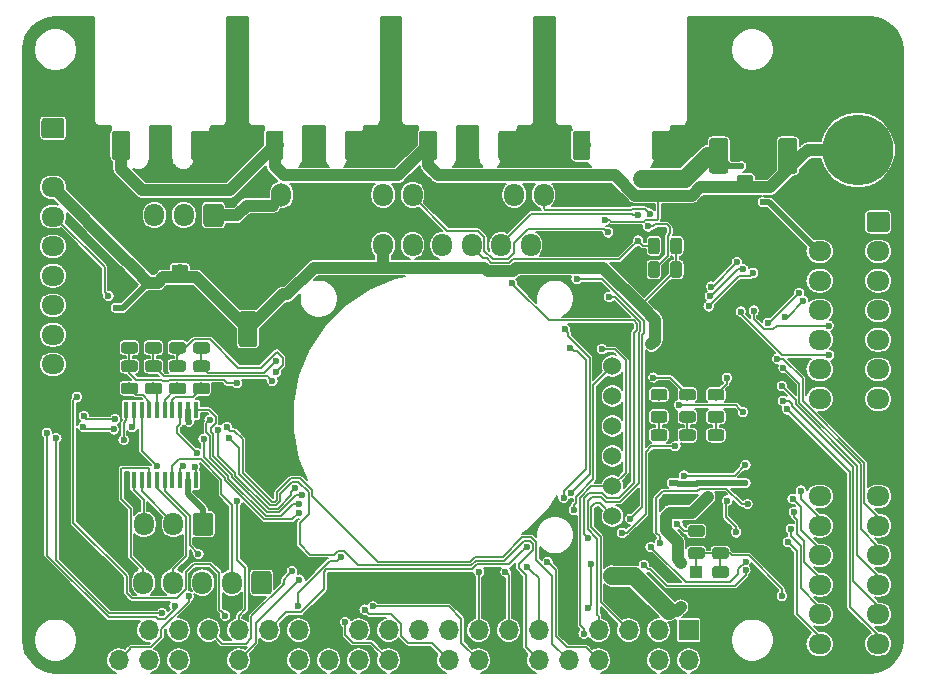
<source format=gbr>
G04 #@! TF.GenerationSoftware,KiCad,Pcbnew,(5.1.4)-1*
G04 #@! TF.CreationDate,2021-11-04T12:06:02-05:00*
G04 #@! TF.ProjectId,RascalHat,52617363-616c-4486-9174-2e6b69636164,rev?*
G04 #@! TF.SameCoordinates,Original*
G04 #@! TF.FileFunction,Copper,L1,Top*
G04 #@! TF.FilePolarity,Positive*
%FSLAX46Y46*%
G04 Gerber Fmt 4.6, Leading zero omitted, Abs format (unit mm)*
G04 Created by KiCad (PCBNEW (5.1.4)-1) date 2021-11-04 12:06:02*
%MOMM*%
%LPD*%
G04 APERTURE LIST*
%ADD10C,1.524000*%
%ADD11C,0.100000*%
%ADD12C,1.700000*%
%ADD13O,1.950000X1.700000*%
%ADD14C,1.500000*%
%ADD15C,0.975000*%
%ADD16C,1.600000*%
%ADD17O,1.700000X1.700000*%
%ADD18R,1.700000X1.700000*%
%ADD19R,0.450000X1.450000*%
%ADD20O,1.700000X1.950000*%
%ADD21O,1.700000X2.000000*%
%ADD22C,6.000000*%
%ADD23R,1.000000X1.000000*%
%ADD24C,0.600000*%
%ADD25C,0.150000*%
%ADD26C,1.000000*%
%ADD27C,0.500000*%
%ADD28C,1.500000*%
G04 APERTURE END LIST*
D10*
X50165000Y-29795000D03*
X50165000Y-32335000D03*
X50165000Y-34875000D03*
X50165000Y-37415000D03*
X50165000Y-39955000D03*
X50165000Y-42495000D03*
X50165000Y-45035000D03*
X50165000Y-47575000D03*
D11*
G36*
X68460504Y-16730204D02*
G01*
X68484773Y-16733804D01*
X68508571Y-16739765D01*
X68531671Y-16748030D01*
X68553849Y-16758520D01*
X68574893Y-16771133D01*
X68594598Y-16785747D01*
X68612777Y-16802223D01*
X68629253Y-16820402D01*
X68643867Y-16840107D01*
X68656480Y-16861151D01*
X68666970Y-16883329D01*
X68675235Y-16906429D01*
X68681196Y-16930227D01*
X68684796Y-16954496D01*
X68686000Y-16979000D01*
X68686000Y-18179000D01*
X68684796Y-18203504D01*
X68681196Y-18227773D01*
X68675235Y-18251571D01*
X68666970Y-18274671D01*
X68656480Y-18296849D01*
X68643867Y-18317893D01*
X68629253Y-18337598D01*
X68612777Y-18355777D01*
X68594598Y-18372253D01*
X68574893Y-18386867D01*
X68553849Y-18399480D01*
X68531671Y-18409970D01*
X68508571Y-18418235D01*
X68484773Y-18424196D01*
X68460504Y-18427796D01*
X68436000Y-18429000D01*
X66986000Y-18429000D01*
X66961496Y-18427796D01*
X66937227Y-18424196D01*
X66913429Y-18418235D01*
X66890329Y-18409970D01*
X66868151Y-18399480D01*
X66847107Y-18386867D01*
X66827402Y-18372253D01*
X66809223Y-18355777D01*
X66792747Y-18337598D01*
X66778133Y-18317893D01*
X66765520Y-18296849D01*
X66755030Y-18274671D01*
X66746765Y-18251571D01*
X66740804Y-18227773D01*
X66737204Y-18203504D01*
X66736000Y-18179000D01*
X66736000Y-16979000D01*
X66737204Y-16954496D01*
X66740804Y-16930227D01*
X66746765Y-16906429D01*
X66755030Y-16883329D01*
X66765520Y-16861151D01*
X66778133Y-16840107D01*
X66792747Y-16820402D01*
X66809223Y-16802223D01*
X66827402Y-16785747D01*
X66847107Y-16771133D01*
X66868151Y-16758520D01*
X66890329Y-16748030D01*
X66913429Y-16739765D01*
X66937227Y-16733804D01*
X66961496Y-16730204D01*
X66986000Y-16729000D01*
X68436000Y-16729000D01*
X68460504Y-16730204D01*
X68460504Y-16730204D01*
G37*
D12*
X67711000Y-17579000D03*
D13*
X67711000Y-20079000D03*
X67711000Y-22579000D03*
X67711000Y-25079000D03*
X67711000Y-27579000D03*
X67711000Y-30079000D03*
X67711000Y-32579000D03*
D11*
G36*
X22074053Y-9851206D02*
G01*
X22098370Y-9854813D01*
X22122216Y-9860786D01*
X22145362Y-9869068D01*
X22167585Y-9879579D01*
X22188670Y-9892217D01*
X22208416Y-9906861D01*
X22226630Y-9923370D01*
X22243139Y-9941584D01*
X22257783Y-9961330D01*
X22270421Y-9982415D01*
X22280932Y-10004638D01*
X22289214Y-10027784D01*
X22295187Y-10051630D01*
X22298794Y-10075947D01*
X22300000Y-10100500D01*
X22300000Y-12099500D01*
X22298794Y-12124053D01*
X22295187Y-12148370D01*
X22289214Y-12172216D01*
X22280932Y-12195362D01*
X22270421Y-12217585D01*
X22257783Y-12238670D01*
X22243139Y-12258416D01*
X22226630Y-12276630D01*
X22208416Y-12293139D01*
X22188670Y-12307783D01*
X22167585Y-12320421D01*
X22145362Y-12330932D01*
X22122216Y-12339214D01*
X22098370Y-12345187D01*
X22074053Y-12348794D01*
X22049500Y-12350000D01*
X21050500Y-12350000D01*
X21025947Y-12348794D01*
X21001630Y-12345187D01*
X20977784Y-12339214D01*
X20954638Y-12330932D01*
X20932415Y-12320421D01*
X20911330Y-12307783D01*
X20891584Y-12293139D01*
X20873370Y-12276630D01*
X20856861Y-12258416D01*
X20842217Y-12238670D01*
X20829579Y-12217585D01*
X20819068Y-12195362D01*
X20810786Y-12172216D01*
X20804813Y-12148370D01*
X20801206Y-12124053D01*
X20800000Y-12099500D01*
X20800000Y-10100500D01*
X20801206Y-10075947D01*
X20804813Y-10051630D01*
X20810786Y-10027784D01*
X20819068Y-10004638D01*
X20829579Y-9982415D01*
X20842217Y-9961330D01*
X20856861Y-9941584D01*
X20873370Y-9923370D01*
X20891584Y-9906861D01*
X20911330Y-9892217D01*
X20932415Y-9879579D01*
X20954638Y-9869068D01*
X20977784Y-9860786D01*
X21001630Y-9854813D01*
X21025947Y-9851206D01*
X21050500Y-9850000D01*
X22049500Y-9850000D01*
X22074053Y-9851206D01*
X22074053Y-9851206D01*
G37*
D14*
X21550000Y-11100000D03*
D11*
G36*
X28774053Y-9851206D02*
G01*
X28798370Y-9854813D01*
X28822216Y-9860786D01*
X28845362Y-9869068D01*
X28867585Y-9879579D01*
X28888670Y-9892217D01*
X28908416Y-9906861D01*
X28926630Y-9923370D01*
X28943139Y-9941584D01*
X28957783Y-9961330D01*
X28970421Y-9982415D01*
X28980932Y-10004638D01*
X28989214Y-10027784D01*
X28995187Y-10051630D01*
X28998794Y-10075947D01*
X29000000Y-10100500D01*
X29000000Y-12099500D01*
X28998794Y-12124053D01*
X28995187Y-12148370D01*
X28989214Y-12172216D01*
X28980932Y-12195362D01*
X28970421Y-12217585D01*
X28957783Y-12238670D01*
X28943139Y-12258416D01*
X28926630Y-12276630D01*
X28908416Y-12293139D01*
X28888670Y-12307783D01*
X28867585Y-12320421D01*
X28845362Y-12330932D01*
X28822216Y-12339214D01*
X28798370Y-12345187D01*
X28774053Y-12348794D01*
X28749500Y-12350000D01*
X27750500Y-12350000D01*
X27725947Y-12348794D01*
X27701630Y-12345187D01*
X27677784Y-12339214D01*
X27654638Y-12330932D01*
X27632415Y-12320421D01*
X27611330Y-12307783D01*
X27591584Y-12293139D01*
X27573370Y-12276630D01*
X27556861Y-12258416D01*
X27542217Y-12238670D01*
X27529579Y-12217585D01*
X27519068Y-12195362D01*
X27510786Y-12172216D01*
X27504813Y-12148370D01*
X27501206Y-12124053D01*
X27500000Y-12099500D01*
X27500000Y-10100500D01*
X27501206Y-10075947D01*
X27504813Y-10051630D01*
X27510786Y-10027784D01*
X27519068Y-10004638D01*
X27529579Y-9982415D01*
X27542217Y-9961330D01*
X27556861Y-9941584D01*
X27573370Y-9923370D01*
X27591584Y-9906861D01*
X27611330Y-9892217D01*
X27632415Y-9879579D01*
X27654638Y-9869068D01*
X27677784Y-9860786D01*
X27701630Y-9854813D01*
X27725947Y-9851206D01*
X27750500Y-9850000D01*
X28749500Y-9850000D01*
X28774053Y-9851206D01*
X28774053Y-9851206D01*
G37*
D14*
X28250000Y-11100000D03*
D11*
G36*
X61870142Y-15481174D02*
G01*
X61893803Y-15484684D01*
X61917007Y-15490496D01*
X61939529Y-15498554D01*
X61961153Y-15508782D01*
X61981670Y-15521079D01*
X62000883Y-15535329D01*
X62018607Y-15551393D01*
X62034671Y-15569117D01*
X62048921Y-15588330D01*
X62061218Y-15608847D01*
X62071446Y-15630471D01*
X62079504Y-15652993D01*
X62085316Y-15676197D01*
X62088826Y-15699858D01*
X62090000Y-15723750D01*
X62090000Y-16211250D01*
X62088826Y-16235142D01*
X62085316Y-16258803D01*
X62079504Y-16282007D01*
X62071446Y-16304529D01*
X62061218Y-16326153D01*
X62048921Y-16346670D01*
X62034671Y-16365883D01*
X62018607Y-16383607D01*
X62000883Y-16399671D01*
X61981670Y-16413921D01*
X61961153Y-16426218D01*
X61939529Y-16436446D01*
X61917007Y-16444504D01*
X61893803Y-16450316D01*
X61870142Y-16453826D01*
X61846250Y-16455000D01*
X60933750Y-16455000D01*
X60909858Y-16453826D01*
X60886197Y-16450316D01*
X60862993Y-16444504D01*
X60840471Y-16436446D01*
X60818847Y-16426218D01*
X60798330Y-16413921D01*
X60779117Y-16399671D01*
X60761393Y-16383607D01*
X60745329Y-16365883D01*
X60731079Y-16346670D01*
X60718782Y-16326153D01*
X60708554Y-16304529D01*
X60700496Y-16282007D01*
X60694684Y-16258803D01*
X60691174Y-16235142D01*
X60690000Y-16211250D01*
X60690000Y-15723750D01*
X60691174Y-15699858D01*
X60694684Y-15676197D01*
X60700496Y-15652993D01*
X60708554Y-15630471D01*
X60718782Y-15608847D01*
X60731079Y-15588330D01*
X60745329Y-15569117D01*
X60761393Y-15551393D01*
X60779117Y-15535329D01*
X60798330Y-15521079D01*
X60818847Y-15508782D01*
X60840471Y-15498554D01*
X60862993Y-15490496D01*
X60886197Y-15484684D01*
X60909858Y-15481174D01*
X60933750Y-15480000D01*
X61846250Y-15480000D01*
X61870142Y-15481174D01*
X61870142Y-15481174D01*
G37*
D15*
X61390000Y-15967500D03*
D11*
G36*
X61870142Y-13606174D02*
G01*
X61893803Y-13609684D01*
X61917007Y-13615496D01*
X61939529Y-13623554D01*
X61961153Y-13633782D01*
X61981670Y-13646079D01*
X62000883Y-13660329D01*
X62018607Y-13676393D01*
X62034671Y-13694117D01*
X62048921Y-13713330D01*
X62061218Y-13733847D01*
X62071446Y-13755471D01*
X62079504Y-13777993D01*
X62085316Y-13801197D01*
X62088826Y-13824858D01*
X62090000Y-13848750D01*
X62090000Y-14336250D01*
X62088826Y-14360142D01*
X62085316Y-14383803D01*
X62079504Y-14407007D01*
X62071446Y-14429529D01*
X62061218Y-14451153D01*
X62048921Y-14471670D01*
X62034671Y-14490883D01*
X62018607Y-14508607D01*
X62000883Y-14524671D01*
X61981670Y-14538921D01*
X61961153Y-14551218D01*
X61939529Y-14561446D01*
X61917007Y-14569504D01*
X61893803Y-14575316D01*
X61870142Y-14578826D01*
X61846250Y-14580000D01*
X60933750Y-14580000D01*
X60909858Y-14578826D01*
X60886197Y-14575316D01*
X60862993Y-14569504D01*
X60840471Y-14561446D01*
X60818847Y-14551218D01*
X60798330Y-14538921D01*
X60779117Y-14524671D01*
X60761393Y-14508607D01*
X60745329Y-14490883D01*
X60731079Y-14471670D01*
X60718782Y-14451153D01*
X60708554Y-14429529D01*
X60700496Y-14407007D01*
X60694684Y-14383803D01*
X60691174Y-14360142D01*
X60690000Y-14336250D01*
X60690000Y-13848750D01*
X60691174Y-13824858D01*
X60694684Y-13801197D01*
X60700496Y-13777993D01*
X60708554Y-13755471D01*
X60718782Y-13733847D01*
X60731079Y-13713330D01*
X60745329Y-13694117D01*
X60761393Y-13676393D01*
X60779117Y-13660329D01*
X60798330Y-13646079D01*
X60818847Y-13633782D01*
X60840471Y-13623554D01*
X60862993Y-13615496D01*
X60886197Y-13609684D01*
X60909858Y-13606174D01*
X60933750Y-13605000D01*
X61846250Y-13605000D01*
X61870142Y-13606174D01*
X61870142Y-13606174D01*
G37*
D15*
X61390000Y-14092500D03*
D11*
G36*
X65584504Y-6091204D02*
G01*
X65608773Y-6094804D01*
X65632571Y-6100765D01*
X65655671Y-6109030D01*
X65677849Y-6119520D01*
X65698893Y-6132133D01*
X65718598Y-6146747D01*
X65736777Y-6163223D01*
X65753253Y-6181402D01*
X65767867Y-6201107D01*
X65780480Y-6222151D01*
X65790970Y-6244329D01*
X65799235Y-6267429D01*
X65805196Y-6291227D01*
X65808796Y-6315496D01*
X65810000Y-6340000D01*
X65810000Y-8840000D01*
X65808796Y-8864504D01*
X65805196Y-8888773D01*
X65799235Y-8912571D01*
X65790970Y-8935671D01*
X65780480Y-8957849D01*
X65767867Y-8978893D01*
X65753253Y-8998598D01*
X65736777Y-9016777D01*
X65718598Y-9033253D01*
X65698893Y-9047867D01*
X65677849Y-9060480D01*
X65655671Y-9070970D01*
X65632571Y-9079235D01*
X65608773Y-9085196D01*
X65584504Y-9088796D01*
X65560000Y-9090000D01*
X64460000Y-9090000D01*
X64435496Y-9088796D01*
X64411227Y-9085196D01*
X64387429Y-9079235D01*
X64364329Y-9070970D01*
X64342151Y-9060480D01*
X64321107Y-9047867D01*
X64301402Y-9033253D01*
X64283223Y-9016777D01*
X64266747Y-8998598D01*
X64252133Y-8978893D01*
X64239520Y-8957849D01*
X64229030Y-8935671D01*
X64220765Y-8912571D01*
X64214804Y-8888773D01*
X64211204Y-8864504D01*
X64210000Y-8840000D01*
X64210000Y-6340000D01*
X64211204Y-6315496D01*
X64214804Y-6291227D01*
X64220765Y-6267429D01*
X64229030Y-6244329D01*
X64239520Y-6222151D01*
X64252133Y-6201107D01*
X64266747Y-6181402D01*
X64283223Y-6163223D01*
X64301402Y-6146747D01*
X64321107Y-6132133D01*
X64342151Y-6119520D01*
X64364329Y-6109030D01*
X64387429Y-6100765D01*
X64411227Y-6094804D01*
X64435496Y-6091204D01*
X64460000Y-6090000D01*
X65560000Y-6090000D01*
X65584504Y-6091204D01*
X65584504Y-6091204D01*
G37*
D16*
X65010000Y-7590000D03*
D11*
G36*
X65584504Y-10491204D02*
G01*
X65608773Y-10494804D01*
X65632571Y-10500765D01*
X65655671Y-10509030D01*
X65677849Y-10519520D01*
X65698893Y-10532133D01*
X65718598Y-10546747D01*
X65736777Y-10563223D01*
X65753253Y-10581402D01*
X65767867Y-10601107D01*
X65780480Y-10622151D01*
X65790970Y-10644329D01*
X65799235Y-10667429D01*
X65805196Y-10691227D01*
X65808796Y-10715496D01*
X65810000Y-10740000D01*
X65810000Y-13240000D01*
X65808796Y-13264504D01*
X65805196Y-13288773D01*
X65799235Y-13312571D01*
X65790970Y-13335671D01*
X65780480Y-13357849D01*
X65767867Y-13378893D01*
X65753253Y-13398598D01*
X65736777Y-13416777D01*
X65718598Y-13433253D01*
X65698893Y-13447867D01*
X65677849Y-13460480D01*
X65655671Y-13470970D01*
X65632571Y-13479235D01*
X65608773Y-13485196D01*
X65584504Y-13488796D01*
X65560000Y-13490000D01*
X64460000Y-13490000D01*
X64435496Y-13488796D01*
X64411227Y-13485196D01*
X64387429Y-13479235D01*
X64364329Y-13470970D01*
X64342151Y-13460480D01*
X64321107Y-13447867D01*
X64301402Y-13433253D01*
X64283223Y-13416777D01*
X64266747Y-13398598D01*
X64252133Y-13378893D01*
X64239520Y-13357849D01*
X64229030Y-13335671D01*
X64220765Y-13312571D01*
X64214804Y-13288773D01*
X64211204Y-13264504D01*
X64210000Y-13240000D01*
X64210000Y-10740000D01*
X64211204Y-10715496D01*
X64214804Y-10691227D01*
X64220765Y-10667429D01*
X64229030Y-10644329D01*
X64239520Y-10622151D01*
X64252133Y-10601107D01*
X64266747Y-10581402D01*
X64283223Y-10563223D01*
X64301402Y-10546747D01*
X64321107Y-10532133D01*
X64342151Y-10519520D01*
X64364329Y-10509030D01*
X64387429Y-10500765D01*
X64411227Y-10494804D01*
X64435496Y-10491204D01*
X64460000Y-10490000D01*
X65560000Y-10490000D01*
X65584504Y-10491204D01*
X65584504Y-10491204D01*
G37*
D16*
X65010000Y-11990000D03*
D11*
G36*
X14010142Y-23071174D02*
G01*
X14033803Y-23074684D01*
X14057007Y-23080496D01*
X14079529Y-23088554D01*
X14101153Y-23098782D01*
X14121670Y-23111079D01*
X14140883Y-23125329D01*
X14158607Y-23141393D01*
X14174671Y-23159117D01*
X14188921Y-23178330D01*
X14201218Y-23198847D01*
X14211446Y-23220471D01*
X14219504Y-23242993D01*
X14225316Y-23266197D01*
X14228826Y-23289858D01*
X14230000Y-23313750D01*
X14230000Y-23801250D01*
X14228826Y-23825142D01*
X14225316Y-23848803D01*
X14219504Y-23872007D01*
X14211446Y-23894529D01*
X14201218Y-23916153D01*
X14188921Y-23936670D01*
X14174671Y-23955883D01*
X14158607Y-23973607D01*
X14140883Y-23989671D01*
X14121670Y-24003921D01*
X14101153Y-24016218D01*
X14079529Y-24026446D01*
X14057007Y-24034504D01*
X14033803Y-24040316D01*
X14010142Y-24043826D01*
X13986250Y-24045000D01*
X13073750Y-24045000D01*
X13049858Y-24043826D01*
X13026197Y-24040316D01*
X13002993Y-24034504D01*
X12980471Y-24026446D01*
X12958847Y-24016218D01*
X12938330Y-24003921D01*
X12919117Y-23989671D01*
X12901393Y-23973607D01*
X12885329Y-23955883D01*
X12871079Y-23936670D01*
X12858782Y-23916153D01*
X12848554Y-23894529D01*
X12840496Y-23872007D01*
X12834684Y-23848803D01*
X12831174Y-23825142D01*
X12830000Y-23801250D01*
X12830000Y-23313750D01*
X12831174Y-23289858D01*
X12834684Y-23266197D01*
X12840496Y-23242993D01*
X12848554Y-23220471D01*
X12858782Y-23198847D01*
X12871079Y-23178330D01*
X12885329Y-23159117D01*
X12901393Y-23141393D01*
X12919117Y-23125329D01*
X12938330Y-23111079D01*
X12958847Y-23098782D01*
X12980471Y-23088554D01*
X13002993Y-23080496D01*
X13026197Y-23074684D01*
X13049858Y-23071174D01*
X13073750Y-23070000D01*
X13986250Y-23070000D01*
X14010142Y-23071174D01*
X14010142Y-23071174D01*
G37*
D15*
X13530000Y-23557500D03*
D11*
G36*
X14010142Y-21196174D02*
G01*
X14033803Y-21199684D01*
X14057007Y-21205496D01*
X14079529Y-21213554D01*
X14101153Y-21223782D01*
X14121670Y-21236079D01*
X14140883Y-21250329D01*
X14158607Y-21266393D01*
X14174671Y-21284117D01*
X14188921Y-21303330D01*
X14201218Y-21323847D01*
X14211446Y-21345471D01*
X14219504Y-21367993D01*
X14225316Y-21391197D01*
X14228826Y-21414858D01*
X14230000Y-21438750D01*
X14230000Y-21926250D01*
X14228826Y-21950142D01*
X14225316Y-21973803D01*
X14219504Y-21997007D01*
X14211446Y-22019529D01*
X14201218Y-22041153D01*
X14188921Y-22061670D01*
X14174671Y-22080883D01*
X14158607Y-22098607D01*
X14140883Y-22114671D01*
X14121670Y-22128921D01*
X14101153Y-22141218D01*
X14079529Y-22151446D01*
X14057007Y-22159504D01*
X14033803Y-22165316D01*
X14010142Y-22168826D01*
X13986250Y-22170000D01*
X13073750Y-22170000D01*
X13049858Y-22168826D01*
X13026197Y-22165316D01*
X13002993Y-22159504D01*
X12980471Y-22151446D01*
X12958847Y-22141218D01*
X12938330Y-22128921D01*
X12919117Y-22114671D01*
X12901393Y-22098607D01*
X12885329Y-22080883D01*
X12871079Y-22061670D01*
X12858782Y-22041153D01*
X12848554Y-22019529D01*
X12840496Y-21997007D01*
X12834684Y-21973803D01*
X12831174Y-21950142D01*
X12830000Y-21926250D01*
X12830000Y-21438750D01*
X12831174Y-21414858D01*
X12834684Y-21391197D01*
X12840496Y-21367993D01*
X12848554Y-21345471D01*
X12858782Y-21323847D01*
X12871079Y-21303330D01*
X12885329Y-21284117D01*
X12901393Y-21266393D01*
X12919117Y-21250329D01*
X12938330Y-21236079D01*
X12958847Y-21223782D01*
X12980471Y-21213554D01*
X13002993Y-21205496D01*
X13026197Y-21199684D01*
X13049858Y-21196174D01*
X13073750Y-21195000D01*
X13986250Y-21195000D01*
X14010142Y-21196174D01*
X14010142Y-21196174D01*
G37*
D15*
X13530000Y-21682500D03*
D11*
G36*
X59734504Y-6091204D02*
G01*
X59758773Y-6094804D01*
X59782571Y-6100765D01*
X59805671Y-6109030D01*
X59827849Y-6119520D01*
X59848893Y-6132133D01*
X59868598Y-6146747D01*
X59886777Y-6163223D01*
X59903253Y-6181402D01*
X59917867Y-6201107D01*
X59930480Y-6222151D01*
X59940970Y-6244329D01*
X59949235Y-6267429D01*
X59955196Y-6291227D01*
X59958796Y-6315496D01*
X59960000Y-6340000D01*
X59960000Y-8840000D01*
X59958796Y-8864504D01*
X59955196Y-8888773D01*
X59949235Y-8912571D01*
X59940970Y-8935671D01*
X59930480Y-8957849D01*
X59917867Y-8978893D01*
X59903253Y-8998598D01*
X59886777Y-9016777D01*
X59868598Y-9033253D01*
X59848893Y-9047867D01*
X59827849Y-9060480D01*
X59805671Y-9070970D01*
X59782571Y-9079235D01*
X59758773Y-9085196D01*
X59734504Y-9088796D01*
X59710000Y-9090000D01*
X58610000Y-9090000D01*
X58585496Y-9088796D01*
X58561227Y-9085196D01*
X58537429Y-9079235D01*
X58514329Y-9070970D01*
X58492151Y-9060480D01*
X58471107Y-9047867D01*
X58451402Y-9033253D01*
X58433223Y-9016777D01*
X58416747Y-8998598D01*
X58402133Y-8978893D01*
X58389520Y-8957849D01*
X58379030Y-8935671D01*
X58370765Y-8912571D01*
X58364804Y-8888773D01*
X58361204Y-8864504D01*
X58360000Y-8840000D01*
X58360000Y-6340000D01*
X58361204Y-6315496D01*
X58364804Y-6291227D01*
X58370765Y-6267429D01*
X58379030Y-6244329D01*
X58389520Y-6222151D01*
X58402133Y-6201107D01*
X58416747Y-6181402D01*
X58433223Y-6163223D01*
X58451402Y-6146747D01*
X58471107Y-6132133D01*
X58492151Y-6119520D01*
X58514329Y-6109030D01*
X58537429Y-6100765D01*
X58561227Y-6094804D01*
X58585496Y-6091204D01*
X58610000Y-6090000D01*
X59710000Y-6090000D01*
X59734504Y-6091204D01*
X59734504Y-6091204D01*
G37*
D16*
X59160000Y-7590000D03*
D11*
G36*
X59734504Y-10491204D02*
G01*
X59758773Y-10494804D01*
X59782571Y-10500765D01*
X59805671Y-10509030D01*
X59827849Y-10519520D01*
X59848893Y-10532133D01*
X59868598Y-10546747D01*
X59886777Y-10563223D01*
X59903253Y-10581402D01*
X59917867Y-10601107D01*
X59930480Y-10622151D01*
X59940970Y-10644329D01*
X59949235Y-10667429D01*
X59955196Y-10691227D01*
X59958796Y-10715496D01*
X59960000Y-10740000D01*
X59960000Y-13240000D01*
X59958796Y-13264504D01*
X59955196Y-13288773D01*
X59949235Y-13312571D01*
X59940970Y-13335671D01*
X59930480Y-13357849D01*
X59917867Y-13378893D01*
X59903253Y-13398598D01*
X59886777Y-13416777D01*
X59868598Y-13433253D01*
X59848893Y-13447867D01*
X59827849Y-13460480D01*
X59805671Y-13470970D01*
X59782571Y-13479235D01*
X59758773Y-13485196D01*
X59734504Y-13488796D01*
X59710000Y-13490000D01*
X58610000Y-13490000D01*
X58585496Y-13488796D01*
X58561227Y-13485196D01*
X58537429Y-13479235D01*
X58514329Y-13470970D01*
X58492151Y-13460480D01*
X58471107Y-13447867D01*
X58451402Y-13433253D01*
X58433223Y-13416777D01*
X58416747Y-13398598D01*
X58402133Y-13378893D01*
X58389520Y-13357849D01*
X58379030Y-13335671D01*
X58370765Y-13312571D01*
X58364804Y-13288773D01*
X58361204Y-13264504D01*
X58360000Y-13240000D01*
X58360000Y-10740000D01*
X58361204Y-10715496D01*
X58364804Y-10691227D01*
X58370765Y-10667429D01*
X58379030Y-10644329D01*
X58389520Y-10622151D01*
X58402133Y-10601107D01*
X58416747Y-10581402D01*
X58433223Y-10563223D01*
X58451402Y-10546747D01*
X58471107Y-10532133D01*
X58492151Y-10519520D01*
X58514329Y-10509030D01*
X58537429Y-10500765D01*
X58561227Y-10494804D01*
X58585496Y-10491204D01*
X58610000Y-10490000D01*
X59710000Y-10490000D01*
X59734504Y-10491204D01*
X59734504Y-10491204D01*
G37*
D16*
X59160000Y-11990000D03*
D11*
G36*
X19874504Y-20761204D02*
G01*
X19898773Y-20764804D01*
X19922571Y-20770765D01*
X19945671Y-20779030D01*
X19967849Y-20789520D01*
X19988893Y-20802133D01*
X20008598Y-20816747D01*
X20026777Y-20833223D01*
X20043253Y-20851402D01*
X20057867Y-20871107D01*
X20070480Y-20892151D01*
X20080970Y-20914329D01*
X20089235Y-20937429D01*
X20095196Y-20961227D01*
X20098796Y-20985496D01*
X20100000Y-21010000D01*
X20100000Y-23510000D01*
X20098796Y-23534504D01*
X20095196Y-23558773D01*
X20089235Y-23582571D01*
X20080970Y-23605671D01*
X20070480Y-23627849D01*
X20057867Y-23648893D01*
X20043253Y-23668598D01*
X20026777Y-23686777D01*
X20008598Y-23703253D01*
X19988893Y-23717867D01*
X19967849Y-23730480D01*
X19945671Y-23740970D01*
X19922571Y-23749235D01*
X19898773Y-23755196D01*
X19874504Y-23758796D01*
X19850000Y-23760000D01*
X18750000Y-23760000D01*
X18725496Y-23758796D01*
X18701227Y-23755196D01*
X18677429Y-23749235D01*
X18654329Y-23740970D01*
X18632151Y-23730480D01*
X18611107Y-23717867D01*
X18591402Y-23703253D01*
X18573223Y-23686777D01*
X18556747Y-23668598D01*
X18542133Y-23648893D01*
X18529520Y-23627849D01*
X18519030Y-23605671D01*
X18510765Y-23582571D01*
X18504804Y-23558773D01*
X18501204Y-23534504D01*
X18500000Y-23510000D01*
X18500000Y-21010000D01*
X18501204Y-20985496D01*
X18504804Y-20961227D01*
X18510765Y-20937429D01*
X18519030Y-20914329D01*
X18529520Y-20892151D01*
X18542133Y-20871107D01*
X18556747Y-20851402D01*
X18573223Y-20833223D01*
X18591402Y-20816747D01*
X18611107Y-20802133D01*
X18632151Y-20789520D01*
X18654329Y-20779030D01*
X18677429Y-20770765D01*
X18701227Y-20764804D01*
X18725496Y-20761204D01*
X18750000Y-20760000D01*
X19850000Y-20760000D01*
X19874504Y-20761204D01*
X19874504Y-20761204D01*
G37*
D16*
X19300000Y-22260000D03*
D11*
G36*
X19874504Y-25161204D02*
G01*
X19898773Y-25164804D01*
X19922571Y-25170765D01*
X19945671Y-25179030D01*
X19967849Y-25189520D01*
X19988893Y-25202133D01*
X20008598Y-25216747D01*
X20026777Y-25233223D01*
X20043253Y-25251402D01*
X20057867Y-25271107D01*
X20070480Y-25292151D01*
X20080970Y-25314329D01*
X20089235Y-25337429D01*
X20095196Y-25361227D01*
X20098796Y-25385496D01*
X20100000Y-25410000D01*
X20100000Y-27910000D01*
X20098796Y-27934504D01*
X20095196Y-27958773D01*
X20089235Y-27982571D01*
X20080970Y-28005671D01*
X20070480Y-28027849D01*
X20057867Y-28048893D01*
X20043253Y-28068598D01*
X20026777Y-28086777D01*
X20008598Y-28103253D01*
X19988893Y-28117867D01*
X19967849Y-28130480D01*
X19945671Y-28140970D01*
X19922571Y-28149235D01*
X19898773Y-28155196D01*
X19874504Y-28158796D01*
X19850000Y-28160000D01*
X18750000Y-28160000D01*
X18725496Y-28158796D01*
X18701227Y-28155196D01*
X18677429Y-28149235D01*
X18654329Y-28140970D01*
X18632151Y-28130480D01*
X18611107Y-28117867D01*
X18591402Y-28103253D01*
X18573223Y-28086777D01*
X18556747Y-28068598D01*
X18542133Y-28048893D01*
X18529520Y-28027849D01*
X18519030Y-28005671D01*
X18510765Y-27982571D01*
X18504804Y-27958773D01*
X18501204Y-27934504D01*
X18500000Y-27910000D01*
X18500000Y-25410000D01*
X18501204Y-25385496D01*
X18504804Y-25361227D01*
X18510765Y-25337429D01*
X18519030Y-25314329D01*
X18529520Y-25292151D01*
X18542133Y-25271107D01*
X18556747Y-25251402D01*
X18573223Y-25233223D01*
X18591402Y-25216747D01*
X18611107Y-25202133D01*
X18632151Y-25189520D01*
X18654329Y-25179030D01*
X18677429Y-25170765D01*
X18701227Y-25164804D01*
X18725496Y-25161204D01*
X18750000Y-25160000D01*
X19850000Y-25160000D01*
X19874504Y-25161204D01*
X19874504Y-25161204D01*
G37*
D16*
X19300000Y-26660000D03*
D17*
X8350000Y-54690000D03*
X8350000Y-52150000D03*
X10890000Y-54690000D03*
X10890000Y-52150000D03*
X13430000Y-54690000D03*
X13430000Y-52150000D03*
X15970000Y-54690000D03*
X15970000Y-52150000D03*
X18510000Y-54690000D03*
X18510000Y-52150000D03*
X21050000Y-54690000D03*
X21050000Y-52150000D03*
X23590000Y-54690000D03*
X23590000Y-52150000D03*
X26130000Y-54690000D03*
X26130000Y-52150000D03*
X28670000Y-54690000D03*
X28670000Y-52150000D03*
X31210000Y-54690000D03*
X31210000Y-52150000D03*
X33750000Y-54690000D03*
X33750000Y-52150000D03*
X36290000Y-54690000D03*
X36290000Y-52150000D03*
X38830000Y-54690000D03*
X38830000Y-52150000D03*
X41370000Y-54690000D03*
X41370000Y-52150000D03*
X43910000Y-54690000D03*
X43910000Y-52150000D03*
X46450000Y-54690000D03*
X46450000Y-52150000D03*
X48990000Y-54690000D03*
X48990000Y-52150000D03*
X51530000Y-54690000D03*
X51530000Y-52150000D03*
X54070000Y-54690000D03*
X54070000Y-52150000D03*
X56610000Y-54690000D03*
D18*
X56610000Y-52150000D03*
D11*
G36*
X9074053Y-9851206D02*
G01*
X9098370Y-9854813D01*
X9122216Y-9860786D01*
X9145362Y-9869068D01*
X9167585Y-9879579D01*
X9188670Y-9892217D01*
X9208416Y-9906861D01*
X9226630Y-9923370D01*
X9243139Y-9941584D01*
X9257783Y-9961330D01*
X9270421Y-9982415D01*
X9280932Y-10004638D01*
X9289214Y-10027784D01*
X9295187Y-10051630D01*
X9298794Y-10075947D01*
X9300000Y-10100500D01*
X9300000Y-12099500D01*
X9298794Y-12124053D01*
X9295187Y-12148370D01*
X9289214Y-12172216D01*
X9280932Y-12195362D01*
X9270421Y-12217585D01*
X9257783Y-12238670D01*
X9243139Y-12258416D01*
X9226630Y-12276630D01*
X9208416Y-12293139D01*
X9188670Y-12307783D01*
X9167585Y-12320421D01*
X9145362Y-12330932D01*
X9122216Y-12339214D01*
X9098370Y-12345187D01*
X9074053Y-12348794D01*
X9049500Y-12350000D01*
X8050500Y-12350000D01*
X8025947Y-12348794D01*
X8001630Y-12345187D01*
X7977784Y-12339214D01*
X7954638Y-12330932D01*
X7932415Y-12320421D01*
X7911330Y-12307783D01*
X7891584Y-12293139D01*
X7873370Y-12276630D01*
X7856861Y-12258416D01*
X7842217Y-12238670D01*
X7829579Y-12217585D01*
X7819068Y-12195362D01*
X7810786Y-12172216D01*
X7804813Y-12148370D01*
X7801206Y-12124053D01*
X7800000Y-12099500D01*
X7800000Y-10100500D01*
X7801206Y-10075947D01*
X7804813Y-10051630D01*
X7810786Y-10027784D01*
X7819068Y-10004638D01*
X7829579Y-9982415D01*
X7842217Y-9961330D01*
X7856861Y-9941584D01*
X7873370Y-9923370D01*
X7891584Y-9906861D01*
X7911330Y-9892217D01*
X7932415Y-9879579D01*
X7954638Y-9869068D01*
X7977784Y-9860786D01*
X8001630Y-9854813D01*
X8025947Y-9851206D01*
X8050500Y-9850000D01*
X9049500Y-9850000D01*
X9074053Y-9851206D01*
X9074053Y-9851206D01*
G37*
D14*
X8550000Y-11100000D03*
D11*
G36*
X15774053Y-9851206D02*
G01*
X15798370Y-9854813D01*
X15822216Y-9860786D01*
X15845362Y-9869068D01*
X15867585Y-9879579D01*
X15888670Y-9892217D01*
X15908416Y-9906861D01*
X15926630Y-9923370D01*
X15943139Y-9941584D01*
X15957783Y-9961330D01*
X15970421Y-9982415D01*
X15980932Y-10004638D01*
X15989214Y-10027784D01*
X15995187Y-10051630D01*
X15998794Y-10075947D01*
X16000000Y-10100500D01*
X16000000Y-12099500D01*
X15998794Y-12124053D01*
X15995187Y-12148370D01*
X15989214Y-12172216D01*
X15980932Y-12195362D01*
X15970421Y-12217585D01*
X15957783Y-12238670D01*
X15943139Y-12258416D01*
X15926630Y-12276630D01*
X15908416Y-12293139D01*
X15888670Y-12307783D01*
X15867585Y-12320421D01*
X15845362Y-12330932D01*
X15822216Y-12339214D01*
X15798370Y-12345187D01*
X15774053Y-12348794D01*
X15749500Y-12350000D01*
X14750500Y-12350000D01*
X14725947Y-12348794D01*
X14701630Y-12345187D01*
X14677784Y-12339214D01*
X14654638Y-12330932D01*
X14632415Y-12320421D01*
X14611330Y-12307783D01*
X14591584Y-12293139D01*
X14573370Y-12276630D01*
X14556861Y-12258416D01*
X14542217Y-12238670D01*
X14529579Y-12217585D01*
X14519068Y-12195362D01*
X14510786Y-12172216D01*
X14504813Y-12148370D01*
X14501206Y-12124053D01*
X14500000Y-12099500D01*
X14500000Y-10100500D01*
X14501206Y-10075947D01*
X14504813Y-10051630D01*
X14510786Y-10027784D01*
X14519068Y-10004638D01*
X14529579Y-9982415D01*
X14542217Y-9961330D01*
X14556861Y-9941584D01*
X14573370Y-9923370D01*
X14591584Y-9906861D01*
X14611330Y-9892217D01*
X14632415Y-9879579D01*
X14654638Y-9869068D01*
X14677784Y-9860786D01*
X14701630Y-9854813D01*
X14725947Y-9851206D01*
X14750500Y-9850000D01*
X15749500Y-9850000D01*
X15774053Y-9851206D01*
X15774053Y-9851206D01*
G37*
D14*
X15250000Y-11100000D03*
D13*
X2794000Y-29652000D03*
X2794000Y-27152000D03*
X2794000Y-24652000D03*
X2794000Y-22152000D03*
X2794000Y-19652000D03*
X2794000Y-17152000D03*
X2794000Y-14652000D03*
X2794000Y-12152000D03*
D11*
G36*
X3543504Y-8803204D02*
G01*
X3567773Y-8806804D01*
X3591571Y-8812765D01*
X3614671Y-8821030D01*
X3636849Y-8831520D01*
X3657893Y-8844133D01*
X3677598Y-8858747D01*
X3695777Y-8875223D01*
X3712253Y-8893402D01*
X3726867Y-8913107D01*
X3739480Y-8934151D01*
X3749970Y-8956329D01*
X3758235Y-8979429D01*
X3764196Y-9003227D01*
X3767796Y-9027496D01*
X3769000Y-9052000D01*
X3769000Y-10252000D01*
X3767796Y-10276504D01*
X3764196Y-10300773D01*
X3758235Y-10324571D01*
X3749970Y-10347671D01*
X3739480Y-10369849D01*
X3726867Y-10390893D01*
X3712253Y-10410598D01*
X3695777Y-10428777D01*
X3677598Y-10445253D01*
X3657893Y-10459867D01*
X3636849Y-10472480D01*
X3614671Y-10482970D01*
X3591571Y-10491235D01*
X3567773Y-10497196D01*
X3543504Y-10500796D01*
X3519000Y-10502000D01*
X2069000Y-10502000D01*
X2044496Y-10500796D01*
X2020227Y-10497196D01*
X1996429Y-10491235D01*
X1973329Y-10482970D01*
X1951151Y-10472480D01*
X1930107Y-10459867D01*
X1910402Y-10445253D01*
X1892223Y-10428777D01*
X1875747Y-10410598D01*
X1861133Y-10390893D01*
X1848520Y-10369849D01*
X1838030Y-10347671D01*
X1829765Y-10324571D01*
X1823804Y-10300773D01*
X1820204Y-10276504D01*
X1819000Y-10252000D01*
X1819000Y-9052000D01*
X1820204Y-9027496D01*
X1823804Y-9003227D01*
X1829765Y-8979429D01*
X1838030Y-8956329D01*
X1848520Y-8934151D01*
X1861133Y-8913107D01*
X1875747Y-8893402D01*
X1892223Y-8875223D01*
X1910402Y-8858747D01*
X1930107Y-8844133D01*
X1951151Y-8831520D01*
X1973329Y-8821030D01*
X1996429Y-8812765D01*
X2020227Y-8806804D01*
X2044496Y-8803204D01*
X2069000Y-8802000D01*
X3519000Y-8802000D01*
X3543504Y-8803204D01*
X3543504Y-8803204D01*
G37*
D12*
X2794000Y-9652000D03*
D19*
X14863000Y-39399000D03*
X14213000Y-39399000D03*
X13563000Y-39399000D03*
X12913000Y-39399000D03*
X12263000Y-39399000D03*
X11613000Y-39399000D03*
X10963000Y-39399000D03*
X10313000Y-39399000D03*
X9663000Y-39399000D03*
X9013000Y-39399000D03*
X9013000Y-33499000D03*
X9663000Y-33499000D03*
X10313000Y-33499000D03*
X10963000Y-33499000D03*
X11613000Y-33499000D03*
X12263000Y-33499000D03*
X12913000Y-33499000D03*
X13563000Y-33499000D03*
X14213000Y-33499000D03*
X14863000Y-33499000D03*
D11*
G36*
X54582142Y-31723174D02*
G01*
X54605803Y-31726684D01*
X54629007Y-31732496D01*
X54651529Y-31740554D01*
X54673153Y-31750782D01*
X54693670Y-31763079D01*
X54712883Y-31777329D01*
X54730607Y-31793393D01*
X54746671Y-31811117D01*
X54760921Y-31830330D01*
X54773218Y-31850847D01*
X54783446Y-31872471D01*
X54791504Y-31894993D01*
X54797316Y-31918197D01*
X54800826Y-31941858D01*
X54802000Y-31965750D01*
X54802000Y-32453250D01*
X54800826Y-32477142D01*
X54797316Y-32500803D01*
X54791504Y-32524007D01*
X54783446Y-32546529D01*
X54773218Y-32568153D01*
X54760921Y-32588670D01*
X54746671Y-32607883D01*
X54730607Y-32625607D01*
X54712883Y-32641671D01*
X54693670Y-32655921D01*
X54673153Y-32668218D01*
X54651529Y-32678446D01*
X54629007Y-32686504D01*
X54605803Y-32692316D01*
X54582142Y-32695826D01*
X54558250Y-32697000D01*
X53645750Y-32697000D01*
X53621858Y-32695826D01*
X53598197Y-32692316D01*
X53574993Y-32686504D01*
X53552471Y-32678446D01*
X53530847Y-32668218D01*
X53510330Y-32655921D01*
X53491117Y-32641671D01*
X53473393Y-32625607D01*
X53457329Y-32607883D01*
X53443079Y-32588670D01*
X53430782Y-32568153D01*
X53420554Y-32546529D01*
X53412496Y-32524007D01*
X53406684Y-32500803D01*
X53403174Y-32477142D01*
X53402000Y-32453250D01*
X53402000Y-31965750D01*
X53403174Y-31941858D01*
X53406684Y-31918197D01*
X53412496Y-31894993D01*
X53420554Y-31872471D01*
X53430782Y-31850847D01*
X53443079Y-31830330D01*
X53457329Y-31811117D01*
X53473393Y-31793393D01*
X53491117Y-31777329D01*
X53510330Y-31763079D01*
X53530847Y-31750782D01*
X53552471Y-31740554D01*
X53574993Y-31732496D01*
X53598197Y-31726684D01*
X53621858Y-31723174D01*
X53645750Y-31722000D01*
X54558250Y-31722000D01*
X54582142Y-31723174D01*
X54582142Y-31723174D01*
G37*
D15*
X54102000Y-32209500D03*
D11*
G36*
X54582142Y-33598174D02*
G01*
X54605803Y-33601684D01*
X54629007Y-33607496D01*
X54651529Y-33615554D01*
X54673153Y-33625782D01*
X54693670Y-33638079D01*
X54712883Y-33652329D01*
X54730607Y-33668393D01*
X54746671Y-33686117D01*
X54760921Y-33705330D01*
X54773218Y-33725847D01*
X54783446Y-33747471D01*
X54791504Y-33769993D01*
X54797316Y-33793197D01*
X54800826Y-33816858D01*
X54802000Y-33840750D01*
X54802000Y-34328250D01*
X54800826Y-34352142D01*
X54797316Y-34375803D01*
X54791504Y-34399007D01*
X54783446Y-34421529D01*
X54773218Y-34443153D01*
X54760921Y-34463670D01*
X54746671Y-34482883D01*
X54730607Y-34500607D01*
X54712883Y-34516671D01*
X54693670Y-34530921D01*
X54673153Y-34543218D01*
X54651529Y-34553446D01*
X54629007Y-34561504D01*
X54605803Y-34567316D01*
X54582142Y-34570826D01*
X54558250Y-34572000D01*
X53645750Y-34572000D01*
X53621858Y-34570826D01*
X53598197Y-34567316D01*
X53574993Y-34561504D01*
X53552471Y-34553446D01*
X53530847Y-34543218D01*
X53510330Y-34530921D01*
X53491117Y-34516671D01*
X53473393Y-34500607D01*
X53457329Y-34482883D01*
X53443079Y-34463670D01*
X53430782Y-34443153D01*
X53420554Y-34421529D01*
X53412496Y-34399007D01*
X53406684Y-34375803D01*
X53403174Y-34352142D01*
X53402000Y-34328250D01*
X53402000Y-33840750D01*
X53403174Y-33816858D01*
X53406684Y-33793197D01*
X53412496Y-33769993D01*
X53420554Y-33747471D01*
X53430782Y-33725847D01*
X53443079Y-33705330D01*
X53457329Y-33686117D01*
X53473393Y-33668393D01*
X53491117Y-33652329D01*
X53510330Y-33638079D01*
X53530847Y-33625782D01*
X53552471Y-33615554D01*
X53574993Y-33607496D01*
X53598197Y-33601684D01*
X53621858Y-33598174D01*
X53645750Y-33597000D01*
X54558250Y-33597000D01*
X54582142Y-33598174D01*
X54582142Y-33598174D01*
G37*
D15*
X54102000Y-34084500D03*
D11*
G36*
X56995142Y-31723174D02*
G01*
X57018803Y-31726684D01*
X57042007Y-31732496D01*
X57064529Y-31740554D01*
X57086153Y-31750782D01*
X57106670Y-31763079D01*
X57125883Y-31777329D01*
X57143607Y-31793393D01*
X57159671Y-31811117D01*
X57173921Y-31830330D01*
X57186218Y-31850847D01*
X57196446Y-31872471D01*
X57204504Y-31894993D01*
X57210316Y-31918197D01*
X57213826Y-31941858D01*
X57215000Y-31965750D01*
X57215000Y-32453250D01*
X57213826Y-32477142D01*
X57210316Y-32500803D01*
X57204504Y-32524007D01*
X57196446Y-32546529D01*
X57186218Y-32568153D01*
X57173921Y-32588670D01*
X57159671Y-32607883D01*
X57143607Y-32625607D01*
X57125883Y-32641671D01*
X57106670Y-32655921D01*
X57086153Y-32668218D01*
X57064529Y-32678446D01*
X57042007Y-32686504D01*
X57018803Y-32692316D01*
X56995142Y-32695826D01*
X56971250Y-32697000D01*
X56058750Y-32697000D01*
X56034858Y-32695826D01*
X56011197Y-32692316D01*
X55987993Y-32686504D01*
X55965471Y-32678446D01*
X55943847Y-32668218D01*
X55923330Y-32655921D01*
X55904117Y-32641671D01*
X55886393Y-32625607D01*
X55870329Y-32607883D01*
X55856079Y-32588670D01*
X55843782Y-32568153D01*
X55833554Y-32546529D01*
X55825496Y-32524007D01*
X55819684Y-32500803D01*
X55816174Y-32477142D01*
X55815000Y-32453250D01*
X55815000Y-31965750D01*
X55816174Y-31941858D01*
X55819684Y-31918197D01*
X55825496Y-31894993D01*
X55833554Y-31872471D01*
X55843782Y-31850847D01*
X55856079Y-31830330D01*
X55870329Y-31811117D01*
X55886393Y-31793393D01*
X55904117Y-31777329D01*
X55923330Y-31763079D01*
X55943847Y-31750782D01*
X55965471Y-31740554D01*
X55987993Y-31732496D01*
X56011197Y-31726684D01*
X56034858Y-31723174D01*
X56058750Y-31722000D01*
X56971250Y-31722000D01*
X56995142Y-31723174D01*
X56995142Y-31723174D01*
G37*
D15*
X56515000Y-32209500D03*
D11*
G36*
X56995142Y-33598174D02*
G01*
X57018803Y-33601684D01*
X57042007Y-33607496D01*
X57064529Y-33615554D01*
X57086153Y-33625782D01*
X57106670Y-33638079D01*
X57125883Y-33652329D01*
X57143607Y-33668393D01*
X57159671Y-33686117D01*
X57173921Y-33705330D01*
X57186218Y-33725847D01*
X57196446Y-33747471D01*
X57204504Y-33769993D01*
X57210316Y-33793197D01*
X57213826Y-33816858D01*
X57215000Y-33840750D01*
X57215000Y-34328250D01*
X57213826Y-34352142D01*
X57210316Y-34375803D01*
X57204504Y-34399007D01*
X57196446Y-34421529D01*
X57186218Y-34443153D01*
X57173921Y-34463670D01*
X57159671Y-34482883D01*
X57143607Y-34500607D01*
X57125883Y-34516671D01*
X57106670Y-34530921D01*
X57086153Y-34543218D01*
X57064529Y-34553446D01*
X57042007Y-34561504D01*
X57018803Y-34567316D01*
X56995142Y-34570826D01*
X56971250Y-34572000D01*
X56058750Y-34572000D01*
X56034858Y-34570826D01*
X56011197Y-34567316D01*
X55987993Y-34561504D01*
X55965471Y-34553446D01*
X55943847Y-34543218D01*
X55923330Y-34530921D01*
X55904117Y-34516671D01*
X55886393Y-34500607D01*
X55870329Y-34482883D01*
X55856079Y-34463670D01*
X55843782Y-34443153D01*
X55833554Y-34421529D01*
X55825496Y-34399007D01*
X55819684Y-34375803D01*
X55816174Y-34352142D01*
X55815000Y-34328250D01*
X55815000Y-33840750D01*
X55816174Y-33816858D01*
X55819684Y-33793197D01*
X55825496Y-33769993D01*
X55833554Y-33747471D01*
X55843782Y-33725847D01*
X55856079Y-33705330D01*
X55870329Y-33686117D01*
X55886393Y-33668393D01*
X55904117Y-33652329D01*
X55923330Y-33638079D01*
X55943847Y-33625782D01*
X55965471Y-33615554D01*
X55987993Y-33607496D01*
X56011197Y-33601684D01*
X56034858Y-33598174D01*
X56058750Y-33597000D01*
X56971250Y-33597000D01*
X56995142Y-33598174D01*
X56995142Y-33598174D01*
G37*
D15*
X56515000Y-34084500D03*
D11*
G36*
X59408142Y-31723174D02*
G01*
X59431803Y-31726684D01*
X59455007Y-31732496D01*
X59477529Y-31740554D01*
X59499153Y-31750782D01*
X59519670Y-31763079D01*
X59538883Y-31777329D01*
X59556607Y-31793393D01*
X59572671Y-31811117D01*
X59586921Y-31830330D01*
X59599218Y-31850847D01*
X59609446Y-31872471D01*
X59617504Y-31894993D01*
X59623316Y-31918197D01*
X59626826Y-31941858D01*
X59628000Y-31965750D01*
X59628000Y-32453250D01*
X59626826Y-32477142D01*
X59623316Y-32500803D01*
X59617504Y-32524007D01*
X59609446Y-32546529D01*
X59599218Y-32568153D01*
X59586921Y-32588670D01*
X59572671Y-32607883D01*
X59556607Y-32625607D01*
X59538883Y-32641671D01*
X59519670Y-32655921D01*
X59499153Y-32668218D01*
X59477529Y-32678446D01*
X59455007Y-32686504D01*
X59431803Y-32692316D01*
X59408142Y-32695826D01*
X59384250Y-32697000D01*
X58471750Y-32697000D01*
X58447858Y-32695826D01*
X58424197Y-32692316D01*
X58400993Y-32686504D01*
X58378471Y-32678446D01*
X58356847Y-32668218D01*
X58336330Y-32655921D01*
X58317117Y-32641671D01*
X58299393Y-32625607D01*
X58283329Y-32607883D01*
X58269079Y-32588670D01*
X58256782Y-32568153D01*
X58246554Y-32546529D01*
X58238496Y-32524007D01*
X58232684Y-32500803D01*
X58229174Y-32477142D01*
X58228000Y-32453250D01*
X58228000Y-31965750D01*
X58229174Y-31941858D01*
X58232684Y-31918197D01*
X58238496Y-31894993D01*
X58246554Y-31872471D01*
X58256782Y-31850847D01*
X58269079Y-31830330D01*
X58283329Y-31811117D01*
X58299393Y-31793393D01*
X58317117Y-31777329D01*
X58336330Y-31763079D01*
X58356847Y-31750782D01*
X58378471Y-31740554D01*
X58400993Y-31732496D01*
X58424197Y-31726684D01*
X58447858Y-31723174D01*
X58471750Y-31722000D01*
X59384250Y-31722000D01*
X59408142Y-31723174D01*
X59408142Y-31723174D01*
G37*
D15*
X58928000Y-32209500D03*
D11*
G36*
X59408142Y-33598174D02*
G01*
X59431803Y-33601684D01*
X59455007Y-33607496D01*
X59477529Y-33615554D01*
X59499153Y-33625782D01*
X59519670Y-33638079D01*
X59538883Y-33652329D01*
X59556607Y-33668393D01*
X59572671Y-33686117D01*
X59586921Y-33705330D01*
X59599218Y-33725847D01*
X59609446Y-33747471D01*
X59617504Y-33769993D01*
X59623316Y-33793197D01*
X59626826Y-33816858D01*
X59628000Y-33840750D01*
X59628000Y-34328250D01*
X59626826Y-34352142D01*
X59623316Y-34375803D01*
X59617504Y-34399007D01*
X59609446Y-34421529D01*
X59599218Y-34443153D01*
X59586921Y-34463670D01*
X59572671Y-34482883D01*
X59556607Y-34500607D01*
X59538883Y-34516671D01*
X59519670Y-34530921D01*
X59499153Y-34543218D01*
X59477529Y-34553446D01*
X59455007Y-34561504D01*
X59431803Y-34567316D01*
X59408142Y-34570826D01*
X59384250Y-34572000D01*
X58471750Y-34572000D01*
X58447858Y-34570826D01*
X58424197Y-34567316D01*
X58400993Y-34561504D01*
X58378471Y-34553446D01*
X58356847Y-34543218D01*
X58336330Y-34530921D01*
X58317117Y-34516671D01*
X58299393Y-34500607D01*
X58283329Y-34482883D01*
X58269079Y-34463670D01*
X58256782Y-34443153D01*
X58246554Y-34421529D01*
X58238496Y-34399007D01*
X58232684Y-34375803D01*
X58229174Y-34352142D01*
X58228000Y-34328250D01*
X58228000Y-33840750D01*
X58229174Y-33816858D01*
X58232684Y-33793197D01*
X58238496Y-33769993D01*
X58246554Y-33747471D01*
X58256782Y-33725847D01*
X58269079Y-33705330D01*
X58283329Y-33686117D01*
X58299393Y-33668393D01*
X58317117Y-33652329D01*
X58336330Y-33638079D01*
X58356847Y-33625782D01*
X58378471Y-33615554D01*
X58400993Y-33607496D01*
X58424197Y-33601684D01*
X58447858Y-33598174D01*
X58471750Y-33597000D01*
X59384250Y-33597000D01*
X59408142Y-33598174D01*
X59408142Y-33598174D01*
G37*
D15*
X58928000Y-34084500D03*
D11*
G36*
X54774053Y-9851206D02*
G01*
X54798370Y-9854813D01*
X54822216Y-9860786D01*
X54845362Y-9869068D01*
X54867585Y-9879579D01*
X54888670Y-9892217D01*
X54908416Y-9906861D01*
X54926630Y-9923370D01*
X54943139Y-9941584D01*
X54957783Y-9961330D01*
X54970421Y-9982415D01*
X54980932Y-10004638D01*
X54989214Y-10027784D01*
X54995187Y-10051630D01*
X54998794Y-10075947D01*
X55000000Y-10100500D01*
X55000000Y-12099500D01*
X54998794Y-12124053D01*
X54995187Y-12148370D01*
X54989214Y-12172216D01*
X54980932Y-12195362D01*
X54970421Y-12217585D01*
X54957783Y-12238670D01*
X54943139Y-12258416D01*
X54926630Y-12276630D01*
X54908416Y-12293139D01*
X54888670Y-12307783D01*
X54867585Y-12320421D01*
X54845362Y-12330932D01*
X54822216Y-12339214D01*
X54798370Y-12345187D01*
X54774053Y-12348794D01*
X54749500Y-12350000D01*
X53750500Y-12350000D01*
X53725947Y-12348794D01*
X53701630Y-12345187D01*
X53677784Y-12339214D01*
X53654638Y-12330932D01*
X53632415Y-12320421D01*
X53611330Y-12307783D01*
X53591584Y-12293139D01*
X53573370Y-12276630D01*
X53556861Y-12258416D01*
X53542217Y-12238670D01*
X53529579Y-12217585D01*
X53519068Y-12195362D01*
X53510786Y-12172216D01*
X53504813Y-12148370D01*
X53501206Y-12124053D01*
X53500000Y-12099500D01*
X53500000Y-10100500D01*
X53501206Y-10075947D01*
X53504813Y-10051630D01*
X53510786Y-10027784D01*
X53519068Y-10004638D01*
X53529579Y-9982415D01*
X53542217Y-9961330D01*
X53556861Y-9941584D01*
X53573370Y-9923370D01*
X53591584Y-9906861D01*
X53611330Y-9892217D01*
X53632415Y-9879579D01*
X53654638Y-9869068D01*
X53677784Y-9860786D01*
X53701630Y-9854813D01*
X53725947Y-9851206D01*
X53750500Y-9850000D01*
X54749500Y-9850000D01*
X54774053Y-9851206D01*
X54774053Y-9851206D01*
G37*
D14*
X54250000Y-11100000D03*
D11*
G36*
X48074053Y-9851206D02*
G01*
X48098370Y-9854813D01*
X48122216Y-9860786D01*
X48145362Y-9869068D01*
X48167585Y-9879579D01*
X48188670Y-9892217D01*
X48208416Y-9906861D01*
X48226630Y-9923370D01*
X48243139Y-9941584D01*
X48257783Y-9961330D01*
X48270421Y-9982415D01*
X48280932Y-10004638D01*
X48289214Y-10027784D01*
X48295187Y-10051630D01*
X48298794Y-10075947D01*
X48300000Y-10100500D01*
X48300000Y-12099500D01*
X48298794Y-12124053D01*
X48295187Y-12148370D01*
X48289214Y-12172216D01*
X48280932Y-12195362D01*
X48270421Y-12217585D01*
X48257783Y-12238670D01*
X48243139Y-12258416D01*
X48226630Y-12276630D01*
X48208416Y-12293139D01*
X48188670Y-12307783D01*
X48167585Y-12320421D01*
X48145362Y-12330932D01*
X48122216Y-12339214D01*
X48098370Y-12345187D01*
X48074053Y-12348794D01*
X48049500Y-12350000D01*
X47050500Y-12350000D01*
X47025947Y-12348794D01*
X47001630Y-12345187D01*
X46977784Y-12339214D01*
X46954638Y-12330932D01*
X46932415Y-12320421D01*
X46911330Y-12307783D01*
X46891584Y-12293139D01*
X46873370Y-12276630D01*
X46856861Y-12258416D01*
X46842217Y-12238670D01*
X46829579Y-12217585D01*
X46819068Y-12195362D01*
X46810786Y-12172216D01*
X46804813Y-12148370D01*
X46801206Y-12124053D01*
X46800000Y-12099500D01*
X46800000Y-10100500D01*
X46801206Y-10075947D01*
X46804813Y-10051630D01*
X46810786Y-10027784D01*
X46819068Y-10004638D01*
X46829579Y-9982415D01*
X46842217Y-9961330D01*
X46856861Y-9941584D01*
X46873370Y-9923370D01*
X46891584Y-9906861D01*
X46911330Y-9892217D01*
X46932415Y-9879579D01*
X46954638Y-9869068D01*
X46977784Y-9860786D01*
X47001630Y-9854813D01*
X47025947Y-9851206D01*
X47050500Y-9850000D01*
X48049500Y-9850000D01*
X48074053Y-9851206D01*
X48074053Y-9851206D01*
G37*
D14*
X47550000Y-11100000D03*
D11*
G36*
X35074053Y-9851206D02*
G01*
X35098370Y-9854813D01*
X35122216Y-9860786D01*
X35145362Y-9869068D01*
X35167585Y-9879579D01*
X35188670Y-9892217D01*
X35208416Y-9906861D01*
X35226630Y-9923370D01*
X35243139Y-9941584D01*
X35257783Y-9961330D01*
X35270421Y-9982415D01*
X35280932Y-10004638D01*
X35289214Y-10027784D01*
X35295187Y-10051630D01*
X35298794Y-10075947D01*
X35300000Y-10100500D01*
X35300000Y-12099500D01*
X35298794Y-12124053D01*
X35295187Y-12148370D01*
X35289214Y-12172216D01*
X35280932Y-12195362D01*
X35270421Y-12217585D01*
X35257783Y-12238670D01*
X35243139Y-12258416D01*
X35226630Y-12276630D01*
X35208416Y-12293139D01*
X35188670Y-12307783D01*
X35167585Y-12320421D01*
X35145362Y-12330932D01*
X35122216Y-12339214D01*
X35098370Y-12345187D01*
X35074053Y-12348794D01*
X35049500Y-12350000D01*
X34050500Y-12350000D01*
X34025947Y-12348794D01*
X34001630Y-12345187D01*
X33977784Y-12339214D01*
X33954638Y-12330932D01*
X33932415Y-12320421D01*
X33911330Y-12307783D01*
X33891584Y-12293139D01*
X33873370Y-12276630D01*
X33856861Y-12258416D01*
X33842217Y-12238670D01*
X33829579Y-12217585D01*
X33819068Y-12195362D01*
X33810786Y-12172216D01*
X33804813Y-12148370D01*
X33801206Y-12124053D01*
X33800000Y-12099500D01*
X33800000Y-10100500D01*
X33801206Y-10075947D01*
X33804813Y-10051630D01*
X33810786Y-10027784D01*
X33819068Y-10004638D01*
X33829579Y-9982415D01*
X33842217Y-9961330D01*
X33856861Y-9941584D01*
X33873370Y-9923370D01*
X33891584Y-9906861D01*
X33911330Y-9892217D01*
X33932415Y-9879579D01*
X33954638Y-9869068D01*
X33977784Y-9860786D01*
X34001630Y-9854813D01*
X34025947Y-9851206D01*
X34050500Y-9850000D01*
X35049500Y-9850000D01*
X35074053Y-9851206D01*
X35074053Y-9851206D01*
G37*
D14*
X34550000Y-11100000D03*
D11*
G36*
X41774053Y-9851206D02*
G01*
X41798370Y-9854813D01*
X41822216Y-9860786D01*
X41845362Y-9869068D01*
X41867585Y-9879579D01*
X41888670Y-9892217D01*
X41908416Y-9906861D01*
X41926630Y-9923370D01*
X41943139Y-9941584D01*
X41957783Y-9961330D01*
X41970421Y-9982415D01*
X41980932Y-10004638D01*
X41989214Y-10027784D01*
X41995187Y-10051630D01*
X41998794Y-10075947D01*
X42000000Y-10100500D01*
X42000000Y-12099500D01*
X41998794Y-12124053D01*
X41995187Y-12148370D01*
X41989214Y-12172216D01*
X41980932Y-12195362D01*
X41970421Y-12217585D01*
X41957783Y-12238670D01*
X41943139Y-12258416D01*
X41926630Y-12276630D01*
X41908416Y-12293139D01*
X41888670Y-12307783D01*
X41867585Y-12320421D01*
X41845362Y-12330932D01*
X41822216Y-12339214D01*
X41798370Y-12345187D01*
X41774053Y-12348794D01*
X41749500Y-12350000D01*
X40750500Y-12350000D01*
X40725947Y-12348794D01*
X40701630Y-12345187D01*
X40677784Y-12339214D01*
X40654638Y-12330932D01*
X40632415Y-12320421D01*
X40611330Y-12307783D01*
X40591584Y-12293139D01*
X40573370Y-12276630D01*
X40556861Y-12258416D01*
X40542217Y-12238670D01*
X40529579Y-12217585D01*
X40519068Y-12195362D01*
X40510786Y-12172216D01*
X40504813Y-12148370D01*
X40501206Y-12124053D01*
X40500000Y-12099500D01*
X40500000Y-10100500D01*
X40501206Y-10075947D01*
X40504813Y-10051630D01*
X40510786Y-10027784D01*
X40519068Y-10004638D01*
X40529579Y-9982415D01*
X40542217Y-9961330D01*
X40556861Y-9941584D01*
X40573370Y-9923370D01*
X40591584Y-9906861D01*
X40611330Y-9892217D01*
X40632415Y-9879579D01*
X40654638Y-9869068D01*
X40677784Y-9860786D01*
X40701630Y-9854813D01*
X40725947Y-9851206D01*
X40750500Y-9850000D01*
X41749500Y-9850000D01*
X41774053Y-9851206D01*
X41774053Y-9851206D01*
G37*
D14*
X41250000Y-11100000D03*
D11*
G36*
X16118504Y-42206204D02*
G01*
X16142773Y-42209804D01*
X16166571Y-42215765D01*
X16189671Y-42224030D01*
X16211849Y-42234520D01*
X16232893Y-42247133D01*
X16252598Y-42261747D01*
X16270777Y-42278223D01*
X16287253Y-42296402D01*
X16301867Y-42316107D01*
X16314480Y-42337151D01*
X16324970Y-42359329D01*
X16333235Y-42382429D01*
X16339196Y-42406227D01*
X16342796Y-42430496D01*
X16344000Y-42455000D01*
X16344000Y-43905000D01*
X16342796Y-43929504D01*
X16339196Y-43953773D01*
X16333235Y-43977571D01*
X16324970Y-44000671D01*
X16314480Y-44022849D01*
X16301867Y-44043893D01*
X16287253Y-44063598D01*
X16270777Y-44081777D01*
X16252598Y-44098253D01*
X16232893Y-44112867D01*
X16211849Y-44125480D01*
X16189671Y-44135970D01*
X16166571Y-44144235D01*
X16142773Y-44150196D01*
X16118504Y-44153796D01*
X16094000Y-44155000D01*
X14894000Y-44155000D01*
X14869496Y-44153796D01*
X14845227Y-44150196D01*
X14821429Y-44144235D01*
X14798329Y-44135970D01*
X14776151Y-44125480D01*
X14755107Y-44112867D01*
X14735402Y-44098253D01*
X14717223Y-44081777D01*
X14700747Y-44063598D01*
X14686133Y-44043893D01*
X14673520Y-44022849D01*
X14663030Y-44000671D01*
X14654765Y-43977571D01*
X14648804Y-43953773D01*
X14645204Y-43929504D01*
X14644000Y-43905000D01*
X14644000Y-42455000D01*
X14645204Y-42430496D01*
X14648804Y-42406227D01*
X14654765Y-42382429D01*
X14663030Y-42359329D01*
X14673520Y-42337151D01*
X14686133Y-42316107D01*
X14700747Y-42296402D01*
X14717223Y-42278223D01*
X14735402Y-42261747D01*
X14755107Y-42247133D01*
X14776151Y-42234520D01*
X14798329Y-42224030D01*
X14821429Y-42215765D01*
X14845227Y-42209804D01*
X14869496Y-42206204D01*
X14894000Y-42205000D01*
X16094000Y-42205000D01*
X16118504Y-42206204D01*
X16118504Y-42206204D01*
G37*
D12*
X15494000Y-43180000D03*
D20*
X12994000Y-43180000D03*
X10494000Y-43180000D03*
X7994000Y-43180000D03*
D11*
G36*
X54582142Y-37027174D02*
G01*
X54605803Y-37030684D01*
X54629007Y-37036496D01*
X54651529Y-37044554D01*
X54673153Y-37054782D01*
X54693670Y-37067079D01*
X54712883Y-37081329D01*
X54730607Y-37097393D01*
X54746671Y-37115117D01*
X54760921Y-37134330D01*
X54773218Y-37154847D01*
X54783446Y-37176471D01*
X54791504Y-37198993D01*
X54797316Y-37222197D01*
X54800826Y-37245858D01*
X54802000Y-37269750D01*
X54802000Y-37757250D01*
X54800826Y-37781142D01*
X54797316Y-37804803D01*
X54791504Y-37828007D01*
X54783446Y-37850529D01*
X54773218Y-37872153D01*
X54760921Y-37892670D01*
X54746671Y-37911883D01*
X54730607Y-37929607D01*
X54712883Y-37945671D01*
X54693670Y-37959921D01*
X54673153Y-37972218D01*
X54651529Y-37982446D01*
X54629007Y-37990504D01*
X54605803Y-37996316D01*
X54582142Y-37999826D01*
X54558250Y-38001000D01*
X53645750Y-38001000D01*
X53621858Y-37999826D01*
X53598197Y-37996316D01*
X53574993Y-37990504D01*
X53552471Y-37982446D01*
X53530847Y-37972218D01*
X53510330Y-37959921D01*
X53491117Y-37945671D01*
X53473393Y-37929607D01*
X53457329Y-37911883D01*
X53443079Y-37892670D01*
X53430782Y-37872153D01*
X53420554Y-37850529D01*
X53412496Y-37828007D01*
X53406684Y-37804803D01*
X53403174Y-37781142D01*
X53402000Y-37757250D01*
X53402000Y-37269750D01*
X53403174Y-37245858D01*
X53406684Y-37222197D01*
X53412496Y-37198993D01*
X53420554Y-37176471D01*
X53430782Y-37154847D01*
X53443079Y-37134330D01*
X53457329Y-37115117D01*
X53473393Y-37097393D01*
X53491117Y-37081329D01*
X53510330Y-37067079D01*
X53530847Y-37054782D01*
X53552471Y-37044554D01*
X53574993Y-37036496D01*
X53598197Y-37030684D01*
X53621858Y-37027174D01*
X53645750Y-37026000D01*
X54558250Y-37026000D01*
X54582142Y-37027174D01*
X54582142Y-37027174D01*
G37*
D15*
X54102000Y-37513500D03*
D11*
G36*
X54582142Y-35152174D02*
G01*
X54605803Y-35155684D01*
X54629007Y-35161496D01*
X54651529Y-35169554D01*
X54673153Y-35179782D01*
X54693670Y-35192079D01*
X54712883Y-35206329D01*
X54730607Y-35222393D01*
X54746671Y-35240117D01*
X54760921Y-35259330D01*
X54773218Y-35279847D01*
X54783446Y-35301471D01*
X54791504Y-35323993D01*
X54797316Y-35347197D01*
X54800826Y-35370858D01*
X54802000Y-35394750D01*
X54802000Y-35882250D01*
X54800826Y-35906142D01*
X54797316Y-35929803D01*
X54791504Y-35953007D01*
X54783446Y-35975529D01*
X54773218Y-35997153D01*
X54760921Y-36017670D01*
X54746671Y-36036883D01*
X54730607Y-36054607D01*
X54712883Y-36070671D01*
X54693670Y-36084921D01*
X54673153Y-36097218D01*
X54651529Y-36107446D01*
X54629007Y-36115504D01*
X54605803Y-36121316D01*
X54582142Y-36124826D01*
X54558250Y-36126000D01*
X53645750Y-36126000D01*
X53621858Y-36124826D01*
X53598197Y-36121316D01*
X53574993Y-36115504D01*
X53552471Y-36107446D01*
X53530847Y-36097218D01*
X53510330Y-36084921D01*
X53491117Y-36070671D01*
X53473393Y-36054607D01*
X53457329Y-36036883D01*
X53443079Y-36017670D01*
X53430782Y-35997153D01*
X53420554Y-35975529D01*
X53412496Y-35953007D01*
X53406684Y-35929803D01*
X53403174Y-35906142D01*
X53402000Y-35882250D01*
X53402000Y-35394750D01*
X53403174Y-35370858D01*
X53406684Y-35347197D01*
X53412496Y-35323993D01*
X53420554Y-35301471D01*
X53430782Y-35279847D01*
X53443079Y-35259330D01*
X53457329Y-35240117D01*
X53473393Y-35222393D01*
X53491117Y-35206329D01*
X53510330Y-35192079D01*
X53530847Y-35179782D01*
X53552471Y-35169554D01*
X53574993Y-35161496D01*
X53598197Y-35155684D01*
X53621858Y-35152174D01*
X53645750Y-35151000D01*
X54558250Y-35151000D01*
X54582142Y-35152174D01*
X54582142Y-35152174D01*
G37*
D15*
X54102000Y-35638500D03*
D11*
G36*
X56995142Y-37027174D02*
G01*
X57018803Y-37030684D01*
X57042007Y-37036496D01*
X57064529Y-37044554D01*
X57086153Y-37054782D01*
X57106670Y-37067079D01*
X57125883Y-37081329D01*
X57143607Y-37097393D01*
X57159671Y-37115117D01*
X57173921Y-37134330D01*
X57186218Y-37154847D01*
X57196446Y-37176471D01*
X57204504Y-37198993D01*
X57210316Y-37222197D01*
X57213826Y-37245858D01*
X57215000Y-37269750D01*
X57215000Y-37757250D01*
X57213826Y-37781142D01*
X57210316Y-37804803D01*
X57204504Y-37828007D01*
X57196446Y-37850529D01*
X57186218Y-37872153D01*
X57173921Y-37892670D01*
X57159671Y-37911883D01*
X57143607Y-37929607D01*
X57125883Y-37945671D01*
X57106670Y-37959921D01*
X57086153Y-37972218D01*
X57064529Y-37982446D01*
X57042007Y-37990504D01*
X57018803Y-37996316D01*
X56995142Y-37999826D01*
X56971250Y-38001000D01*
X56058750Y-38001000D01*
X56034858Y-37999826D01*
X56011197Y-37996316D01*
X55987993Y-37990504D01*
X55965471Y-37982446D01*
X55943847Y-37972218D01*
X55923330Y-37959921D01*
X55904117Y-37945671D01*
X55886393Y-37929607D01*
X55870329Y-37911883D01*
X55856079Y-37892670D01*
X55843782Y-37872153D01*
X55833554Y-37850529D01*
X55825496Y-37828007D01*
X55819684Y-37804803D01*
X55816174Y-37781142D01*
X55815000Y-37757250D01*
X55815000Y-37269750D01*
X55816174Y-37245858D01*
X55819684Y-37222197D01*
X55825496Y-37198993D01*
X55833554Y-37176471D01*
X55843782Y-37154847D01*
X55856079Y-37134330D01*
X55870329Y-37115117D01*
X55886393Y-37097393D01*
X55904117Y-37081329D01*
X55923330Y-37067079D01*
X55943847Y-37054782D01*
X55965471Y-37044554D01*
X55987993Y-37036496D01*
X56011197Y-37030684D01*
X56034858Y-37027174D01*
X56058750Y-37026000D01*
X56971250Y-37026000D01*
X56995142Y-37027174D01*
X56995142Y-37027174D01*
G37*
D15*
X56515000Y-37513500D03*
D11*
G36*
X56995142Y-35152174D02*
G01*
X57018803Y-35155684D01*
X57042007Y-35161496D01*
X57064529Y-35169554D01*
X57086153Y-35179782D01*
X57106670Y-35192079D01*
X57125883Y-35206329D01*
X57143607Y-35222393D01*
X57159671Y-35240117D01*
X57173921Y-35259330D01*
X57186218Y-35279847D01*
X57196446Y-35301471D01*
X57204504Y-35323993D01*
X57210316Y-35347197D01*
X57213826Y-35370858D01*
X57215000Y-35394750D01*
X57215000Y-35882250D01*
X57213826Y-35906142D01*
X57210316Y-35929803D01*
X57204504Y-35953007D01*
X57196446Y-35975529D01*
X57186218Y-35997153D01*
X57173921Y-36017670D01*
X57159671Y-36036883D01*
X57143607Y-36054607D01*
X57125883Y-36070671D01*
X57106670Y-36084921D01*
X57086153Y-36097218D01*
X57064529Y-36107446D01*
X57042007Y-36115504D01*
X57018803Y-36121316D01*
X56995142Y-36124826D01*
X56971250Y-36126000D01*
X56058750Y-36126000D01*
X56034858Y-36124826D01*
X56011197Y-36121316D01*
X55987993Y-36115504D01*
X55965471Y-36107446D01*
X55943847Y-36097218D01*
X55923330Y-36084921D01*
X55904117Y-36070671D01*
X55886393Y-36054607D01*
X55870329Y-36036883D01*
X55856079Y-36017670D01*
X55843782Y-35997153D01*
X55833554Y-35975529D01*
X55825496Y-35953007D01*
X55819684Y-35929803D01*
X55816174Y-35906142D01*
X55815000Y-35882250D01*
X55815000Y-35394750D01*
X55816174Y-35370858D01*
X55819684Y-35347197D01*
X55825496Y-35323993D01*
X55833554Y-35301471D01*
X55843782Y-35279847D01*
X55856079Y-35259330D01*
X55870329Y-35240117D01*
X55886393Y-35222393D01*
X55904117Y-35206329D01*
X55923330Y-35192079D01*
X55943847Y-35179782D01*
X55965471Y-35169554D01*
X55987993Y-35161496D01*
X56011197Y-35155684D01*
X56034858Y-35152174D01*
X56058750Y-35151000D01*
X56971250Y-35151000D01*
X56995142Y-35152174D01*
X56995142Y-35152174D01*
G37*
D15*
X56515000Y-35638500D03*
D11*
G36*
X59408142Y-37027174D02*
G01*
X59431803Y-37030684D01*
X59455007Y-37036496D01*
X59477529Y-37044554D01*
X59499153Y-37054782D01*
X59519670Y-37067079D01*
X59538883Y-37081329D01*
X59556607Y-37097393D01*
X59572671Y-37115117D01*
X59586921Y-37134330D01*
X59599218Y-37154847D01*
X59609446Y-37176471D01*
X59617504Y-37198993D01*
X59623316Y-37222197D01*
X59626826Y-37245858D01*
X59628000Y-37269750D01*
X59628000Y-37757250D01*
X59626826Y-37781142D01*
X59623316Y-37804803D01*
X59617504Y-37828007D01*
X59609446Y-37850529D01*
X59599218Y-37872153D01*
X59586921Y-37892670D01*
X59572671Y-37911883D01*
X59556607Y-37929607D01*
X59538883Y-37945671D01*
X59519670Y-37959921D01*
X59499153Y-37972218D01*
X59477529Y-37982446D01*
X59455007Y-37990504D01*
X59431803Y-37996316D01*
X59408142Y-37999826D01*
X59384250Y-38001000D01*
X58471750Y-38001000D01*
X58447858Y-37999826D01*
X58424197Y-37996316D01*
X58400993Y-37990504D01*
X58378471Y-37982446D01*
X58356847Y-37972218D01*
X58336330Y-37959921D01*
X58317117Y-37945671D01*
X58299393Y-37929607D01*
X58283329Y-37911883D01*
X58269079Y-37892670D01*
X58256782Y-37872153D01*
X58246554Y-37850529D01*
X58238496Y-37828007D01*
X58232684Y-37804803D01*
X58229174Y-37781142D01*
X58228000Y-37757250D01*
X58228000Y-37269750D01*
X58229174Y-37245858D01*
X58232684Y-37222197D01*
X58238496Y-37198993D01*
X58246554Y-37176471D01*
X58256782Y-37154847D01*
X58269079Y-37134330D01*
X58283329Y-37115117D01*
X58299393Y-37097393D01*
X58317117Y-37081329D01*
X58336330Y-37067079D01*
X58356847Y-37054782D01*
X58378471Y-37044554D01*
X58400993Y-37036496D01*
X58424197Y-37030684D01*
X58447858Y-37027174D01*
X58471750Y-37026000D01*
X59384250Y-37026000D01*
X59408142Y-37027174D01*
X59408142Y-37027174D01*
G37*
D15*
X58928000Y-37513500D03*
D11*
G36*
X59408142Y-35152174D02*
G01*
X59431803Y-35155684D01*
X59455007Y-35161496D01*
X59477529Y-35169554D01*
X59499153Y-35179782D01*
X59519670Y-35192079D01*
X59538883Y-35206329D01*
X59556607Y-35222393D01*
X59572671Y-35240117D01*
X59586921Y-35259330D01*
X59599218Y-35279847D01*
X59609446Y-35301471D01*
X59617504Y-35323993D01*
X59623316Y-35347197D01*
X59626826Y-35370858D01*
X59628000Y-35394750D01*
X59628000Y-35882250D01*
X59626826Y-35906142D01*
X59623316Y-35929803D01*
X59617504Y-35953007D01*
X59609446Y-35975529D01*
X59599218Y-35997153D01*
X59586921Y-36017670D01*
X59572671Y-36036883D01*
X59556607Y-36054607D01*
X59538883Y-36070671D01*
X59519670Y-36084921D01*
X59499153Y-36097218D01*
X59477529Y-36107446D01*
X59455007Y-36115504D01*
X59431803Y-36121316D01*
X59408142Y-36124826D01*
X59384250Y-36126000D01*
X58471750Y-36126000D01*
X58447858Y-36124826D01*
X58424197Y-36121316D01*
X58400993Y-36115504D01*
X58378471Y-36107446D01*
X58356847Y-36097218D01*
X58336330Y-36084921D01*
X58317117Y-36070671D01*
X58299393Y-36054607D01*
X58283329Y-36036883D01*
X58269079Y-36017670D01*
X58256782Y-35997153D01*
X58246554Y-35975529D01*
X58238496Y-35953007D01*
X58232684Y-35929803D01*
X58229174Y-35906142D01*
X58228000Y-35882250D01*
X58228000Y-35394750D01*
X58229174Y-35370858D01*
X58232684Y-35347197D01*
X58238496Y-35323993D01*
X58246554Y-35301471D01*
X58256782Y-35279847D01*
X58269079Y-35259330D01*
X58283329Y-35240117D01*
X58299393Y-35222393D01*
X58317117Y-35206329D01*
X58336330Y-35192079D01*
X58356847Y-35179782D01*
X58378471Y-35169554D01*
X58400993Y-35161496D01*
X58424197Y-35155684D01*
X58447858Y-35152174D01*
X58471750Y-35151000D01*
X59384250Y-35151000D01*
X59408142Y-35152174D01*
X59408142Y-35152174D01*
G37*
D15*
X58928000Y-35638500D03*
D11*
G36*
X59786142Y-45148174D02*
G01*
X59809803Y-45151684D01*
X59833007Y-45157496D01*
X59855529Y-45165554D01*
X59877153Y-45175782D01*
X59897670Y-45188079D01*
X59916883Y-45202329D01*
X59934607Y-45218393D01*
X59950671Y-45236117D01*
X59964921Y-45255330D01*
X59977218Y-45275847D01*
X59987446Y-45297471D01*
X59995504Y-45319993D01*
X60001316Y-45343197D01*
X60004826Y-45366858D01*
X60006000Y-45390750D01*
X60006000Y-45878250D01*
X60004826Y-45902142D01*
X60001316Y-45925803D01*
X59995504Y-45949007D01*
X59987446Y-45971529D01*
X59977218Y-45993153D01*
X59964921Y-46013670D01*
X59950671Y-46032883D01*
X59934607Y-46050607D01*
X59916883Y-46066671D01*
X59897670Y-46080921D01*
X59877153Y-46093218D01*
X59855529Y-46103446D01*
X59833007Y-46111504D01*
X59809803Y-46117316D01*
X59786142Y-46120826D01*
X59762250Y-46122000D01*
X58849750Y-46122000D01*
X58825858Y-46120826D01*
X58802197Y-46117316D01*
X58778993Y-46111504D01*
X58756471Y-46103446D01*
X58734847Y-46093218D01*
X58714330Y-46080921D01*
X58695117Y-46066671D01*
X58677393Y-46050607D01*
X58661329Y-46032883D01*
X58647079Y-46013670D01*
X58634782Y-45993153D01*
X58624554Y-45971529D01*
X58616496Y-45949007D01*
X58610684Y-45925803D01*
X58607174Y-45902142D01*
X58606000Y-45878250D01*
X58606000Y-45390750D01*
X58607174Y-45366858D01*
X58610684Y-45343197D01*
X58616496Y-45319993D01*
X58624554Y-45297471D01*
X58634782Y-45275847D01*
X58647079Y-45255330D01*
X58661329Y-45236117D01*
X58677393Y-45218393D01*
X58695117Y-45202329D01*
X58714330Y-45188079D01*
X58734847Y-45175782D01*
X58756471Y-45165554D01*
X58778993Y-45157496D01*
X58802197Y-45151684D01*
X58825858Y-45148174D01*
X58849750Y-45147000D01*
X59762250Y-45147000D01*
X59786142Y-45148174D01*
X59786142Y-45148174D01*
G37*
D15*
X59306000Y-45634500D03*
D11*
G36*
X59786142Y-43273174D02*
G01*
X59809803Y-43276684D01*
X59833007Y-43282496D01*
X59855529Y-43290554D01*
X59877153Y-43300782D01*
X59897670Y-43313079D01*
X59916883Y-43327329D01*
X59934607Y-43343393D01*
X59950671Y-43361117D01*
X59964921Y-43380330D01*
X59977218Y-43400847D01*
X59987446Y-43422471D01*
X59995504Y-43444993D01*
X60001316Y-43468197D01*
X60004826Y-43491858D01*
X60006000Y-43515750D01*
X60006000Y-44003250D01*
X60004826Y-44027142D01*
X60001316Y-44050803D01*
X59995504Y-44074007D01*
X59987446Y-44096529D01*
X59977218Y-44118153D01*
X59964921Y-44138670D01*
X59950671Y-44157883D01*
X59934607Y-44175607D01*
X59916883Y-44191671D01*
X59897670Y-44205921D01*
X59877153Y-44218218D01*
X59855529Y-44228446D01*
X59833007Y-44236504D01*
X59809803Y-44242316D01*
X59786142Y-44245826D01*
X59762250Y-44247000D01*
X58849750Y-44247000D01*
X58825858Y-44245826D01*
X58802197Y-44242316D01*
X58778993Y-44236504D01*
X58756471Y-44228446D01*
X58734847Y-44218218D01*
X58714330Y-44205921D01*
X58695117Y-44191671D01*
X58677393Y-44175607D01*
X58661329Y-44157883D01*
X58647079Y-44138670D01*
X58634782Y-44118153D01*
X58624554Y-44096529D01*
X58616496Y-44074007D01*
X58610684Y-44050803D01*
X58607174Y-44027142D01*
X58606000Y-44003250D01*
X58606000Y-43515750D01*
X58607174Y-43491858D01*
X58610684Y-43468197D01*
X58616496Y-43444993D01*
X58624554Y-43422471D01*
X58634782Y-43400847D01*
X58647079Y-43380330D01*
X58661329Y-43361117D01*
X58677393Y-43343393D01*
X58695117Y-43327329D01*
X58714330Y-43313079D01*
X58734847Y-43300782D01*
X58756471Y-43290554D01*
X58778993Y-43282496D01*
X58802197Y-43276684D01*
X58825858Y-43273174D01*
X58849750Y-43272000D01*
X59762250Y-43272000D01*
X59786142Y-43273174D01*
X59786142Y-43273174D01*
G37*
D15*
X59306000Y-43759500D03*
D21*
X22140000Y-15300000D03*
D11*
G36*
X25264504Y-14301204D02*
G01*
X25288773Y-14304804D01*
X25312571Y-14310765D01*
X25335671Y-14319030D01*
X25357849Y-14329520D01*
X25378893Y-14342133D01*
X25398598Y-14356747D01*
X25416777Y-14373223D01*
X25433253Y-14391402D01*
X25447867Y-14411107D01*
X25460480Y-14432151D01*
X25470970Y-14454329D01*
X25479235Y-14477429D01*
X25485196Y-14501227D01*
X25488796Y-14525496D01*
X25490000Y-14550000D01*
X25490000Y-16050000D01*
X25488796Y-16074504D01*
X25485196Y-16098773D01*
X25479235Y-16122571D01*
X25470970Y-16145671D01*
X25460480Y-16167849D01*
X25447867Y-16188893D01*
X25433253Y-16208598D01*
X25416777Y-16226777D01*
X25398598Y-16243253D01*
X25378893Y-16257867D01*
X25357849Y-16270480D01*
X25335671Y-16280970D01*
X25312571Y-16289235D01*
X25288773Y-16295196D01*
X25264504Y-16298796D01*
X25240000Y-16300000D01*
X24040000Y-16300000D01*
X24015496Y-16298796D01*
X23991227Y-16295196D01*
X23967429Y-16289235D01*
X23944329Y-16280970D01*
X23922151Y-16270480D01*
X23901107Y-16257867D01*
X23881402Y-16243253D01*
X23863223Y-16226777D01*
X23846747Y-16208598D01*
X23832133Y-16188893D01*
X23819520Y-16167849D01*
X23809030Y-16145671D01*
X23800765Y-16122571D01*
X23794804Y-16098773D01*
X23791204Y-16074504D01*
X23790000Y-16050000D01*
X23790000Y-14550000D01*
X23791204Y-14525496D01*
X23794804Y-14501227D01*
X23800765Y-14477429D01*
X23809030Y-14454329D01*
X23819520Y-14432151D01*
X23832133Y-14411107D01*
X23846747Y-14391402D01*
X23863223Y-14373223D01*
X23881402Y-14356747D01*
X23901107Y-14342133D01*
X23922151Y-14329520D01*
X23944329Y-14319030D01*
X23967429Y-14310765D01*
X23991227Y-14304804D01*
X24015496Y-14301204D01*
X24040000Y-14300000D01*
X25240000Y-14300000D01*
X25264504Y-14301204D01*
X25264504Y-14301204D01*
G37*
D12*
X24640000Y-15300000D03*
D11*
G36*
X73413504Y-16730204D02*
G01*
X73437773Y-16733804D01*
X73461571Y-16739765D01*
X73484671Y-16748030D01*
X73506849Y-16758520D01*
X73527893Y-16771133D01*
X73547598Y-16785747D01*
X73565777Y-16802223D01*
X73582253Y-16820402D01*
X73596867Y-16840107D01*
X73609480Y-16861151D01*
X73619970Y-16883329D01*
X73628235Y-16906429D01*
X73634196Y-16930227D01*
X73637796Y-16954496D01*
X73639000Y-16979000D01*
X73639000Y-18179000D01*
X73637796Y-18203504D01*
X73634196Y-18227773D01*
X73628235Y-18251571D01*
X73619970Y-18274671D01*
X73609480Y-18296849D01*
X73596867Y-18317893D01*
X73582253Y-18337598D01*
X73565777Y-18355777D01*
X73547598Y-18372253D01*
X73527893Y-18386867D01*
X73506849Y-18399480D01*
X73484671Y-18409970D01*
X73461571Y-18418235D01*
X73437773Y-18424196D01*
X73413504Y-18427796D01*
X73389000Y-18429000D01*
X71939000Y-18429000D01*
X71914496Y-18427796D01*
X71890227Y-18424196D01*
X71866429Y-18418235D01*
X71843329Y-18409970D01*
X71821151Y-18399480D01*
X71800107Y-18386867D01*
X71780402Y-18372253D01*
X71762223Y-18355777D01*
X71745747Y-18337598D01*
X71731133Y-18317893D01*
X71718520Y-18296849D01*
X71708030Y-18274671D01*
X71699765Y-18251571D01*
X71693804Y-18227773D01*
X71690204Y-18203504D01*
X71689000Y-18179000D01*
X71689000Y-16979000D01*
X71690204Y-16954496D01*
X71693804Y-16930227D01*
X71699765Y-16906429D01*
X71708030Y-16883329D01*
X71718520Y-16861151D01*
X71731133Y-16840107D01*
X71745747Y-16820402D01*
X71762223Y-16802223D01*
X71780402Y-16785747D01*
X71800107Y-16771133D01*
X71821151Y-16758520D01*
X71843329Y-16748030D01*
X71866429Y-16739765D01*
X71890227Y-16733804D01*
X71914496Y-16730204D01*
X71939000Y-16729000D01*
X73389000Y-16729000D01*
X73413504Y-16730204D01*
X73413504Y-16730204D01*
G37*
D12*
X72664000Y-17579000D03*
D13*
X72664000Y-20079000D03*
X72664000Y-22579000D03*
X72664000Y-25079000D03*
X72664000Y-27579000D03*
X72664000Y-30079000D03*
X72664000Y-32579000D03*
D22*
X70930000Y-11500000D03*
X70930000Y-4300000D03*
D11*
G36*
X9751142Y-29310174D02*
G01*
X9774803Y-29313684D01*
X9798007Y-29319496D01*
X9820529Y-29327554D01*
X9842153Y-29337782D01*
X9862670Y-29350079D01*
X9881883Y-29364329D01*
X9899607Y-29380393D01*
X9915671Y-29398117D01*
X9929921Y-29417330D01*
X9942218Y-29437847D01*
X9952446Y-29459471D01*
X9960504Y-29481993D01*
X9966316Y-29505197D01*
X9969826Y-29528858D01*
X9971000Y-29552750D01*
X9971000Y-30040250D01*
X9969826Y-30064142D01*
X9966316Y-30087803D01*
X9960504Y-30111007D01*
X9952446Y-30133529D01*
X9942218Y-30155153D01*
X9929921Y-30175670D01*
X9915671Y-30194883D01*
X9899607Y-30212607D01*
X9881883Y-30228671D01*
X9862670Y-30242921D01*
X9842153Y-30255218D01*
X9820529Y-30265446D01*
X9798007Y-30273504D01*
X9774803Y-30279316D01*
X9751142Y-30282826D01*
X9727250Y-30284000D01*
X8814750Y-30284000D01*
X8790858Y-30282826D01*
X8767197Y-30279316D01*
X8743993Y-30273504D01*
X8721471Y-30265446D01*
X8699847Y-30255218D01*
X8679330Y-30242921D01*
X8660117Y-30228671D01*
X8642393Y-30212607D01*
X8626329Y-30194883D01*
X8612079Y-30175670D01*
X8599782Y-30155153D01*
X8589554Y-30133529D01*
X8581496Y-30111007D01*
X8575684Y-30087803D01*
X8572174Y-30064142D01*
X8571000Y-30040250D01*
X8571000Y-29552750D01*
X8572174Y-29528858D01*
X8575684Y-29505197D01*
X8581496Y-29481993D01*
X8589554Y-29459471D01*
X8599782Y-29437847D01*
X8612079Y-29417330D01*
X8626329Y-29398117D01*
X8642393Y-29380393D01*
X8660117Y-29364329D01*
X8679330Y-29350079D01*
X8699847Y-29337782D01*
X8721471Y-29327554D01*
X8743993Y-29319496D01*
X8767197Y-29313684D01*
X8790858Y-29310174D01*
X8814750Y-29309000D01*
X9727250Y-29309000D01*
X9751142Y-29310174D01*
X9751142Y-29310174D01*
G37*
D15*
X9271000Y-29796500D03*
D11*
G36*
X9751142Y-31185174D02*
G01*
X9774803Y-31188684D01*
X9798007Y-31194496D01*
X9820529Y-31202554D01*
X9842153Y-31212782D01*
X9862670Y-31225079D01*
X9881883Y-31239329D01*
X9899607Y-31255393D01*
X9915671Y-31273117D01*
X9929921Y-31292330D01*
X9942218Y-31312847D01*
X9952446Y-31334471D01*
X9960504Y-31356993D01*
X9966316Y-31380197D01*
X9969826Y-31403858D01*
X9971000Y-31427750D01*
X9971000Y-31915250D01*
X9969826Y-31939142D01*
X9966316Y-31962803D01*
X9960504Y-31986007D01*
X9952446Y-32008529D01*
X9942218Y-32030153D01*
X9929921Y-32050670D01*
X9915671Y-32069883D01*
X9899607Y-32087607D01*
X9881883Y-32103671D01*
X9862670Y-32117921D01*
X9842153Y-32130218D01*
X9820529Y-32140446D01*
X9798007Y-32148504D01*
X9774803Y-32154316D01*
X9751142Y-32157826D01*
X9727250Y-32159000D01*
X8814750Y-32159000D01*
X8790858Y-32157826D01*
X8767197Y-32154316D01*
X8743993Y-32148504D01*
X8721471Y-32140446D01*
X8699847Y-32130218D01*
X8679330Y-32117921D01*
X8660117Y-32103671D01*
X8642393Y-32087607D01*
X8626329Y-32069883D01*
X8612079Y-32050670D01*
X8599782Y-32030153D01*
X8589554Y-32008529D01*
X8581496Y-31986007D01*
X8575684Y-31962803D01*
X8572174Y-31939142D01*
X8571000Y-31915250D01*
X8571000Y-31427750D01*
X8572174Y-31403858D01*
X8575684Y-31380197D01*
X8581496Y-31356993D01*
X8589554Y-31334471D01*
X8599782Y-31312847D01*
X8612079Y-31292330D01*
X8626329Y-31273117D01*
X8642393Y-31255393D01*
X8660117Y-31239329D01*
X8679330Y-31225079D01*
X8699847Y-31212782D01*
X8721471Y-31202554D01*
X8743993Y-31194496D01*
X8767197Y-31188684D01*
X8790858Y-31185174D01*
X8814750Y-31184000D01*
X9727250Y-31184000D01*
X9751142Y-31185174D01*
X9751142Y-31185174D01*
G37*
D15*
X9271000Y-31671500D03*
D11*
G36*
X11783142Y-29310174D02*
G01*
X11806803Y-29313684D01*
X11830007Y-29319496D01*
X11852529Y-29327554D01*
X11874153Y-29337782D01*
X11894670Y-29350079D01*
X11913883Y-29364329D01*
X11931607Y-29380393D01*
X11947671Y-29398117D01*
X11961921Y-29417330D01*
X11974218Y-29437847D01*
X11984446Y-29459471D01*
X11992504Y-29481993D01*
X11998316Y-29505197D01*
X12001826Y-29528858D01*
X12003000Y-29552750D01*
X12003000Y-30040250D01*
X12001826Y-30064142D01*
X11998316Y-30087803D01*
X11992504Y-30111007D01*
X11984446Y-30133529D01*
X11974218Y-30155153D01*
X11961921Y-30175670D01*
X11947671Y-30194883D01*
X11931607Y-30212607D01*
X11913883Y-30228671D01*
X11894670Y-30242921D01*
X11874153Y-30255218D01*
X11852529Y-30265446D01*
X11830007Y-30273504D01*
X11806803Y-30279316D01*
X11783142Y-30282826D01*
X11759250Y-30284000D01*
X10846750Y-30284000D01*
X10822858Y-30282826D01*
X10799197Y-30279316D01*
X10775993Y-30273504D01*
X10753471Y-30265446D01*
X10731847Y-30255218D01*
X10711330Y-30242921D01*
X10692117Y-30228671D01*
X10674393Y-30212607D01*
X10658329Y-30194883D01*
X10644079Y-30175670D01*
X10631782Y-30155153D01*
X10621554Y-30133529D01*
X10613496Y-30111007D01*
X10607684Y-30087803D01*
X10604174Y-30064142D01*
X10603000Y-30040250D01*
X10603000Y-29552750D01*
X10604174Y-29528858D01*
X10607684Y-29505197D01*
X10613496Y-29481993D01*
X10621554Y-29459471D01*
X10631782Y-29437847D01*
X10644079Y-29417330D01*
X10658329Y-29398117D01*
X10674393Y-29380393D01*
X10692117Y-29364329D01*
X10711330Y-29350079D01*
X10731847Y-29337782D01*
X10753471Y-29327554D01*
X10775993Y-29319496D01*
X10799197Y-29313684D01*
X10822858Y-29310174D01*
X10846750Y-29309000D01*
X11759250Y-29309000D01*
X11783142Y-29310174D01*
X11783142Y-29310174D01*
G37*
D15*
X11303000Y-29796500D03*
D11*
G36*
X11783142Y-31185174D02*
G01*
X11806803Y-31188684D01*
X11830007Y-31194496D01*
X11852529Y-31202554D01*
X11874153Y-31212782D01*
X11894670Y-31225079D01*
X11913883Y-31239329D01*
X11931607Y-31255393D01*
X11947671Y-31273117D01*
X11961921Y-31292330D01*
X11974218Y-31312847D01*
X11984446Y-31334471D01*
X11992504Y-31356993D01*
X11998316Y-31380197D01*
X12001826Y-31403858D01*
X12003000Y-31427750D01*
X12003000Y-31915250D01*
X12001826Y-31939142D01*
X11998316Y-31962803D01*
X11992504Y-31986007D01*
X11984446Y-32008529D01*
X11974218Y-32030153D01*
X11961921Y-32050670D01*
X11947671Y-32069883D01*
X11931607Y-32087607D01*
X11913883Y-32103671D01*
X11894670Y-32117921D01*
X11874153Y-32130218D01*
X11852529Y-32140446D01*
X11830007Y-32148504D01*
X11806803Y-32154316D01*
X11783142Y-32157826D01*
X11759250Y-32159000D01*
X10846750Y-32159000D01*
X10822858Y-32157826D01*
X10799197Y-32154316D01*
X10775993Y-32148504D01*
X10753471Y-32140446D01*
X10731847Y-32130218D01*
X10711330Y-32117921D01*
X10692117Y-32103671D01*
X10674393Y-32087607D01*
X10658329Y-32069883D01*
X10644079Y-32050670D01*
X10631782Y-32030153D01*
X10621554Y-32008529D01*
X10613496Y-31986007D01*
X10607684Y-31962803D01*
X10604174Y-31939142D01*
X10603000Y-31915250D01*
X10603000Y-31427750D01*
X10604174Y-31403858D01*
X10607684Y-31380197D01*
X10613496Y-31356993D01*
X10621554Y-31334471D01*
X10631782Y-31312847D01*
X10644079Y-31292330D01*
X10658329Y-31273117D01*
X10674393Y-31255393D01*
X10692117Y-31239329D01*
X10711330Y-31225079D01*
X10731847Y-31212782D01*
X10753471Y-31202554D01*
X10775993Y-31194496D01*
X10799197Y-31188684D01*
X10822858Y-31185174D01*
X10846750Y-31184000D01*
X11759250Y-31184000D01*
X11783142Y-31185174D01*
X11783142Y-31185174D01*
G37*
D15*
X11303000Y-31671500D03*
D11*
G36*
X13815142Y-29310174D02*
G01*
X13838803Y-29313684D01*
X13862007Y-29319496D01*
X13884529Y-29327554D01*
X13906153Y-29337782D01*
X13926670Y-29350079D01*
X13945883Y-29364329D01*
X13963607Y-29380393D01*
X13979671Y-29398117D01*
X13993921Y-29417330D01*
X14006218Y-29437847D01*
X14016446Y-29459471D01*
X14024504Y-29481993D01*
X14030316Y-29505197D01*
X14033826Y-29528858D01*
X14035000Y-29552750D01*
X14035000Y-30040250D01*
X14033826Y-30064142D01*
X14030316Y-30087803D01*
X14024504Y-30111007D01*
X14016446Y-30133529D01*
X14006218Y-30155153D01*
X13993921Y-30175670D01*
X13979671Y-30194883D01*
X13963607Y-30212607D01*
X13945883Y-30228671D01*
X13926670Y-30242921D01*
X13906153Y-30255218D01*
X13884529Y-30265446D01*
X13862007Y-30273504D01*
X13838803Y-30279316D01*
X13815142Y-30282826D01*
X13791250Y-30284000D01*
X12878750Y-30284000D01*
X12854858Y-30282826D01*
X12831197Y-30279316D01*
X12807993Y-30273504D01*
X12785471Y-30265446D01*
X12763847Y-30255218D01*
X12743330Y-30242921D01*
X12724117Y-30228671D01*
X12706393Y-30212607D01*
X12690329Y-30194883D01*
X12676079Y-30175670D01*
X12663782Y-30155153D01*
X12653554Y-30133529D01*
X12645496Y-30111007D01*
X12639684Y-30087803D01*
X12636174Y-30064142D01*
X12635000Y-30040250D01*
X12635000Y-29552750D01*
X12636174Y-29528858D01*
X12639684Y-29505197D01*
X12645496Y-29481993D01*
X12653554Y-29459471D01*
X12663782Y-29437847D01*
X12676079Y-29417330D01*
X12690329Y-29398117D01*
X12706393Y-29380393D01*
X12724117Y-29364329D01*
X12743330Y-29350079D01*
X12763847Y-29337782D01*
X12785471Y-29327554D01*
X12807993Y-29319496D01*
X12831197Y-29313684D01*
X12854858Y-29310174D01*
X12878750Y-29309000D01*
X13791250Y-29309000D01*
X13815142Y-29310174D01*
X13815142Y-29310174D01*
G37*
D15*
X13335000Y-29796500D03*
D11*
G36*
X13815142Y-31185174D02*
G01*
X13838803Y-31188684D01*
X13862007Y-31194496D01*
X13884529Y-31202554D01*
X13906153Y-31212782D01*
X13926670Y-31225079D01*
X13945883Y-31239329D01*
X13963607Y-31255393D01*
X13979671Y-31273117D01*
X13993921Y-31292330D01*
X14006218Y-31312847D01*
X14016446Y-31334471D01*
X14024504Y-31356993D01*
X14030316Y-31380197D01*
X14033826Y-31403858D01*
X14035000Y-31427750D01*
X14035000Y-31915250D01*
X14033826Y-31939142D01*
X14030316Y-31962803D01*
X14024504Y-31986007D01*
X14016446Y-32008529D01*
X14006218Y-32030153D01*
X13993921Y-32050670D01*
X13979671Y-32069883D01*
X13963607Y-32087607D01*
X13945883Y-32103671D01*
X13926670Y-32117921D01*
X13906153Y-32130218D01*
X13884529Y-32140446D01*
X13862007Y-32148504D01*
X13838803Y-32154316D01*
X13815142Y-32157826D01*
X13791250Y-32159000D01*
X12878750Y-32159000D01*
X12854858Y-32157826D01*
X12831197Y-32154316D01*
X12807993Y-32148504D01*
X12785471Y-32140446D01*
X12763847Y-32130218D01*
X12743330Y-32117921D01*
X12724117Y-32103671D01*
X12706393Y-32087607D01*
X12690329Y-32069883D01*
X12676079Y-32050670D01*
X12663782Y-32030153D01*
X12653554Y-32008529D01*
X12645496Y-31986007D01*
X12639684Y-31962803D01*
X12636174Y-31939142D01*
X12635000Y-31915250D01*
X12635000Y-31427750D01*
X12636174Y-31403858D01*
X12639684Y-31380197D01*
X12645496Y-31356993D01*
X12653554Y-31334471D01*
X12663782Y-31312847D01*
X12676079Y-31292330D01*
X12690329Y-31273117D01*
X12706393Y-31255393D01*
X12724117Y-31239329D01*
X12743330Y-31225079D01*
X12763847Y-31212782D01*
X12785471Y-31202554D01*
X12807993Y-31194496D01*
X12831197Y-31188684D01*
X12854858Y-31185174D01*
X12878750Y-31184000D01*
X13791250Y-31184000D01*
X13815142Y-31185174D01*
X13815142Y-31185174D01*
G37*
D15*
X13335000Y-31671500D03*
D11*
G36*
X15847142Y-29310174D02*
G01*
X15870803Y-29313684D01*
X15894007Y-29319496D01*
X15916529Y-29327554D01*
X15938153Y-29337782D01*
X15958670Y-29350079D01*
X15977883Y-29364329D01*
X15995607Y-29380393D01*
X16011671Y-29398117D01*
X16025921Y-29417330D01*
X16038218Y-29437847D01*
X16048446Y-29459471D01*
X16056504Y-29481993D01*
X16062316Y-29505197D01*
X16065826Y-29528858D01*
X16067000Y-29552750D01*
X16067000Y-30040250D01*
X16065826Y-30064142D01*
X16062316Y-30087803D01*
X16056504Y-30111007D01*
X16048446Y-30133529D01*
X16038218Y-30155153D01*
X16025921Y-30175670D01*
X16011671Y-30194883D01*
X15995607Y-30212607D01*
X15977883Y-30228671D01*
X15958670Y-30242921D01*
X15938153Y-30255218D01*
X15916529Y-30265446D01*
X15894007Y-30273504D01*
X15870803Y-30279316D01*
X15847142Y-30282826D01*
X15823250Y-30284000D01*
X14910750Y-30284000D01*
X14886858Y-30282826D01*
X14863197Y-30279316D01*
X14839993Y-30273504D01*
X14817471Y-30265446D01*
X14795847Y-30255218D01*
X14775330Y-30242921D01*
X14756117Y-30228671D01*
X14738393Y-30212607D01*
X14722329Y-30194883D01*
X14708079Y-30175670D01*
X14695782Y-30155153D01*
X14685554Y-30133529D01*
X14677496Y-30111007D01*
X14671684Y-30087803D01*
X14668174Y-30064142D01*
X14667000Y-30040250D01*
X14667000Y-29552750D01*
X14668174Y-29528858D01*
X14671684Y-29505197D01*
X14677496Y-29481993D01*
X14685554Y-29459471D01*
X14695782Y-29437847D01*
X14708079Y-29417330D01*
X14722329Y-29398117D01*
X14738393Y-29380393D01*
X14756117Y-29364329D01*
X14775330Y-29350079D01*
X14795847Y-29337782D01*
X14817471Y-29327554D01*
X14839993Y-29319496D01*
X14863197Y-29313684D01*
X14886858Y-29310174D01*
X14910750Y-29309000D01*
X15823250Y-29309000D01*
X15847142Y-29310174D01*
X15847142Y-29310174D01*
G37*
D15*
X15367000Y-29796500D03*
D11*
G36*
X15847142Y-31185174D02*
G01*
X15870803Y-31188684D01*
X15894007Y-31194496D01*
X15916529Y-31202554D01*
X15938153Y-31212782D01*
X15958670Y-31225079D01*
X15977883Y-31239329D01*
X15995607Y-31255393D01*
X16011671Y-31273117D01*
X16025921Y-31292330D01*
X16038218Y-31312847D01*
X16048446Y-31334471D01*
X16056504Y-31356993D01*
X16062316Y-31380197D01*
X16065826Y-31403858D01*
X16067000Y-31427750D01*
X16067000Y-31915250D01*
X16065826Y-31939142D01*
X16062316Y-31962803D01*
X16056504Y-31986007D01*
X16048446Y-32008529D01*
X16038218Y-32030153D01*
X16025921Y-32050670D01*
X16011671Y-32069883D01*
X15995607Y-32087607D01*
X15977883Y-32103671D01*
X15958670Y-32117921D01*
X15938153Y-32130218D01*
X15916529Y-32140446D01*
X15894007Y-32148504D01*
X15870803Y-32154316D01*
X15847142Y-32157826D01*
X15823250Y-32159000D01*
X14910750Y-32159000D01*
X14886858Y-32157826D01*
X14863197Y-32154316D01*
X14839993Y-32148504D01*
X14817471Y-32140446D01*
X14795847Y-32130218D01*
X14775330Y-32117921D01*
X14756117Y-32103671D01*
X14738393Y-32087607D01*
X14722329Y-32069883D01*
X14708079Y-32050670D01*
X14695782Y-32030153D01*
X14685554Y-32008529D01*
X14677496Y-31986007D01*
X14671684Y-31962803D01*
X14668174Y-31939142D01*
X14667000Y-31915250D01*
X14667000Y-31427750D01*
X14668174Y-31403858D01*
X14671684Y-31380197D01*
X14677496Y-31356993D01*
X14685554Y-31334471D01*
X14695782Y-31312847D01*
X14708079Y-31292330D01*
X14722329Y-31273117D01*
X14738393Y-31255393D01*
X14756117Y-31239329D01*
X14775330Y-31225079D01*
X14795847Y-31212782D01*
X14817471Y-31202554D01*
X14839993Y-31194496D01*
X14863197Y-31188684D01*
X14886858Y-31185174D01*
X14910750Y-31184000D01*
X15823250Y-31184000D01*
X15847142Y-31185174D01*
X15847142Y-31185174D01*
G37*
D15*
X15367000Y-31671500D03*
D11*
G36*
X59786142Y-48625674D02*
G01*
X59809803Y-48629184D01*
X59833007Y-48634996D01*
X59855529Y-48643054D01*
X59877153Y-48653282D01*
X59897670Y-48665579D01*
X59916883Y-48679829D01*
X59934607Y-48695893D01*
X59950671Y-48713617D01*
X59964921Y-48732830D01*
X59977218Y-48753347D01*
X59987446Y-48774971D01*
X59995504Y-48797493D01*
X60001316Y-48820697D01*
X60004826Y-48844358D01*
X60006000Y-48868250D01*
X60006000Y-49355750D01*
X60004826Y-49379642D01*
X60001316Y-49403303D01*
X59995504Y-49426507D01*
X59987446Y-49449029D01*
X59977218Y-49470653D01*
X59964921Y-49491170D01*
X59950671Y-49510383D01*
X59934607Y-49528107D01*
X59916883Y-49544171D01*
X59897670Y-49558421D01*
X59877153Y-49570718D01*
X59855529Y-49580946D01*
X59833007Y-49589004D01*
X59809803Y-49594816D01*
X59786142Y-49598326D01*
X59762250Y-49599500D01*
X58849750Y-49599500D01*
X58825858Y-49598326D01*
X58802197Y-49594816D01*
X58778993Y-49589004D01*
X58756471Y-49580946D01*
X58734847Y-49570718D01*
X58714330Y-49558421D01*
X58695117Y-49544171D01*
X58677393Y-49528107D01*
X58661329Y-49510383D01*
X58647079Y-49491170D01*
X58634782Y-49470653D01*
X58624554Y-49449029D01*
X58616496Y-49426507D01*
X58610684Y-49403303D01*
X58607174Y-49379642D01*
X58606000Y-49355750D01*
X58606000Y-48868250D01*
X58607174Y-48844358D01*
X58610684Y-48820697D01*
X58616496Y-48797493D01*
X58624554Y-48774971D01*
X58634782Y-48753347D01*
X58647079Y-48732830D01*
X58661329Y-48713617D01*
X58677393Y-48695893D01*
X58695117Y-48679829D01*
X58714330Y-48665579D01*
X58734847Y-48653282D01*
X58756471Y-48643054D01*
X58778993Y-48634996D01*
X58802197Y-48629184D01*
X58825858Y-48625674D01*
X58849750Y-48624500D01*
X59762250Y-48624500D01*
X59786142Y-48625674D01*
X59786142Y-48625674D01*
G37*
D15*
X59306000Y-49112000D03*
D11*
G36*
X59786142Y-46750674D02*
G01*
X59809803Y-46754184D01*
X59833007Y-46759996D01*
X59855529Y-46768054D01*
X59877153Y-46778282D01*
X59897670Y-46790579D01*
X59916883Y-46804829D01*
X59934607Y-46820893D01*
X59950671Y-46838617D01*
X59964921Y-46857830D01*
X59977218Y-46878347D01*
X59987446Y-46899971D01*
X59995504Y-46922493D01*
X60001316Y-46945697D01*
X60004826Y-46969358D01*
X60006000Y-46993250D01*
X60006000Y-47480750D01*
X60004826Y-47504642D01*
X60001316Y-47528303D01*
X59995504Y-47551507D01*
X59987446Y-47574029D01*
X59977218Y-47595653D01*
X59964921Y-47616170D01*
X59950671Y-47635383D01*
X59934607Y-47653107D01*
X59916883Y-47669171D01*
X59897670Y-47683421D01*
X59877153Y-47695718D01*
X59855529Y-47705946D01*
X59833007Y-47714004D01*
X59809803Y-47719816D01*
X59786142Y-47723326D01*
X59762250Y-47724500D01*
X58849750Y-47724500D01*
X58825858Y-47723326D01*
X58802197Y-47719816D01*
X58778993Y-47714004D01*
X58756471Y-47705946D01*
X58734847Y-47695718D01*
X58714330Y-47683421D01*
X58695117Y-47669171D01*
X58677393Y-47653107D01*
X58661329Y-47635383D01*
X58647079Y-47616170D01*
X58634782Y-47595653D01*
X58624554Y-47574029D01*
X58616496Y-47551507D01*
X58610684Y-47528303D01*
X58607174Y-47504642D01*
X58606000Y-47480750D01*
X58606000Y-46993250D01*
X58607174Y-46969358D01*
X58610684Y-46945697D01*
X58616496Y-46922493D01*
X58624554Y-46899971D01*
X58634782Y-46878347D01*
X58647079Y-46857830D01*
X58661329Y-46838617D01*
X58677393Y-46820893D01*
X58695117Y-46804829D01*
X58714330Y-46790579D01*
X58734847Y-46778282D01*
X58756471Y-46768054D01*
X58778993Y-46759996D01*
X58802197Y-46754184D01*
X58825858Y-46750674D01*
X58849750Y-46749500D01*
X59762250Y-46749500D01*
X59786142Y-46750674D01*
X59786142Y-46750674D01*
G37*
D15*
X59306000Y-47237000D03*
D11*
G36*
X57754142Y-45148174D02*
G01*
X57777803Y-45151684D01*
X57801007Y-45157496D01*
X57823529Y-45165554D01*
X57845153Y-45175782D01*
X57865670Y-45188079D01*
X57884883Y-45202329D01*
X57902607Y-45218393D01*
X57918671Y-45236117D01*
X57932921Y-45255330D01*
X57945218Y-45275847D01*
X57955446Y-45297471D01*
X57963504Y-45319993D01*
X57969316Y-45343197D01*
X57972826Y-45366858D01*
X57974000Y-45390750D01*
X57974000Y-45878250D01*
X57972826Y-45902142D01*
X57969316Y-45925803D01*
X57963504Y-45949007D01*
X57955446Y-45971529D01*
X57945218Y-45993153D01*
X57932921Y-46013670D01*
X57918671Y-46032883D01*
X57902607Y-46050607D01*
X57884883Y-46066671D01*
X57865670Y-46080921D01*
X57845153Y-46093218D01*
X57823529Y-46103446D01*
X57801007Y-46111504D01*
X57777803Y-46117316D01*
X57754142Y-46120826D01*
X57730250Y-46122000D01*
X56817750Y-46122000D01*
X56793858Y-46120826D01*
X56770197Y-46117316D01*
X56746993Y-46111504D01*
X56724471Y-46103446D01*
X56702847Y-46093218D01*
X56682330Y-46080921D01*
X56663117Y-46066671D01*
X56645393Y-46050607D01*
X56629329Y-46032883D01*
X56615079Y-46013670D01*
X56602782Y-45993153D01*
X56592554Y-45971529D01*
X56584496Y-45949007D01*
X56578684Y-45925803D01*
X56575174Y-45902142D01*
X56574000Y-45878250D01*
X56574000Y-45390750D01*
X56575174Y-45366858D01*
X56578684Y-45343197D01*
X56584496Y-45319993D01*
X56592554Y-45297471D01*
X56602782Y-45275847D01*
X56615079Y-45255330D01*
X56629329Y-45236117D01*
X56645393Y-45218393D01*
X56663117Y-45202329D01*
X56682330Y-45188079D01*
X56702847Y-45175782D01*
X56724471Y-45165554D01*
X56746993Y-45157496D01*
X56770197Y-45151684D01*
X56793858Y-45148174D01*
X56817750Y-45147000D01*
X57730250Y-45147000D01*
X57754142Y-45148174D01*
X57754142Y-45148174D01*
G37*
D15*
X57274000Y-45634500D03*
D11*
G36*
X57754142Y-43273174D02*
G01*
X57777803Y-43276684D01*
X57801007Y-43282496D01*
X57823529Y-43290554D01*
X57845153Y-43300782D01*
X57865670Y-43313079D01*
X57884883Y-43327329D01*
X57902607Y-43343393D01*
X57918671Y-43361117D01*
X57932921Y-43380330D01*
X57945218Y-43400847D01*
X57955446Y-43422471D01*
X57963504Y-43444993D01*
X57969316Y-43468197D01*
X57972826Y-43491858D01*
X57974000Y-43515750D01*
X57974000Y-44003250D01*
X57972826Y-44027142D01*
X57969316Y-44050803D01*
X57963504Y-44074007D01*
X57955446Y-44096529D01*
X57945218Y-44118153D01*
X57932921Y-44138670D01*
X57918671Y-44157883D01*
X57902607Y-44175607D01*
X57884883Y-44191671D01*
X57865670Y-44205921D01*
X57845153Y-44218218D01*
X57823529Y-44228446D01*
X57801007Y-44236504D01*
X57777803Y-44242316D01*
X57754142Y-44245826D01*
X57730250Y-44247000D01*
X56817750Y-44247000D01*
X56793858Y-44245826D01*
X56770197Y-44242316D01*
X56746993Y-44236504D01*
X56724471Y-44228446D01*
X56702847Y-44218218D01*
X56682330Y-44205921D01*
X56663117Y-44191671D01*
X56645393Y-44175607D01*
X56629329Y-44157883D01*
X56615079Y-44138670D01*
X56602782Y-44118153D01*
X56592554Y-44096529D01*
X56584496Y-44074007D01*
X56578684Y-44050803D01*
X56575174Y-44027142D01*
X56574000Y-44003250D01*
X56574000Y-43515750D01*
X56575174Y-43491858D01*
X56578684Y-43468197D01*
X56584496Y-43444993D01*
X56592554Y-43422471D01*
X56602782Y-43400847D01*
X56615079Y-43380330D01*
X56629329Y-43361117D01*
X56645393Y-43343393D01*
X56663117Y-43327329D01*
X56682330Y-43313079D01*
X56702847Y-43300782D01*
X56724471Y-43290554D01*
X56746993Y-43282496D01*
X56770197Y-43276684D01*
X56793858Y-43273174D01*
X56817750Y-43272000D01*
X57730250Y-43272000D01*
X57754142Y-43273174D01*
X57754142Y-43273174D01*
G37*
D15*
X57274000Y-43759500D03*
D20*
X30740000Y-19550000D03*
X33240000Y-19550000D03*
X35740000Y-19550000D03*
X38240000Y-19550000D03*
X40740000Y-19550000D03*
X43240000Y-19550000D03*
D11*
G36*
X46364504Y-18576204D02*
G01*
X46388773Y-18579804D01*
X46412571Y-18585765D01*
X46435671Y-18594030D01*
X46457849Y-18604520D01*
X46478893Y-18617133D01*
X46498598Y-18631747D01*
X46516777Y-18648223D01*
X46533253Y-18666402D01*
X46547867Y-18686107D01*
X46560480Y-18707151D01*
X46570970Y-18729329D01*
X46579235Y-18752429D01*
X46585196Y-18776227D01*
X46588796Y-18800496D01*
X46590000Y-18825000D01*
X46590000Y-20275000D01*
X46588796Y-20299504D01*
X46585196Y-20323773D01*
X46579235Y-20347571D01*
X46570970Y-20370671D01*
X46560480Y-20392849D01*
X46547867Y-20413893D01*
X46533253Y-20433598D01*
X46516777Y-20451777D01*
X46498598Y-20468253D01*
X46478893Y-20482867D01*
X46457849Y-20495480D01*
X46435671Y-20505970D01*
X46412571Y-20514235D01*
X46388773Y-20520196D01*
X46364504Y-20523796D01*
X46340000Y-20525000D01*
X45140000Y-20525000D01*
X45115496Y-20523796D01*
X45091227Y-20520196D01*
X45067429Y-20514235D01*
X45044329Y-20505970D01*
X45022151Y-20495480D01*
X45001107Y-20482867D01*
X44981402Y-20468253D01*
X44963223Y-20451777D01*
X44946747Y-20433598D01*
X44932133Y-20413893D01*
X44919520Y-20392849D01*
X44909030Y-20370671D01*
X44900765Y-20347571D01*
X44894804Y-20323773D01*
X44891204Y-20299504D01*
X44890000Y-20275000D01*
X44890000Y-18825000D01*
X44891204Y-18800496D01*
X44894804Y-18776227D01*
X44900765Y-18752429D01*
X44909030Y-18729329D01*
X44919520Y-18707151D01*
X44932133Y-18686107D01*
X44946747Y-18666402D01*
X44963223Y-18648223D01*
X44981402Y-18631747D01*
X45001107Y-18617133D01*
X45022151Y-18604520D01*
X45044329Y-18594030D01*
X45067429Y-18585765D01*
X45091227Y-18579804D01*
X45115496Y-18576204D01*
X45140000Y-18575000D01*
X46340000Y-18575000D01*
X46364504Y-18576204D01*
X46364504Y-18576204D01*
G37*
D12*
X45740000Y-19550000D03*
D20*
X7947000Y-48133000D03*
X10447000Y-48133000D03*
X12947000Y-48133000D03*
X15447000Y-48133000D03*
X17947000Y-48133000D03*
D11*
G36*
X21071504Y-47159204D02*
G01*
X21095773Y-47162804D01*
X21119571Y-47168765D01*
X21142671Y-47177030D01*
X21164849Y-47187520D01*
X21185893Y-47200133D01*
X21205598Y-47214747D01*
X21223777Y-47231223D01*
X21240253Y-47249402D01*
X21254867Y-47269107D01*
X21267480Y-47290151D01*
X21277970Y-47312329D01*
X21286235Y-47335429D01*
X21292196Y-47359227D01*
X21295796Y-47383496D01*
X21297000Y-47408000D01*
X21297000Y-48858000D01*
X21295796Y-48882504D01*
X21292196Y-48906773D01*
X21286235Y-48930571D01*
X21277970Y-48953671D01*
X21267480Y-48975849D01*
X21254867Y-48996893D01*
X21240253Y-49016598D01*
X21223777Y-49034777D01*
X21205598Y-49051253D01*
X21185893Y-49065867D01*
X21164849Y-49078480D01*
X21142671Y-49088970D01*
X21119571Y-49097235D01*
X21095773Y-49103196D01*
X21071504Y-49106796D01*
X21047000Y-49108000D01*
X19847000Y-49108000D01*
X19822496Y-49106796D01*
X19798227Y-49103196D01*
X19774429Y-49097235D01*
X19751329Y-49088970D01*
X19729151Y-49078480D01*
X19708107Y-49065867D01*
X19688402Y-49051253D01*
X19670223Y-49034777D01*
X19653747Y-49016598D01*
X19639133Y-48996893D01*
X19626520Y-48975849D01*
X19616030Y-48953671D01*
X19607765Y-48930571D01*
X19601804Y-48906773D01*
X19598204Y-48882504D01*
X19597000Y-48858000D01*
X19597000Y-47408000D01*
X19598204Y-47383496D01*
X19601804Y-47359227D01*
X19607765Y-47335429D01*
X19616030Y-47312329D01*
X19626520Y-47290151D01*
X19639133Y-47269107D01*
X19653747Y-47249402D01*
X19670223Y-47231223D01*
X19688402Y-47214747D01*
X19708107Y-47200133D01*
X19729151Y-47187520D01*
X19751329Y-47177030D01*
X19774429Y-47168765D01*
X19798227Y-47162804D01*
X19822496Y-47159204D01*
X19847000Y-47158000D01*
X21047000Y-47158000D01*
X21071504Y-47159204D01*
X21071504Y-47159204D01*
G37*
D12*
X20447000Y-48133000D03*
D13*
X67711000Y-53322000D03*
X67711000Y-50822000D03*
X67711000Y-48322000D03*
X67711000Y-45822000D03*
X67711000Y-43322000D03*
X67711000Y-40822000D03*
D11*
G36*
X68460504Y-37473204D02*
G01*
X68484773Y-37476804D01*
X68508571Y-37482765D01*
X68531671Y-37491030D01*
X68553849Y-37501520D01*
X68574893Y-37514133D01*
X68594598Y-37528747D01*
X68612777Y-37545223D01*
X68629253Y-37563402D01*
X68643867Y-37583107D01*
X68656480Y-37604151D01*
X68666970Y-37626329D01*
X68675235Y-37649429D01*
X68681196Y-37673227D01*
X68684796Y-37697496D01*
X68686000Y-37722000D01*
X68686000Y-38922000D01*
X68684796Y-38946504D01*
X68681196Y-38970773D01*
X68675235Y-38994571D01*
X68666970Y-39017671D01*
X68656480Y-39039849D01*
X68643867Y-39060893D01*
X68629253Y-39080598D01*
X68612777Y-39098777D01*
X68594598Y-39115253D01*
X68574893Y-39129867D01*
X68553849Y-39142480D01*
X68531671Y-39152970D01*
X68508571Y-39161235D01*
X68484773Y-39167196D01*
X68460504Y-39170796D01*
X68436000Y-39172000D01*
X66986000Y-39172000D01*
X66961496Y-39170796D01*
X66937227Y-39167196D01*
X66913429Y-39161235D01*
X66890329Y-39152970D01*
X66868151Y-39142480D01*
X66847107Y-39129867D01*
X66827402Y-39115253D01*
X66809223Y-39098777D01*
X66792747Y-39080598D01*
X66778133Y-39060893D01*
X66765520Y-39039849D01*
X66755030Y-39017671D01*
X66746765Y-38994571D01*
X66740804Y-38970773D01*
X66737204Y-38946504D01*
X66736000Y-38922000D01*
X66736000Y-37722000D01*
X66737204Y-37697496D01*
X66740804Y-37673227D01*
X66746765Y-37649429D01*
X66755030Y-37626329D01*
X66765520Y-37604151D01*
X66778133Y-37583107D01*
X66792747Y-37563402D01*
X66809223Y-37545223D01*
X66827402Y-37528747D01*
X66847107Y-37514133D01*
X66868151Y-37501520D01*
X66890329Y-37491030D01*
X66913429Y-37482765D01*
X66937227Y-37476804D01*
X66961496Y-37473204D01*
X66986000Y-37472000D01*
X68436000Y-37472000D01*
X68460504Y-37473204D01*
X68460504Y-37473204D01*
G37*
D12*
X67711000Y-38322000D03*
D13*
X72664000Y-53317000D03*
X72664000Y-50817000D03*
X72664000Y-48317000D03*
X72664000Y-45817000D03*
X72664000Y-43317000D03*
X72664000Y-40817000D03*
D11*
G36*
X73413504Y-37468204D02*
G01*
X73437773Y-37471804D01*
X73461571Y-37477765D01*
X73484671Y-37486030D01*
X73506849Y-37496520D01*
X73527893Y-37509133D01*
X73547598Y-37523747D01*
X73565777Y-37540223D01*
X73582253Y-37558402D01*
X73596867Y-37578107D01*
X73609480Y-37599151D01*
X73619970Y-37621329D01*
X73628235Y-37644429D01*
X73634196Y-37668227D01*
X73637796Y-37692496D01*
X73639000Y-37717000D01*
X73639000Y-38917000D01*
X73637796Y-38941504D01*
X73634196Y-38965773D01*
X73628235Y-38989571D01*
X73619970Y-39012671D01*
X73609480Y-39034849D01*
X73596867Y-39055893D01*
X73582253Y-39075598D01*
X73565777Y-39093777D01*
X73547598Y-39110253D01*
X73527893Y-39124867D01*
X73506849Y-39137480D01*
X73484671Y-39147970D01*
X73461571Y-39156235D01*
X73437773Y-39162196D01*
X73413504Y-39165796D01*
X73389000Y-39167000D01*
X71939000Y-39167000D01*
X71914496Y-39165796D01*
X71890227Y-39162196D01*
X71866429Y-39156235D01*
X71843329Y-39147970D01*
X71821151Y-39137480D01*
X71800107Y-39124867D01*
X71780402Y-39110253D01*
X71762223Y-39093777D01*
X71745747Y-39075598D01*
X71731133Y-39055893D01*
X71718520Y-39034849D01*
X71708030Y-39012671D01*
X71699765Y-38989571D01*
X71693804Y-38965773D01*
X71690204Y-38941504D01*
X71689000Y-38917000D01*
X71689000Y-37717000D01*
X71690204Y-37692496D01*
X71693804Y-37668227D01*
X71699765Y-37644429D01*
X71708030Y-37621329D01*
X71718520Y-37599151D01*
X71731133Y-37578107D01*
X71745747Y-37558402D01*
X71762223Y-37540223D01*
X71780402Y-37523747D01*
X71800107Y-37509133D01*
X71821151Y-37496520D01*
X71843329Y-37486030D01*
X71866429Y-37477765D01*
X71890227Y-37471804D01*
X71914496Y-37468204D01*
X71939000Y-37467000D01*
X73389000Y-37467000D01*
X73413504Y-37468204D01*
X73413504Y-37468204D01*
G37*
D12*
X72664000Y-38317000D03*
D20*
X41840000Y-15300000D03*
X44340000Y-15300000D03*
D11*
G36*
X47464504Y-14326204D02*
G01*
X47488773Y-14329804D01*
X47512571Y-14335765D01*
X47535671Y-14344030D01*
X47557849Y-14354520D01*
X47578893Y-14367133D01*
X47598598Y-14381747D01*
X47616777Y-14398223D01*
X47633253Y-14416402D01*
X47647867Y-14436107D01*
X47660480Y-14457151D01*
X47670970Y-14479329D01*
X47679235Y-14502429D01*
X47685196Y-14526227D01*
X47688796Y-14550496D01*
X47690000Y-14575000D01*
X47690000Y-16025000D01*
X47688796Y-16049504D01*
X47685196Y-16073773D01*
X47679235Y-16097571D01*
X47670970Y-16120671D01*
X47660480Y-16142849D01*
X47647867Y-16163893D01*
X47633253Y-16183598D01*
X47616777Y-16201777D01*
X47598598Y-16218253D01*
X47578893Y-16232867D01*
X47557849Y-16245480D01*
X47535671Y-16255970D01*
X47512571Y-16264235D01*
X47488773Y-16270196D01*
X47464504Y-16273796D01*
X47440000Y-16275000D01*
X46240000Y-16275000D01*
X46215496Y-16273796D01*
X46191227Y-16270196D01*
X46167429Y-16264235D01*
X46144329Y-16255970D01*
X46122151Y-16245480D01*
X46101107Y-16232867D01*
X46081402Y-16218253D01*
X46063223Y-16201777D01*
X46046747Y-16183598D01*
X46032133Y-16163893D01*
X46019520Y-16142849D01*
X46009030Y-16120671D01*
X46000765Y-16097571D01*
X45994804Y-16073773D01*
X45991204Y-16049504D01*
X45990000Y-16025000D01*
X45990000Y-14575000D01*
X45991204Y-14550496D01*
X45994804Y-14526227D01*
X46000765Y-14502429D01*
X46009030Y-14479329D01*
X46019520Y-14457151D01*
X46032133Y-14436107D01*
X46046747Y-14416402D01*
X46063223Y-14398223D01*
X46081402Y-14381747D01*
X46101107Y-14367133D01*
X46122151Y-14354520D01*
X46144329Y-14344030D01*
X46167429Y-14335765D01*
X46191227Y-14329804D01*
X46215496Y-14326204D01*
X46240000Y-14325000D01*
X47440000Y-14325000D01*
X47464504Y-14326204D01*
X47464504Y-14326204D01*
G37*
D12*
X46840000Y-15300000D03*
D20*
X30740000Y-15300000D03*
X33240000Y-15300000D03*
D11*
G36*
X36364504Y-14326204D02*
G01*
X36388773Y-14329804D01*
X36412571Y-14335765D01*
X36435671Y-14344030D01*
X36457849Y-14354520D01*
X36478893Y-14367133D01*
X36498598Y-14381747D01*
X36516777Y-14398223D01*
X36533253Y-14416402D01*
X36547867Y-14436107D01*
X36560480Y-14457151D01*
X36570970Y-14479329D01*
X36579235Y-14502429D01*
X36585196Y-14526227D01*
X36588796Y-14550496D01*
X36590000Y-14575000D01*
X36590000Y-16025000D01*
X36588796Y-16049504D01*
X36585196Y-16073773D01*
X36579235Y-16097571D01*
X36570970Y-16120671D01*
X36560480Y-16142849D01*
X36547867Y-16163893D01*
X36533253Y-16183598D01*
X36516777Y-16201777D01*
X36498598Y-16218253D01*
X36478893Y-16232867D01*
X36457849Y-16245480D01*
X36435671Y-16255970D01*
X36412571Y-16264235D01*
X36388773Y-16270196D01*
X36364504Y-16273796D01*
X36340000Y-16275000D01*
X35140000Y-16275000D01*
X35115496Y-16273796D01*
X35091227Y-16270196D01*
X35067429Y-16264235D01*
X35044329Y-16255970D01*
X35022151Y-16245480D01*
X35001107Y-16232867D01*
X34981402Y-16218253D01*
X34963223Y-16201777D01*
X34946747Y-16183598D01*
X34932133Y-16163893D01*
X34919520Y-16142849D01*
X34909030Y-16120671D01*
X34900765Y-16097571D01*
X34894804Y-16073773D01*
X34891204Y-16049504D01*
X34890000Y-16025000D01*
X34890000Y-14575000D01*
X34891204Y-14550496D01*
X34894804Y-14526227D01*
X34900765Y-14502429D01*
X34909030Y-14479329D01*
X34919520Y-14457151D01*
X34932133Y-14436107D01*
X34946747Y-14416402D01*
X34963223Y-14398223D01*
X34981402Y-14381747D01*
X35001107Y-14367133D01*
X35022151Y-14354520D01*
X35044329Y-14344030D01*
X35067429Y-14335765D01*
X35091227Y-14329804D01*
X35115496Y-14326204D01*
X35140000Y-14325000D01*
X36340000Y-14325000D01*
X36364504Y-14326204D01*
X36364504Y-14326204D01*
G37*
D12*
X35740000Y-15300000D03*
D20*
X8883000Y-17018000D03*
X11383000Y-17018000D03*
X13883000Y-17018000D03*
D11*
G36*
X17007504Y-16044204D02*
G01*
X17031773Y-16047804D01*
X17055571Y-16053765D01*
X17078671Y-16062030D01*
X17100849Y-16072520D01*
X17121893Y-16085133D01*
X17141598Y-16099747D01*
X17159777Y-16116223D01*
X17176253Y-16134402D01*
X17190867Y-16154107D01*
X17203480Y-16175151D01*
X17213970Y-16197329D01*
X17222235Y-16220429D01*
X17228196Y-16244227D01*
X17231796Y-16268496D01*
X17233000Y-16293000D01*
X17233000Y-17743000D01*
X17231796Y-17767504D01*
X17228196Y-17791773D01*
X17222235Y-17815571D01*
X17213970Y-17838671D01*
X17203480Y-17860849D01*
X17190867Y-17881893D01*
X17176253Y-17901598D01*
X17159777Y-17919777D01*
X17141598Y-17936253D01*
X17121893Y-17950867D01*
X17100849Y-17963480D01*
X17078671Y-17973970D01*
X17055571Y-17982235D01*
X17031773Y-17988196D01*
X17007504Y-17991796D01*
X16983000Y-17993000D01*
X15783000Y-17993000D01*
X15758496Y-17991796D01*
X15734227Y-17988196D01*
X15710429Y-17982235D01*
X15687329Y-17973970D01*
X15665151Y-17963480D01*
X15644107Y-17950867D01*
X15624402Y-17936253D01*
X15606223Y-17919777D01*
X15589747Y-17901598D01*
X15575133Y-17881893D01*
X15562520Y-17860849D01*
X15552030Y-17838671D01*
X15543765Y-17815571D01*
X15537804Y-17791773D01*
X15534204Y-17767504D01*
X15533000Y-17743000D01*
X15533000Y-16293000D01*
X15534204Y-16268496D01*
X15537804Y-16244227D01*
X15543765Y-16220429D01*
X15552030Y-16197329D01*
X15562520Y-16175151D01*
X15575133Y-16154107D01*
X15589747Y-16134402D01*
X15606223Y-16116223D01*
X15624402Y-16099747D01*
X15644107Y-16085133D01*
X15665151Y-16072520D01*
X15687329Y-16062030D01*
X15710429Y-16053765D01*
X15734227Y-16047804D01*
X15758496Y-16044204D01*
X15783000Y-16043000D01*
X16983000Y-16043000D01*
X17007504Y-16044204D01*
X17007504Y-16044204D01*
G37*
D12*
X16383000Y-17018000D03*
D23*
X57274000Y-49757000D03*
X57274000Y-47257000D03*
D11*
G36*
X9751142Y-25881174D02*
G01*
X9774803Y-25884684D01*
X9798007Y-25890496D01*
X9820529Y-25898554D01*
X9842153Y-25908782D01*
X9862670Y-25921079D01*
X9881883Y-25935329D01*
X9899607Y-25951393D01*
X9915671Y-25969117D01*
X9929921Y-25988330D01*
X9942218Y-26008847D01*
X9952446Y-26030471D01*
X9960504Y-26052993D01*
X9966316Y-26076197D01*
X9969826Y-26099858D01*
X9971000Y-26123750D01*
X9971000Y-26611250D01*
X9969826Y-26635142D01*
X9966316Y-26658803D01*
X9960504Y-26682007D01*
X9952446Y-26704529D01*
X9942218Y-26726153D01*
X9929921Y-26746670D01*
X9915671Y-26765883D01*
X9899607Y-26783607D01*
X9881883Y-26799671D01*
X9862670Y-26813921D01*
X9842153Y-26826218D01*
X9820529Y-26836446D01*
X9798007Y-26844504D01*
X9774803Y-26850316D01*
X9751142Y-26853826D01*
X9727250Y-26855000D01*
X8814750Y-26855000D01*
X8790858Y-26853826D01*
X8767197Y-26850316D01*
X8743993Y-26844504D01*
X8721471Y-26836446D01*
X8699847Y-26826218D01*
X8679330Y-26813921D01*
X8660117Y-26799671D01*
X8642393Y-26783607D01*
X8626329Y-26765883D01*
X8612079Y-26746670D01*
X8599782Y-26726153D01*
X8589554Y-26704529D01*
X8581496Y-26682007D01*
X8575684Y-26658803D01*
X8572174Y-26635142D01*
X8571000Y-26611250D01*
X8571000Y-26123750D01*
X8572174Y-26099858D01*
X8575684Y-26076197D01*
X8581496Y-26052993D01*
X8589554Y-26030471D01*
X8599782Y-26008847D01*
X8612079Y-25988330D01*
X8626329Y-25969117D01*
X8642393Y-25951393D01*
X8660117Y-25935329D01*
X8679330Y-25921079D01*
X8699847Y-25908782D01*
X8721471Y-25898554D01*
X8743993Y-25890496D01*
X8767197Y-25884684D01*
X8790858Y-25881174D01*
X8814750Y-25880000D01*
X9727250Y-25880000D01*
X9751142Y-25881174D01*
X9751142Y-25881174D01*
G37*
D15*
X9271000Y-26367500D03*
D11*
G36*
X9751142Y-27756174D02*
G01*
X9774803Y-27759684D01*
X9798007Y-27765496D01*
X9820529Y-27773554D01*
X9842153Y-27783782D01*
X9862670Y-27796079D01*
X9881883Y-27810329D01*
X9899607Y-27826393D01*
X9915671Y-27844117D01*
X9929921Y-27863330D01*
X9942218Y-27883847D01*
X9952446Y-27905471D01*
X9960504Y-27927993D01*
X9966316Y-27951197D01*
X9969826Y-27974858D01*
X9971000Y-27998750D01*
X9971000Y-28486250D01*
X9969826Y-28510142D01*
X9966316Y-28533803D01*
X9960504Y-28557007D01*
X9952446Y-28579529D01*
X9942218Y-28601153D01*
X9929921Y-28621670D01*
X9915671Y-28640883D01*
X9899607Y-28658607D01*
X9881883Y-28674671D01*
X9862670Y-28688921D01*
X9842153Y-28701218D01*
X9820529Y-28711446D01*
X9798007Y-28719504D01*
X9774803Y-28725316D01*
X9751142Y-28728826D01*
X9727250Y-28730000D01*
X8814750Y-28730000D01*
X8790858Y-28728826D01*
X8767197Y-28725316D01*
X8743993Y-28719504D01*
X8721471Y-28711446D01*
X8699847Y-28701218D01*
X8679330Y-28688921D01*
X8660117Y-28674671D01*
X8642393Y-28658607D01*
X8626329Y-28640883D01*
X8612079Y-28621670D01*
X8599782Y-28601153D01*
X8589554Y-28579529D01*
X8581496Y-28557007D01*
X8575684Y-28533803D01*
X8572174Y-28510142D01*
X8571000Y-28486250D01*
X8571000Y-27998750D01*
X8572174Y-27974858D01*
X8575684Y-27951197D01*
X8581496Y-27927993D01*
X8589554Y-27905471D01*
X8599782Y-27883847D01*
X8612079Y-27863330D01*
X8626329Y-27844117D01*
X8642393Y-27826393D01*
X8660117Y-27810329D01*
X8679330Y-27796079D01*
X8699847Y-27783782D01*
X8721471Y-27773554D01*
X8743993Y-27765496D01*
X8767197Y-27759684D01*
X8790858Y-27756174D01*
X8814750Y-27755000D01*
X9727250Y-27755000D01*
X9751142Y-27756174D01*
X9751142Y-27756174D01*
G37*
D15*
X9271000Y-28242500D03*
D11*
G36*
X11783142Y-25881174D02*
G01*
X11806803Y-25884684D01*
X11830007Y-25890496D01*
X11852529Y-25898554D01*
X11874153Y-25908782D01*
X11894670Y-25921079D01*
X11913883Y-25935329D01*
X11931607Y-25951393D01*
X11947671Y-25969117D01*
X11961921Y-25988330D01*
X11974218Y-26008847D01*
X11984446Y-26030471D01*
X11992504Y-26052993D01*
X11998316Y-26076197D01*
X12001826Y-26099858D01*
X12003000Y-26123750D01*
X12003000Y-26611250D01*
X12001826Y-26635142D01*
X11998316Y-26658803D01*
X11992504Y-26682007D01*
X11984446Y-26704529D01*
X11974218Y-26726153D01*
X11961921Y-26746670D01*
X11947671Y-26765883D01*
X11931607Y-26783607D01*
X11913883Y-26799671D01*
X11894670Y-26813921D01*
X11874153Y-26826218D01*
X11852529Y-26836446D01*
X11830007Y-26844504D01*
X11806803Y-26850316D01*
X11783142Y-26853826D01*
X11759250Y-26855000D01*
X10846750Y-26855000D01*
X10822858Y-26853826D01*
X10799197Y-26850316D01*
X10775993Y-26844504D01*
X10753471Y-26836446D01*
X10731847Y-26826218D01*
X10711330Y-26813921D01*
X10692117Y-26799671D01*
X10674393Y-26783607D01*
X10658329Y-26765883D01*
X10644079Y-26746670D01*
X10631782Y-26726153D01*
X10621554Y-26704529D01*
X10613496Y-26682007D01*
X10607684Y-26658803D01*
X10604174Y-26635142D01*
X10603000Y-26611250D01*
X10603000Y-26123750D01*
X10604174Y-26099858D01*
X10607684Y-26076197D01*
X10613496Y-26052993D01*
X10621554Y-26030471D01*
X10631782Y-26008847D01*
X10644079Y-25988330D01*
X10658329Y-25969117D01*
X10674393Y-25951393D01*
X10692117Y-25935329D01*
X10711330Y-25921079D01*
X10731847Y-25908782D01*
X10753471Y-25898554D01*
X10775993Y-25890496D01*
X10799197Y-25884684D01*
X10822858Y-25881174D01*
X10846750Y-25880000D01*
X11759250Y-25880000D01*
X11783142Y-25881174D01*
X11783142Y-25881174D01*
G37*
D15*
X11303000Y-26367500D03*
D11*
G36*
X11783142Y-27756174D02*
G01*
X11806803Y-27759684D01*
X11830007Y-27765496D01*
X11852529Y-27773554D01*
X11874153Y-27783782D01*
X11894670Y-27796079D01*
X11913883Y-27810329D01*
X11931607Y-27826393D01*
X11947671Y-27844117D01*
X11961921Y-27863330D01*
X11974218Y-27883847D01*
X11984446Y-27905471D01*
X11992504Y-27927993D01*
X11998316Y-27951197D01*
X12001826Y-27974858D01*
X12003000Y-27998750D01*
X12003000Y-28486250D01*
X12001826Y-28510142D01*
X11998316Y-28533803D01*
X11992504Y-28557007D01*
X11984446Y-28579529D01*
X11974218Y-28601153D01*
X11961921Y-28621670D01*
X11947671Y-28640883D01*
X11931607Y-28658607D01*
X11913883Y-28674671D01*
X11894670Y-28688921D01*
X11874153Y-28701218D01*
X11852529Y-28711446D01*
X11830007Y-28719504D01*
X11806803Y-28725316D01*
X11783142Y-28728826D01*
X11759250Y-28730000D01*
X10846750Y-28730000D01*
X10822858Y-28728826D01*
X10799197Y-28725316D01*
X10775993Y-28719504D01*
X10753471Y-28711446D01*
X10731847Y-28701218D01*
X10711330Y-28688921D01*
X10692117Y-28674671D01*
X10674393Y-28658607D01*
X10658329Y-28640883D01*
X10644079Y-28621670D01*
X10631782Y-28601153D01*
X10621554Y-28579529D01*
X10613496Y-28557007D01*
X10607684Y-28533803D01*
X10604174Y-28510142D01*
X10603000Y-28486250D01*
X10603000Y-27998750D01*
X10604174Y-27974858D01*
X10607684Y-27951197D01*
X10613496Y-27927993D01*
X10621554Y-27905471D01*
X10631782Y-27883847D01*
X10644079Y-27863330D01*
X10658329Y-27844117D01*
X10674393Y-27826393D01*
X10692117Y-27810329D01*
X10711330Y-27796079D01*
X10731847Y-27783782D01*
X10753471Y-27773554D01*
X10775993Y-27765496D01*
X10799197Y-27759684D01*
X10822858Y-27756174D01*
X10846750Y-27755000D01*
X11759250Y-27755000D01*
X11783142Y-27756174D01*
X11783142Y-27756174D01*
G37*
D15*
X11303000Y-28242500D03*
D11*
G36*
X13815142Y-25881174D02*
G01*
X13838803Y-25884684D01*
X13862007Y-25890496D01*
X13884529Y-25898554D01*
X13906153Y-25908782D01*
X13926670Y-25921079D01*
X13945883Y-25935329D01*
X13963607Y-25951393D01*
X13979671Y-25969117D01*
X13993921Y-25988330D01*
X14006218Y-26008847D01*
X14016446Y-26030471D01*
X14024504Y-26052993D01*
X14030316Y-26076197D01*
X14033826Y-26099858D01*
X14035000Y-26123750D01*
X14035000Y-26611250D01*
X14033826Y-26635142D01*
X14030316Y-26658803D01*
X14024504Y-26682007D01*
X14016446Y-26704529D01*
X14006218Y-26726153D01*
X13993921Y-26746670D01*
X13979671Y-26765883D01*
X13963607Y-26783607D01*
X13945883Y-26799671D01*
X13926670Y-26813921D01*
X13906153Y-26826218D01*
X13884529Y-26836446D01*
X13862007Y-26844504D01*
X13838803Y-26850316D01*
X13815142Y-26853826D01*
X13791250Y-26855000D01*
X12878750Y-26855000D01*
X12854858Y-26853826D01*
X12831197Y-26850316D01*
X12807993Y-26844504D01*
X12785471Y-26836446D01*
X12763847Y-26826218D01*
X12743330Y-26813921D01*
X12724117Y-26799671D01*
X12706393Y-26783607D01*
X12690329Y-26765883D01*
X12676079Y-26746670D01*
X12663782Y-26726153D01*
X12653554Y-26704529D01*
X12645496Y-26682007D01*
X12639684Y-26658803D01*
X12636174Y-26635142D01*
X12635000Y-26611250D01*
X12635000Y-26123750D01*
X12636174Y-26099858D01*
X12639684Y-26076197D01*
X12645496Y-26052993D01*
X12653554Y-26030471D01*
X12663782Y-26008847D01*
X12676079Y-25988330D01*
X12690329Y-25969117D01*
X12706393Y-25951393D01*
X12724117Y-25935329D01*
X12743330Y-25921079D01*
X12763847Y-25908782D01*
X12785471Y-25898554D01*
X12807993Y-25890496D01*
X12831197Y-25884684D01*
X12854858Y-25881174D01*
X12878750Y-25880000D01*
X13791250Y-25880000D01*
X13815142Y-25881174D01*
X13815142Y-25881174D01*
G37*
D15*
X13335000Y-26367500D03*
D11*
G36*
X13815142Y-27756174D02*
G01*
X13838803Y-27759684D01*
X13862007Y-27765496D01*
X13884529Y-27773554D01*
X13906153Y-27783782D01*
X13926670Y-27796079D01*
X13945883Y-27810329D01*
X13963607Y-27826393D01*
X13979671Y-27844117D01*
X13993921Y-27863330D01*
X14006218Y-27883847D01*
X14016446Y-27905471D01*
X14024504Y-27927993D01*
X14030316Y-27951197D01*
X14033826Y-27974858D01*
X14035000Y-27998750D01*
X14035000Y-28486250D01*
X14033826Y-28510142D01*
X14030316Y-28533803D01*
X14024504Y-28557007D01*
X14016446Y-28579529D01*
X14006218Y-28601153D01*
X13993921Y-28621670D01*
X13979671Y-28640883D01*
X13963607Y-28658607D01*
X13945883Y-28674671D01*
X13926670Y-28688921D01*
X13906153Y-28701218D01*
X13884529Y-28711446D01*
X13862007Y-28719504D01*
X13838803Y-28725316D01*
X13815142Y-28728826D01*
X13791250Y-28730000D01*
X12878750Y-28730000D01*
X12854858Y-28728826D01*
X12831197Y-28725316D01*
X12807993Y-28719504D01*
X12785471Y-28711446D01*
X12763847Y-28701218D01*
X12743330Y-28688921D01*
X12724117Y-28674671D01*
X12706393Y-28658607D01*
X12690329Y-28640883D01*
X12676079Y-28621670D01*
X12663782Y-28601153D01*
X12653554Y-28579529D01*
X12645496Y-28557007D01*
X12639684Y-28533803D01*
X12636174Y-28510142D01*
X12635000Y-28486250D01*
X12635000Y-27998750D01*
X12636174Y-27974858D01*
X12639684Y-27951197D01*
X12645496Y-27927993D01*
X12653554Y-27905471D01*
X12663782Y-27883847D01*
X12676079Y-27863330D01*
X12690329Y-27844117D01*
X12706393Y-27826393D01*
X12724117Y-27810329D01*
X12743330Y-27796079D01*
X12763847Y-27783782D01*
X12785471Y-27773554D01*
X12807993Y-27765496D01*
X12831197Y-27759684D01*
X12854858Y-27756174D01*
X12878750Y-27755000D01*
X13791250Y-27755000D01*
X13815142Y-27756174D01*
X13815142Y-27756174D01*
G37*
D15*
X13335000Y-28242500D03*
D11*
G36*
X15847142Y-25881174D02*
G01*
X15870803Y-25884684D01*
X15894007Y-25890496D01*
X15916529Y-25898554D01*
X15938153Y-25908782D01*
X15958670Y-25921079D01*
X15977883Y-25935329D01*
X15995607Y-25951393D01*
X16011671Y-25969117D01*
X16025921Y-25988330D01*
X16038218Y-26008847D01*
X16048446Y-26030471D01*
X16056504Y-26052993D01*
X16062316Y-26076197D01*
X16065826Y-26099858D01*
X16067000Y-26123750D01*
X16067000Y-26611250D01*
X16065826Y-26635142D01*
X16062316Y-26658803D01*
X16056504Y-26682007D01*
X16048446Y-26704529D01*
X16038218Y-26726153D01*
X16025921Y-26746670D01*
X16011671Y-26765883D01*
X15995607Y-26783607D01*
X15977883Y-26799671D01*
X15958670Y-26813921D01*
X15938153Y-26826218D01*
X15916529Y-26836446D01*
X15894007Y-26844504D01*
X15870803Y-26850316D01*
X15847142Y-26853826D01*
X15823250Y-26855000D01*
X14910750Y-26855000D01*
X14886858Y-26853826D01*
X14863197Y-26850316D01*
X14839993Y-26844504D01*
X14817471Y-26836446D01*
X14795847Y-26826218D01*
X14775330Y-26813921D01*
X14756117Y-26799671D01*
X14738393Y-26783607D01*
X14722329Y-26765883D01*
X14708079Y-26746670D01*
X14695782Y-26726153D01*
X14685554Y-26704529D01*
X14677496Y-26682007D01*
X14671684Y-26658803D01*
X14668174Y-26635142D01*
X14667000Y-26611250D01*
X14667000Y-26123750D01*
X14668174Y-26099858D01*
X14671684Y-26076197D01*
X14677496Y-26052993D01*
X14685554Y-26030471D01*
X14695782Y-26008847D01*
X14708079Y-25988330D01*
X14722329Y-25969117D01*
X14738393Y-25951393D01*
X14756117Y-25935329D01*
X14775330Y-25921079D01*
X14795847Y-25908782D01*
X14817471Y-25898554D01*
X14839993Y-25890496D01*
X14863197Y-25884684D01*
X14886858Y-25881174D01*
X14910750Y-25880000D01*
X15823250Y-25880000D01*
X15847142Y-25881174D01*
X15847142Y-25881174D01*
G37*
D15*
X15367000Y-26367500D03*
D11*
G36*
X15847142Y-27756174D02*
G01*
X15870803Y-27759684D01*
X15894007Y-27765496D01*
X15916529Y-27773554D01*
X15938153Y-27783782D01*
X15958670Y-27796079D01*
X15977883Y-27810329D01*
X15995607Y-27826393D01*
X16011671Y-27844117D01*
X16025921Y-27863330D01*
X16038218Y-27883847D01*
X16048446Y-27905471D01*
X16056504Y-27927993D01*
X16062316Y-27951197D01*
X16065826Y-27974858D01*
X16067000Y-27998750D01*
X16067000Y-28486250D01*
X16065826Y-28510142D01*
X16062316Y-28533803D01*
X16056504Y-28557007D01*
X16048446Y-28579529D01*
X16038218Y-28601153D01*
X16025921Y-28621670D01*
X16011671Y-28640883D01*
X15995607Y-28658607D01*
X15977883Y-28674671D01*
X15958670Y-28688921D01*
X15938153Y-28701218D01*
X15916529Y-28711446D01*
X15894007Y-28719504D01*
X15870803Y-28725316D01*
X15847142Y-28728826D01*
X15823250Y-28730000D01*
X14910750Y-28730000D01*
X14886858Y-28728826D01*
X14863197Y-28725316D01*
X14839993Y-28719504D01*
X14817471Y-28711446D01*
X14795847Y-28701218D01*
X14775330Y-28688921D01*
X14756117Y-28674671D01*
X14738393Y-28658607D01*
X14722329Y-28640883D01*
X14708079Y-28621670D01*
X14695782Y-28601153D01*
X14685554Y-28579529D01*
X14677496Y-28557007D01*
X14671684Y-28533803D01*
X14668174Y-28510142D01*
X14667000Y-28486250D01*
X14667000Y-27998750D01*
X14668174Y-27974858D01*
X14671684Y-27951197D01*
X14677496Y-27927993D01*
X14685554Y-27905471D01*
X14695782Y-27883847D01*
X14708079Y-27863330D01*
X14722329Y-27844117D01*
X14738393Y-27826393D01*
X14756117Y-27810329D01*
X14775330Y-27796079D01*
X14795847Y-27783782D01*
X14817471Y-27773554D01*
X14839993Y-27765496D01*
X14863197Y-27759684D01*
X14886858Y-27756174D01*
X14910750Y-27755000D01*
X15823250Y-27755000D01*
X15847142Y-27756174D01*
X15847142Y-27756174D01*
G37*
D15*
X15367000Y-28242500D03*
D11*
G36*
X53945141Y-20916173D02*
G01*
X53968802Y-20919683D01*
X53992006Y-20925495D01*
X54014528Y-20933553D01*
X54036152Y-20943781D01*
X54056669Y-20956078D01*
X54075882Y-20970328D01*
X54093606Y-20986392D01*
X54109670Y-21004116D01*
X54123920Y-21023329D01*
X54136217Y-21043846D01*
X54146445Y-21065470D01*
X54154503Y-21087992D01*
X54160315Y-21111196D01*
X54163825Y-21134857D01*
X54164999Y-21158749D01*
X54164999Y-22071249D01*
X54163825Y-22095141D01*
X54160315Y-22118802D01*
X54154503Y-22142006D01*
X54146445Y-22164528D01*
X54136217Y-22186152D01*
X54123920Y-22206669D01*
X54109670Y-22225882D01*
X54093606Y-22243606D01*
X54075882Y-22259670D01*
X54056669Y-22273920D01*
X54036152Y-22286217D01*
X54014528Y-22296445D01*
X53992006Y-22304503D01*
X53968802Y-22310315D01*
X53945141Y-22313825D01*
X53921249Y-22314999D01*
X53433749Y-22314999D01*
X53409857Y-22313825D01*
X53386196Y-22310315D01*
X53362992Y-22304503D01*
X53340470Y-22296445D01*
X53318846Y-22286217D01*
X53298329Y-22273920D01*
X53279116Y-22259670D01*
X53261392Y-22243606D01*
X53245328Y-22225882D01*
X53231078Y-22206669D01*
X53218781Y-22186152D01*
X53208553Y-22164528D01*
X53200495Y-22142006D01*
X53194683Y-22118802D01*
X53191173Y-22095141D01*
X53189999Y-22071249D01*
X53189999Y-21158749D01*
X53191173Y-21134857D01*
X53194683Y-21111196D01*
X53200495Y-21087992D01*
X53208553Y-21065470D01*
X53218781Y-21043846D01*
X53231078Y-21023329D01*
X53245328Y-21004116D01*
X53261392Y-20986392D01*
X53279116Y-20970328D01*
X53298329Y-20956078D01*
X53318846Y-20943781D01*
X53340470Y-20933553D01*
X53362992Y-20925495D01*
X53386196Y-20919683D01*
X53409857Y-20916173D01*
X53433749Y-20914999D01*
X53921249Y-20914999D01*
X53945141Y-20916173D01*
X53945141Y-20916173D01*
G37*
D15*
X53677499Y-21614999D03*
D11*
G36*
X55820141Y-20916173D02*
G01*
X55843802Y-20919683D01*
X55867006Y-20925495D01*
X55889528Y-20933553D01*
X55911152Y-20943781D01*
X55931669Y-20956078D01*
X55950882Y-20970328D01*
X55968606Y-20986392D01*
X55984670Y-21004116D01*
X55998920Y-21023329D01*
X56011217Y-21043846D01*
X56021445Y-21065470D01*
X56029503Y-21087992D01*
X56035315Y-21111196D01*
X56038825Y-21134857D01*
X56039999Y-21158749D01*
X56039999Y-22071249D01*
X56038825Y-22095141D01*
X56035315Y-22118802D01*
X56029503Y-22142006D01*
X56021445Y-22164528D01*
X56011217Y-22186152D01*
X55998920Y-22206669D01*
X55984670Y-22225882D01*
X55968606Y-22243606D01*
X55950882Y-22259670D01*
X55931669Y-22273920D01*
X55911152Y-22286217D01*
X55889528Y-22296445D01*
X55867006Y-22304503D01*
X55843802Y-22310315D01*
X55820141Y-22313825D01*
X55796249Y-22314999D01*
X55308749Y-22314999D01*
X55284857Y-22313825D01*
X55261196Y-22310315D01*
X55237992Y-22304503D01*
X55215470Y-22296445D01*
X55193846Y-22286217D01*
X55173329Y-22273920D01*
X55154116Y-22259670D01*
X55136392Y-22243606D01*
X55120328Y-22225882D01*
X55106078Y-22206669D01*
X55093781Y-22186152D01*
X55083553Y-22164528D01*
X55075495Y-22142006D01*
X55069683Y-22118802D01*
X55066173Y-22095141D01*
X55064999Y-22071249D01*
X55064999Y-21158749D01*
X55066173Y-21134857D01*
X55069683Y-21111196D01*
X55075495Y-21087992D01*
X55083553Y-21065470D01*
X55093781Y-21043846D01*
X55106078Y-21023329D01*
X55120328Y-21004116D01*
X55136392Y-20986392D01*
X55154116Y-20970328D01*
X55173329Y-20956078D01*
X55193846Y-20943781D01*
X55215470Y-20933553D01*
X55237992Y-20925495D01*
X55261196Y-20919683D01*
X55284857Y-20916173D01*
X55308749Y-20914999D01*
X55796249Y-20914999D01*
X55820141Y-20916173D01*
X55820141Y-20916173D01*
G37*
D15*
X55552499Y-21614999D03*
D11*
G36*
X55817642Y-18911174D02*
G01*
X55841303Y-18914684D01*
X55864507Y-18920496D01*
X55887029Y-18928554D01*
X55908653Y-18938782D01*
X55929170Y-18951079D01*
X55948383Y-18965329D01*
X55966107Y-18981393D01*
X55982171Y-18999117D01*
X55996421Y-19018330D01*
X56008718Y-19038847D01*
X56018946Y-19060471D01*
X56027004Y-19082993D01*
X56032816Y-19106197D01*
X56036326Y-19129858D01*
X56037500Y-19153750D01*
X56037500Y-20066250D01*
X56036326Y-20090142D01*
X56032816Y-20113803D01*
X56027004Y-20137007D01*
X56018946Y-20159529D01*
X56008718Y-20181153D01*
X55996421Y-20201670D01*
X55982171Y-20220883D01*
X55966107Y-20238607D01*
X55948383Y-20254671D01*
X55929170Y-20268921D01*
X55908653Y-20281218D01*
X55887029Y-20291446D01*
X55864507Y-20299504D01*
X55841303Y-20305316D01*
X55817642Y-20308826D01*
X55793750Y-20310000D01*
X55306250Y-20310000D01*
X55282358Y-20308826D01*
X55258697Y-20305316D01*
X55235493Y-20299504D01*
X55212971Y-20291446D01*
X55191347Y-20281218D01*
X55170830Y-20268921D01*
X55151617Y-20254671D01*
X55133893Y-20238607D01*
X55117829Y-20220883D01*
X55103579Y-20201670D01*
X55091282Y-20181153D01*
X55081054Y-20159529D01*
X55072996Y-20137007D01*
X55067184Y-20113803D01*
X55063674Y-20090142D01*
X55062500Y-20066250D01*
X55062500Y-19153750D01*
X55063674Y-19129858D01*
X55067184Y-19106197D01*
X55072996Y-19082993D01*
X55081054Y-19060471D01*
X55091282Y-19038847D01*
X55103579Y-19018330D01*
X55117829Y-18999117D01*
X55133893Y-18981393D01*
X55151617Y-18965329D01*
X55170830Y-18951079D01*
X55191347Y-18938782D01*
X55212971Y-18928554D01*
X55235493Y-18920496D01*
X55258697Y-18914684D01*
X55282358Y-18911174D01*
X55306250Y-18910000D01*
X55793750Y-18910000D01*
X55817642Y-18911174D01*
X55817642Y-18911174D01*
G37*
D15*
X55550000Y-19610000D03*
D11*
G36*
X53942642Y-18911174D02*
G01*
X53966303Y-18914684D01*
X53989507Y-18920496D01*
X54012029Y-18928554D01*
X54033653Y-18938782D01*
X54054170Y-18951079D01*
X54073383Y-18965329D01*
X54091107Y-18981393D01*
X54107171Y-18999117D01*
X54121421Y-19018330D01*
X54133718Y-19038847D01*
X54143946Y-19060471D01*
X54152004Y-19082993D01*
X54157816Y-19106197D01*
X54161326Y-19129858D01*
X54162500Y-19153750D01*
X54162500Y-20066250D01*
X54161326Y-20090142D01*
X54157816Y-20113803D01*
X54152004Y-20137007D01*
X54143946Y-20159529D01*
X54133718Y-20181153D01*
X54121421Y-20201670D01*
X54107171Y-20220883D01*
X54091107Y-20238607D01*
X54073383Y-20254671D01*
X54054170Y-20268921D01*
X54033653Y-20281218D01*
X54012029Y-20291446D01*
X53989507Y-20299504D01*
X53966303Y-20305316D01*
X53942642Y-20308826D01*
X53918750Y-20310000D01*
X53431250Y-20310000D01*
X53407358Y-20308826D01*
X53383697Y-20305316D01*
X53360493Y-20299504D01*
X53337971Y-20291446D01*
X53316347Y-20281218D01*
X53295830Y-20268921D01*
X53276617Y-20254671D01*
X53258893Y-20238607D01*
X53242829Y-20220883D01*
X53228579Y-20201670D01*
X53216282Y-20181153D01*
X53206054Y-20159529D01*
X53197996Y-20137007D01*
X53192184Y-20113803D01*
X53188674Y-20090142D01*
X53187500Y-20066250D01*
X53187500Y-19153750D01*
X53188674Y-19129858D01*
X53192184Y-19106197D01*
X53197996Y-19082993D01*
X53206054Y-19060471D01*
X53216282Y-19038847D01*
X53228579Y-19018330D01*
X53242829Y-18999117D01*
X53258893Y-18981393D01*
X53276617Y-18965329D01*
X53295830Y-18951079D01*
X53316347Y-18938782D01*
X53337971Y-18928554D01*
X53360493Y-18920496D01*
X53383697Y-18914684D01*
X53407358Y-18911174D01*
X53431250Y-18910000D01*
X53918750Y-18910000D01*
X53942642Y-18911174D01*
X53942642Y-18911174D01*
G37*
D15*
X53675000Y-19610000D03*
D24*
X15250000Y-11100000D03*
X28250000Y-11100000D03*
X59055000Y-6096000D03*
X9110000Y-40850000D03*
X14990000Y-19560000D03*
X29390000Y-16070000D03*
X49220000Y-38720000D03*
X45880000Y-41830000D03*
X20750000Y-33920000D03*
X16960000Y-32230000D03*
X20430000Y-28670000D03*
X18150000Y-28770000D03*
X21510000Y-27020000D03*
X14630000Y-24040000D03*
X6060000Y-22980000D03*
X5700000Y-25360000D03*
X11020000Y-46330000D03*
X16720000Y-45400000D03*
X58770000Y-55280000D03*
X70060000Y-53850000D03*
X69560000Y-49750000D03*
X69440000Y-46370000D03*
X69330000Y-42160000D03*
X65960000Y-20280000D03*
X69890000Y-22990000D03*
X70030000Y-18050000D03*
X57460000Y-930000D03*
X56820000Y-8530000D03*
X37840000Y-12060000D03*
X31540000Y-11940000D03*
X25010000Y-12000000D03*
X18240000Y-11160000D03*
X11580000Y-12060000D03*
X5650000Y-10230000D03*
X1150000Y-7400000D03*
X950000Y-15650000D03*
X1230000Y-22610000D03*
X24460000Y-15940000D03*
X24030000Y-19460000D03*
X29370000Y-19050000D03*
X72030000Y-1160000D03*
X65480000Y-830000D03*
X61570000Y-32540000D03*
X59900000Y-29010000D03*
X62930000Y-49560000D03*
X65470000Y-54180000D03*
X5450000Y-38780000D03*
X5110000Y-44540000D03*
X5400000Y-32980000D03*
X5270000Y-31030000D03*
X4220000Y-28630000D03*
X61450000Y-36430000D03*
X16267455Y-49266815D03*
X49041359Y-43134378D03*
X48973955Y-42046433D03*
X6120000Y-53400000D03*
X1700000Y-48830000D03*
X1090000Y-38590000D03*
X750000Y-31910000D03*
X6600000Y-15290000D03*
X12080000Y-20720000D03*
X14960000Y-18260000D03*
X14090000Y-27140000D03*
X10430000Y-24970000D03*
X10220000Y-27300000D03*
X15535458Y-32726214D03*
X7270000Y-25500000D03*
X8190000Y-32740000D03*
X13837846Y-35213409D03*
X21250000Y-40270000D03*
X20690000Y-37040000D03*
X26290000Y-47530000D03*
X21360203Y-43750203D03*
X19464924Y-46529677D03*
X22960000Y-45170000D03*
X24360000Y-47060000D03*
X19370000Y-20441000D03*
X8090000Y-22390000D03*
X18103241Y-15953241D03*
X25790000Y-16200000D03*
X18410000Y-34790000D03*
X55570000Y-30200000D03*
X10390000Y-18650000D03*
X19370000Y-24310000D03*
X59146214Y-49669140D03*
X41250000Y-11100000D03*
X54250000Y-11100000D03*
X61330000Y-40750000D03*
X51360000Y-41610000D03*
X50670000Y-31070000D03*
X48000000Y-28070000D03*
X48820000Y-27210000D03*
X51710000Y-26460000D03*
X56080000Y-27540000D03*
X43040000Y-22940000D03*
X51940000Y-18190000D03*
X52330000Y-20730000D03*
X54510000Y-18300000D03*
X53530000Y-44350000D03*
X54679955Y-40910948D03*
X56630000Y-41100000D03*
X61427470Y-47090007D03*
X21717000Y-29337000D03*
X52830000Y-46660000D03*
X21690000Y-30290000D03*
X61430000Y-46340000D03*
X53390010Y-45115765D03*
X21364484Y-31065402D03*
X61597458Y-41480772D03*
X54149270Y-44773208D03*
X18390000Y-31240000D03*
X61424084Y-38150789D03*
X56196633Y-39062679D03*
X64516000Y-49276000D03*
X47716157Y-52444709D03*
X49260000Y-28350000D03*
X52350779Y-17005010D03*
X53169382Y-17964989D03*
X46673788Y-40506218D03*
X46140000Y-26680000D03*
X52326817Y-19165010D03*
X55930000Y-50190000D03*
X47550000Y-11100000D03*
X62890000Y-15910000D03*
X61070000Y-12880000D03*
X61422878Y-39699988D03*
X55181771Y-39684249D03*
X52650000Y-13950000D03*
X53630000Y-30760000D03*
X4826000Y-32385000D03*
X17368346Y-50915010D03*
X27526239Y-51496239D03*
X8030000Y-34290000D03*
X5400000Y-34040000D03*
X44662153Y-46355010D03*
X23280000Y-40120000D03*
X16793309Y-35184540D03*
X7940000Y-35160000D03*
X5340000Y-34920000D03*
X17512948Y-34973264D03*
X3080107Y-35908893D03*
X11997339Y-50714990D03*
X29172467Y-50409990D03*
X2286000Y-35433000D03*
X13090000Y-50090000D03*
X29873879Y-50144397D03*
X7480000Y-23840000D03*
X23640299Y-41459412D03*
X38876273Y-47247308D03*
X16060468Y-34344999D03*
X8570000Y-20441000D03*
X53467000Y-27940000D03*
X59856010Y-30776010D03*
X58231000Y-40894000D03*
X8122500Y-24872500D03*
X55970000Y-46450000D03*
X14272567Y-34494955D03*
X60700000Y-21010000D03*
X58518761Y-23058761D03*
X8550000Y-11100000D03*
X21550000Y-11100000D03*
X34550000Y-11100000D03*
X54102000Y-32209500D03*
X49510000Y-17410000D03*
X55663716Y-43168007D03*
X14789229Y-38295021D03*
X13829651Y-38225021D03*
X49786666Y-18466261D03*
X53300000Y-16880000D03*
X61250000Y-21600000D03*
X58413761Y-23893761D03*
X58310000Y-24740000D03*
X62080000Y-21910000D03*
X65970000Y-23610000D03*
X63329476Y-26125010D03*
X66310000Y-24280000D03*
X64760000Y-25600000D03*
X68460000Y-26360000D03*
X62130000Y-25090000D03*
X68500000Y-28870000D03*
X61030000Y-25180000D03*
X64943088Y-33460281D03*
X64590020Y-32729761D03*
X64516000Y-31496000D03*
X64643000Y-29972000D03*
X64122506Y-29184983D03*
X65024000Y-44704000D03*
X65278000Y-43561000D03*
X65532000Y-42164000D03*
X65416878Y-41032878D03*
X66111896Y-40337860D03*
X42900000Y-45100000D03*
X46020000Y-40940000D03*
X46580000Y-28230000D03*
X48107911Y-44372851D03*
X23650150Y-47869632D03*
X41629977Y-22759828D03*
X23024146Y-47170902D03*
X47124981Y-22430000D03*
X51677011Y-42708937D03*
X11569426Y-38223939D03*
X8780135Y-36033300D03*
X18371419Y-41219570D03*
X55496000Y-36576000D03*
X48352978Y-46578889D03*
X48103251Y-50278991D03*
X50946612Y-43907282D03*
X60640000Y-43870000D03*
X59880000Y-41180000D03*
X55804388Y-33110785D03*
X61214990Y-33690000D03*
X23619117Y-42209125D03*
X9517464Y-34964937D03*
X41106539Y-47215010D03*
X15552198Y-35954559D03*
X17720000Y-35910000D03*
X14979850Y-37135043D03*
X23860000Y-40720000D03*
X42962550Y-46814207D03*
X49855010Y-23930000D03*
X14290000Y-49300000D03*
X46887593Y-41987292D03*
X27164669Y-45956631D03*
X23517150Y-50119687D03*
X15113000Y-45720000D03*
D25*
X59055000Y-7145000D02*
X59055000Y-6096000D01*
X54250000Y-11100000D02*
X55100000Y-11100000D01*
X55100000Y-11100000D02*
X59055000Y-7145000D01*
X58128000Y-37513500D02*
X56515000Y-37513500D01*
X58928000Y-37513500D02*
X58128000Y-37513500D01*
X55715000Y-37513500D02*
X54102000Y-37513500D01*
X56515000Y-37513500D02*
X55715000Y-37513500D01*
X9110000Y-39496000D02*
X9013000Y-39399000D01*
X9110000Y-40850000D02*
X9110000Y-39496000D01*
X9271000Y-26367500D02*
X11303000Y-26367500D01*
X11303000Y-26367500D02*
X13335000Y-26367500D01*
X13335000Y-26367500D02*
X15367000Y-26367500D01*
X8883000Y-17143000D02*
X10390000Y-18650000D01*
X8883000Y-17018000D02*
X8883000Y-17143000D01*
X11270000Y-19530000D02*
X14960000Y-19530000D01*
X14960000Y-19530000D02*
X14990000Y-19560000D01*
X2919000Y-12152000D02*
X2794000Y-12152000D01*
X3919000Y-13152000D02*
X2919000Y-12152000D01*
X3919000Y-13277000D02*
X3919000Y-13152000D01*
X7660000Y-17018000D02*
X3919000Y-13277000D01*
X8883000Y-17018000D02*
X7660000Y-17018000D01*
X31369000Y-17950000D02*
X29489000Y-16070000D01*
X29489000Y-16070000D02*
X29390000Y-16070000D01*
X15367000Y-26367500D02*
X17812500Y-26367500D01*
X5400001Y-25659999D02*
X5700000Y-25360000D01*
X4519999Y-26540001D02*
X5400001Y-25659999D01*
X4519999Y-28330001D02*
X4519999Y-26540001D01*
X4220000Y-28630000D02*
X4519999Y-28330001D01*
X58928000Y-37513500D02*
X61212412Y-37513500D01*
X61212412Y-37091852D02*
X61212412Y-37513500D01*
X61450000Y-36854264D02*
X61212412Y-37091852D01*
X61450000Y-36430000D02*
X61450000Y-36854264D01*
X16267455Y-49407455D02*
X16267455Y-49266815D01*
X16390001Y-49530001D02*
X16267455Y-49407455D01*
X50165000Y-45035000D02*
X50165000Y-44258019D01*
X49341358Y-43434377D02*
X49041359Y-43134378D01*
X50165000Y-44258019D02*
X49341358Y-43434377D01*
X49033003Y-42016997D02*
X49100009Y-42084003D01*
X49100009Y-42084003D02*
X49100009Y-42651464D01*
X49100009Y-42651464D02*
X49070009Y-42681464D01*
X49041359Y-42710114D02*
X49041359Y-43134378D01*
X49070009Y-42681464D02*
X49041359Y-42710114D01*
X48973955Y-42525410D02*
X48973955Y-42470697D01*
X49100009Y-42651464D02*
X48973955Y-42525410D01*
X48973955Y-42470697D02*
X48973955Y-42046433D01*
X33750000Y-54690000D02*
X32350000Y-53290000D01*
X30758998Y-53290000D02*
X29860000Y-52391002D01*
X32350000Y-53290000D02*
X30758998Y-53290000D01*
X29186001Y-51074999D02*
X29060474Y-51074999D01*
X29860000Y-52391002D02*
X29860000Y-51748998D01*
X29060474Y-51074999D02*
X28647466Y-50661991D01*
X29860000Y-51748998D02*
X29186001Y-51074999D01*
X28647466Y-50661991D02*
X28647466Y-50597466D01*
X28647466Y-50597466D02*
X28560000Y-50510000D01*
X27770000Y-50510000D02*
X26130000Y-52150000D01*
X28560000Y-50510000D02*
X27770000Y-50510000D01*
X16960000Y-32230000D02*
X16463786Y-32726214D01*
X16463786Y-32726214D02*
X15535458Y-32726214D01*
X6060000Y-24290000D02*
X7270000Y-25500000D01*
X6060000Y-22980000D02*
X6060000Y-24290000D01*
X20750000Y-33920000D02*
X20750000Y-34440000D01*
X20750000Y-34440000D02*
X19140000Y-36050000D01*
X19140000Y-36050000D02*
X19140000Y-38670000D01*
X19140000Y-38670000D02*
X20740000Y-40270000D01*
X20740000Y-40270000D02*
X21250000Y-40270000D01*
X27770000Y-50510000D02*
X27770000Y-48640000D01*
X26660000Y-47530000D02*
X26290000Y-47530000D01*
X27770000Y-48640000D02*
X26660000Y-47530000D01*
X21660202Y-44050202D02*
X21360203Y-43750203D01*
X24940000Y-46400000D02*
X24010000Y-46400000D01*
X24010000Y-46400000D02*
X21660202Y-44050202D01*
X21614982Y-46888098D02*
X21256561Y-46529677D01*
X19889188Y-46529677D02*
X19464924Y-46529677D01*
X21256561Y-46529677D02*
X19889188Y-46529677D01*
D26*
X20020000Y-22280000D02*
X20020000Y-21091000D01*
X20020000Y-21091000D02*
X19370000Y-20441000D01*
X8700000Y-22867500D02*
X8567500Y-22867500D01*
X8567500Y-22867500D02*
X8090000Y-22390000D01*
D25*
X14990000Y-16414232D02*
X15750990Y-15653242D01*
X15750990Y-15653242D02*
X17803242Y-15653242D01*
X14990000Y-19560000D02*
X14990000Y-16414232D01*
X17803242Y-15653242D02*
X18103241Y-15953241D01*
X10390000Y-18650000D02*
X11270000Y-19530000D01*
X59058354Y-49757000D02*
X59146214Y-49669140D01*
X59306000Y-49112000D02*
X59279090Y-49112000D01*
X59146214Y-49244876D02*
X59146214Y-49669140D01*
X57274000Y-49757000D02*
X59058354Y-49757000D01*
X59279090Y-49112000D02*
X59146214Y-49244876D01*
X61330000Y-40750000D02*
X62250000Y-39830000D01*
X62250000Y-39830000D02*
X62250000Y-37800000D01*
X61963500Y-37513500D02*
X61212412Y-37513500D01*
X62250000Y-37800000D02*
X61963500Y-37513500D01*
X49388982Y-43482001D02*
X49041359Y-43134378D01*
X50638761Y-43482001D02*
X49388982Y-43482001D01*
X51152001Y-42968761D02*
X50638761Y-43482001D01*
X51152001Y-42242263D02*
X51152001Y-42968761D01*
X51360000Y-41610000D02*
X51360000Y-42034264D01*
X51360000Y-42034264D02*
X51152001Y-42242263D01*
X49969238Y-31070000D02*
X50670000Y-31070000D01*
X48920001Y-32119237D02*
X49969238Y-31070000D01*
X49220000Y-38720000D02*
X48920001Y-38420001D01*
X48920001Y-38420001D02*
X48920001Y-32119237D01*
X48000000Y-28030000D02*
X48820000Y-27210000D01*
X48000000Y-28070000D02*
X48000000Y-28030000D01*
X50960000Y-27210000D02*
X51710000Y-26460000D01*
X48820000Y-27210000D02*
X50960000Y-27210000D01*
X45740000Y-19550000D02*
X49980000Y-19550000D01*
X49980000Y-19550000D02*
X50890000Y-18640000D01*
X52239999Y-18489999D02*
X54380001Y-18489999D01*
X51940000Y-18190000D02*
X52239999Y-18489999D01*
X54510000Y-18360000D02*
X54510000Y-18300000D01*
X54380001Y-18489999D02*
X54510000Y-18360000D01*
X51065736Y-18640000D02*
X50890000Y-18640000D01*
X51515736Y-18190000D02*
X51065736Y-18640000D01*
X51940000Y-18190000D02*
X51515736Y-18190000D01*
X54869007Y-41100000D02*
X54679955Y-40910948D01*
X56630000Y-41100000D02*
X54869007Y-41100000D01*
X15367000Y-28242500D02*
X15367000Y-29796500D01*
X61427470Y-47514271D02*
X60542250Y-48399491D01*
X60542250Y-48399491D02*
X54782488Y-48399491D01*
X61427470Y-47090007D02*
X61427470Y-47514271D01*
X15923237Y-30352737D02*
X15367000Y-29796500D01*
X20701263Y-30352737D02*
X15923237Y-30352737D01*
X21717000Y-29337000D02*
X20701263Y-30352737D01*
X53158502Y-46988502D02*
X52830000Y-46660000D01*
X54782488Y-48399491D02*
X53371498Y-46988502D01*
X53371498Y-46988502D02*
X53158502Y-46988502D01*
X13335000Y-28830000D02*
X13335000Y-29796500D01*
X13335000Y-28242500D02*
X13335000Y-28830000D01*
X13335000Y-28911572D02*
X14716582Y-27529990D01*
X22242001Y-29084999D02*
X22242001Y-29737999D01*
X21989999Y-29990001D02*
X21690000Y-30290000D01*
X13335000Y-29796500D02*
X13335000Y-28911572D01*
X22242001Y-29737999D02*
X21989999Y-29990001D01*
X16100010Y-27529990D02*
X16100010Y-27540010D01*
X14716582Y-27529990D02*
X16100010Y-27529990D01*
X16100010Y-27540010D02*
X18480000Y-29920000D01*
X20380000Y-29920000D02*
X21728501Y-28571499D01*
X18480000Y-29920000D02*
X20380000Y-29920000D01*
X21728501Y-28571499D02*
X22242001Y-29084999D01*
X61430000Y-46340000D02*
X60810000Y-46960000D01*
X53690009Y-45415764D02*
X53390010Y-45115765D01*
X60810000Y-46960000D02*
X60810000Y-47380000D01*
X56373725Y-48099480D02*
X53690009Y-45415764D01*
X60810000Y-47380000D02*
X60090520Y-48099480D01*
X60090520Y-48099480D02*
X56373725Y-48099480D01*
X11303000Y-28242500D02*
X11303000Y-29796500D01*
X21064485Y-30765403D02*
X21364484Y-31065402D01*
X12165479Y-30658979D02*
X20958061Y-30658979D01*
X20958061Y-30658979D02*
X21064485Y-30765403D01*
X11303000Y-29796500D02*
X12165479Y-30658979D01*
X61118348Y-41480772D02*
X59806565Y-40168989D01*
X61597458Y-41480772D02*
X61118348Y-41480772D01*
X53849271Y-43892269D02*
X54149270Y-44192268D01*
X54149270Y-44192268D02*
X54149270Y-44348944D01*
X54149270Y-44348944D02*
X54149270Y-44773208D01*
X57553378Y-40168989D02*
X57336420Y-40385947D01*
X53849271Y-40964630D02*
X53849271Y-43892269D01*
X54427954Y-40385947D02*
X53849271Y-40964630D01*
X59806565Y-40168989D02*
X57553378Y-40168989D01*
X57336420Y-40385947D02*
X54427954Y-40385947D01*
X9271000Y-28242500D02*
X9271000Y-29796500D01*
X17530000Y-31240000D02*
X18390000Y-31240000D01*
X17248990Y-30958990D02*
X17530000Y-31240000D01*
X9845990Y-30958990D02*
X11953418Y-30958990D01*
X9271000Y-30384000D02*
X9845990Y-30958990D01*
X12084428Y-31090000D02*
X12553572Y-31090000D01*
X12553572Y-31090000D02*
X12684582Y-30958990D01*
X11953418Y-30958990D02*
X12084428Y-31090000D01*
X12684582Y-30958990D02*
X17248990Y-30958990D01*
X9271000Y-29796500D02*
X9271000Y-30384000D01*
X56620897Y-39062679D02*
X56196633Y-39062679D01*
X61424084Y-38150789D02*
X60512194Y-39062679D01*
X60512194Y-39062679D02*
X56620897Y-39062679D01*
X59306000Y-47237000D02*
X59306000Y-45634500D01*
X59306000Y-45634500D02*
X57274000Y-45634500D01*
X57274000Y-46222000D02*
X57274000Y-47257000D01*
X57274000Y-45634500D02*
X57274000Y-46222000D01*
X64516000Y-48648996D02*
X64516000Y-48851736D01*
X64516000Y-48851736D02*
X64516000Y-49276000D01*
X59306000Y-45634500D02*
X60106000Y-45634500D01*
X61682002Y-45814998D02*
X64516000Y-48648996D01*
X60286498Y-45814998D02*
X61682002Y-45814998D01*
X60106000Y-45634500D02*
X60286498Y-45814998D01*
X50165000Y-39955000D02*
X51308000Y-38812000D01*
X47449967Y-41922803D02*
X47449967Y-51754255D01*
X48372164Y-39955000D02*
X47399969Y-40927195D01*
X47399969Y-41872805D02*
X47449967Y-41922803D01*
X47716157Y-52020445D02*
X47716157Y-52444709D01*
X50165000Y-39955000D02*
X48372164Y-39955000D01*
X47449967Y-51754255D02*
X47716157Y-52020445D01*
X47399969Y-40927195D02*
X47399969Y-41872805D01*
X50366000Y-28350000D02*
X51308000Y-29292000D01*
X49260000Y-28350000D02*
X50366000Y-28350000D01*
X51308000Y-38812000D02*
X51308000Y-29292000D01*
X51806504Y-16884999D02*
X51926515Y-17005010D01*
X51926515Y-17005010D02*
X52350779Y-17005010D01*
X40740000Y-19425000D02*
X43280001Y-16884999D01*
X40740000Y-19550000D02*
X40740000Y-19425000D01*
X43280001Y-16884999D02*
X51806504Y-16884999D01*
X55035002Y-18552002D02*
X55035002Y-18047998D01*
X54762002Y-17774998D02*
X53783637Y-17774998D01*
X53783637Y-17774998D02*
X53593646Y-17964989D01*
X53593646Y-17964989D02*
X53169382Y-17964989D01*
X55035002Y-18047998D02*
X54762002Y-17774998D01*
X54832002Y-18755002D02*
X55035002Y-18552002D01*
X54832002Y-20460496D02*
X54832002Y-18755002D01*
X53677499Y-21614999D02*
X54832002Y-20460496D01*
X49070000Y-41400000D02*
X50165000Y-42495000D01*
X51530000Y-52150000D02*
X49177999Y-49797999D01*
X49177999Y-44257999D02*
X48350000Y-43430000D01*
X49177999Y-49797999D02*
X49177999Y-44257999D01*
X48370000Y-41740000D02*
X48710000Y-41400000D01*
X48350000Y-41740000D02*
X48370000Y-41740000D01*
X48710000Y-41400000D02*
X49070000Y-41400000D01*
X48350000Y-43430000D02*
X48350000Y-41740000D01*
X48230999Y-38949007D02*
X48230999Y-29078001D01*
X48230999Y-29078001D02*
X46439999Y-27287001D01*
X46673788Y-40506218D02*
X48230999Y-38949007D01*
X46439999Y-26979999D02*
X46140000Y-26680000D01*
X46439999Y-27287001D02*
X46439999Y-26979999D01*
X39240000Y-20675000D02*
X39520721Y-20675000D01*
X52026818Y-19465009D02*
X52326817Y-19165010D01*
X38240000Y-19550000D02*
X38240000Y-19675000D01*
X39895742Y-21050021D02*
X41404258Y-21050021D01*
X41704268Y-20750010D02*
X50741817Y-20750010D01*
X50741817Y-20750010D02*
X52026818Y-19465009D01*
X39520721Y-20675000D02*
X39895742Y-21050021D01*
X41404258Y-21050021D02*
X41704268Y-20750010D01*
X38240000Y-19675000D02*
X39240000Y-20675000D01*
X52771807Y-19610000D02*
X52326817Y-19165010D01*
X53675000Y-19610000D02*
X52771807Y-19610000D01*
D27*
X15494000Y-42105000D02*
X15494000Y-43180000D01*
X15494000Y-41905000D02*
X15494000Y-42105000D01*
X14213000Y-40624000D02*
X15494000Y-41905000D01*
X14213000Y-39399000D02*
X14213000Y-40624000D01*
D26*
X55930000Y-50190000D02*
X55630001Y-50489999D01*
X21390000Y-16200000D02*
X19200000Y-16200000D01*
X18382000Y-17018000D02*
X16383000Y-17018000D01*
X19200000Y-16200000D02*
X18382000Y-17018000D01*
D28*
X51995000Y-47575000D02*
X54909999Y-50489999D01*
X50165000Y-47575000D02*
X51995000Y-47575000D01*
D26*
X55630001Y-50489999D02*
X54909999Y-50489999D01*
D28*
X54909999Y-50489999D02*
X54949999Y-50489999D01*
D27*
X63417000Y-15910000D02*
X62890000Y-15910000D01*
X67711000Y-20079000D02*
X67586000Y-20079000D01*
X67586000Y-20079000D02*
X63417000Y-15910000D01*
X60050000Y-12880000D02*
X59160000Y-11990000D01*
X61070000Y-12880000D02*
X60050000Y-12880000D01*
X55684475Y-39762689D02*
X55606035Y-39684249D01*
X57287913Y-39762689D02*
X55684475Y-39762689D01*
X55606035Y-39684249D02*
X55181771Y-39684249D01*
X60992605Y-39693979D02*
X57356623Y-39693979D01*
X61422878Y-39699988D02*
X60998614Y-39699988D01*
X60998614Y-39699988D02*
X60992605Y-39693979D01*
X57356623Y-39693979D02*
X57287913Y-39762689D01*
D28*
X59160000Y-11990000D02*
X58260000Y-11990000D01*
X58260000Y-11990000D02*
X56300000Y-13950000D01*
X56300000Y-13950000D02*
X52650000Y-13950000D01*
D25*
X56515000Y-32209500D02*
X55065500Y-30760000D01*
X55065500Y-30760000D02*
X53630000Y-30760000D01*
X14029989Y-47265732D02*
X14735733Y-46559989D01*
X16870009Y-47315731D02*
X16870009Y-50416673D01*
X9022010Y-47562717D02*
X9022010Y-48980895D01*
X16870009Y-50416673D02*
X17068347Y-50615011D01*
X9022010Y-48980895D02*
X9479093Y-49437978D01*
X16114268Y-46559989D02*
X16870009Y-47315731D01*
X13287315Y-49437978D02*
X14029989Y-48695304D01*
X9479093Y-49437978D02*
X13287315Y-49437978D01*
X4526001Y-32684999D02*
X4526001Y-43066708D01*
X4526001Y-43066708D02*
X9022010Y-47562717D01*
X4826000Y-32385000D02*
X4526001Y-32684999D01*
X14029989Y-48695304D02*
X14029989Y-47265732D01*
X14735733Y-46559989D02*
X16114268Y-46559989D01*
X17068347Y-50615011D02*
X17368346Y-50915010D01*
X31210000Y-54690000D02*
X29745001Y-53225001D01*
X28153999Y-53225001D02*
X27526239Y-52597241D01*
X27526239Y-52597241D02*
X27526239Y-51920503D01*
X27526239Y-51920503D02*
X27526239Y-51496239D01*
X29745001Y-53225001D02*
X28153999Y-53225001D01*
X8030000Y-34290000D02*
X5570000Y-34290000D01*
X5570000Y-34290000D02*
X5400000Y-34120000D01*
X5400000Y-34120000D02*
X5400000Y-34040000D01*
X45370011Y-47062868D02*
X44962152Y-46655009D01*
X44962152Y-46655009D02*
X44662153Y-46355010D01*
X45370011Y-52661013D02*
X45370011Y-47062868D01*
X47914999Y-53614999D02*
X46323997Y-53614999D01*
X46323997Y-53614999D02*
X45370011Y-52661013D01*
X48990000Y-54690000D02*
X47914999Y-53614999D01*
X16793309Y-37436145D02*
X16793309Y-35608804D01*
X23280000Y-40120000D02*
X22980001Y-40419999D01*
X22980001Y-40419999D02*
X22980001Y-40722835D01*
X22980001Y-40722835D02*
X21822805Y-41880031D01*
X21047194Y-41880031D02*
X18239967Y-39072804D01*
X18239967Y-39072804D02*
X18239967Y-38882803D01*
X18239967Y-38882803D02*
X16793309Y-37436145D01*
X16793309Y-35608804D02*
X16793309Y-35184540D01*
X21822805Y-41880031D02*
X21047194Y-41880031D01*
X5580000Y-35160000D02*
X5340000Y-34920000D01*
X7940000Y-35160000D02*
X5580000Y-35160000D01*
X46450000Y-54690000D02*
X45070001Y-53310001D01*
X18839989Y-38824268D02*
X18839989Y-35996991D01*
X45070001Y-53310001D02*
X45070001Y-47538518D01*
X43725013Y-44723730D02*
X43276270Y-44274987D01*
X45070001Y-47538518D02*
X43725013Y-46193530D01*
X21750009Y-40474269D02*
X21750009Y-41104269D01*
X43725013Y-46193530D02*
X43725013Y-44723730D01*
X22944269Y-39280009D02*
X21750009Y-40474269D01*
X21750009Y-41104269D02*
X21574269Y-41280009D01*
X42523730Y-44274987D02*
X40868737Y-45929980D01*
X21295730Y-41280009D02*
X18839989Y-38824268D01*
X38531462Y-45929980D02*
X38101453Y-46359989D01*
X18839989Y-35996991D02*
X18116261Y-35273263D01*
X17812947Y-35273263D02*
X17512948Y-34973264D01*
X18116261Y-35273263D02*
X17812947Y-35273263D01*
X24730011Y-40305732D02*
X23704288Y-39280009D01*
X24730011Y-40820011D02*
X24730011Y-40305732D01*
X38101453Y-46359989D02*
X30269989Y-46359989D01*
X30269989Y-46359989D02*
X24730011Y-40820011D01*
X43276270Y-44274987D02*
X42523730Y-44274987D01*
X40868737Y-45929980D02*
X38531462Y-45929980D01*
X21574269Y-41280009D02*
X21295730Y-41280009D01*
X23704288Y-39280009D02*
X22944269Y-39280009D01*
X11573075Y-50714990D02*
X11997339Y-50714990D01*
X7575432Y-50714990D02*
X11573075Y-50714990D01*
X3080107Y-46219665D02*
X7575432Y-50714990D01*
X3080107Y-35908893D02*
X3080107Y-46219665D01*
X34849991Y-53249991D02*
X32868991Y-53249991D01*
X29562466Y-50799989D02*
X29472466Y-50709989D01*
X29472466Y-50709989D02*
X29172467Y-50409990D01*
X31450991Y-50799989D02*
X29562466Y-50799989D01*
X32285001Y-52666001D02*
X32285001Y-51633999D01*
X32285001Y-51633999D02*
X31450991Y-50799989D01*
X32868991Y-53249991D02*
X32285001Y-52666001D01*
X36290000Y-54690000D02*
X34849991Y-53249991D01*
X2286000Y-35433000D02*
X2286000Y-45849837D01*
X2286000Y-45849837D02*
X7501196Y-51065033D01*
X7501196Y-51065033D02*
X11495033Y-51065033D01*
X11495033Y-51065033D02*
X11670000Y-51240000D01*
X11670000Y-51240000D02*
X12250000Y-51240000D01*
X12250000Y-51240000D02*
X13090000Y-50400000D01*
X13090000Y-50400000D02*
X13090000Y-50090000D01*
X37365001Y-53225001D02*
X37365001Y-51215001D01*
X36294397Y-50144397D02*
X30298143Y-50144397D01*
X30298143Y-50144397D02*
X29873879Y-50144397D01*
X37365001Y-51215001D02*
X36294397Y-50144397D01*
X38830000Y-54690000D02*
X37365001Y-53225001D01*
X2919000Y-17152000D02*
X2794000Y-17152000D01*
X7180001Y-21413001D02*
X2919000Y-17152000D01*
X7180001Y-23540001D02*
X7180001Y-21413001D01*
X7480000Y-23840000D02*
X7180001Y-23540001D01*
X38830000Y-52150000D02*
X38830000Y-47293581D01*
X38830000Y-47293581D02*
X38876273Y-47247308D01*
X16077200Y-37568594D02*
X16077200Y-35671192D01*
X17639945Y-39321340D02*
X17639945Y-39131339D01*
X15760469Y-34644998D02*
X16060468Y-34344999D01*
X16077200Y-35671192D02*
X15760469Y-35354461D01*
X17639945Y-39131339D02*
X16077200Y-37568594D01*
X23091982Y-41459412D02*
X22071341Y-42480053D01*
X15760469Y-35354461D02*
X15760469Y-34644998D01*
X20798658Y-42480053D02*
X17639945Y-39321340D01*
X22071341Y-42480053D02*
X20798658Y-42480053D01*
X23640299Y-41459412D02*
X23091982Y-41459412D01*
D26*
X11662000Y-22733000D02*
X10862000Y-22733000D01*
X2794000Y-14665000D02*
X8570000Y-20441000D01*
X2794000Y-14652000D02*
X2794000Y-14665000D01*
D25*
X58928000Y-32209500D02*
X59856010Y-31281490D01*
X59856010Y-31281490D02*
X59856010Y-30776010D01*
D27*
X8722500Y-24872500D02*
X10862000Y-22733000D01*
X8122500Y-24872500D02*
X8722500Y-24872500D01*
X14213000Y-34435388D02*
X14272567Y-34494955D01*
X14213000Y-33499000D02*
X14213000Y-34435388D01*
D26*
X11662000Y-22733000D02*
X12115000Y-22280000D01*
D27*
X8700000Y-20571000D02*
X8570000Y-20441000D01*
X8700000Y-20992500D02*
X8700000Y-20571000D01*
D26*
X10862000Y-22733000D02*
X9634500Y-21505500D01*
X9634500Y-21505500D02*
X8570000Y-20441000D01*
X14920000Y-22280000D02*
X14780000Y-22280000D01*
X19300000Y-26660000D02*
X14920000Y-22280000D01*
X22635988Y-23730010D02*
X24915999Y-21449999D01*
X19300000Y-26660000D02*
X22229990Y-23730010D01*
X22229990Y-23730010D02*
X22635988Y-23730010D01*
X13520000Y-22280000D02*
X13470000Y-22280000D01*
X13530000Y-22270000D02*
X13520000Y-22280000D01*
X13530000Y-21682500D02*
X13530000Y-22270000D01*
X12115000Y-22280000D02*
X13470000Y-22280000D01*
X13470000Y-22280000D02*
X14780000Y-22280000D01*
X30740000Y-21440000D02*
X30730001Y-21449999D01*
X30740000Y-19550000D02*
X30740000Y-21440000D01*
X24915999Y-21449999D02*
X30730001Y-21449999D01*
X39595433Y-21775032D02*
X41103949Y-21775032D01*
X30730001Y-21449999D02*
X39270400Y-21449999D01*
X53766999Y-27640001D02*
X53467000Y-27940000D01*
X53766999Y-25856117D02*
X53766999Y-27640001D01*
X39270400Y-21449999D02*
X39595433Y-21775032D01*
X42004578Y-21475021D02*
X49385903Y-21475021D01*
X41704569Y-21775030D02*
X42004578Y-21475021D01*
X41103949Y-21775032D02*
X41704569Y-21775030D01*
D25*
X55550000Y-21612500D02*
X55552499Y-21614999D01*
X55550000Y-19610000D02*
X55550000Y-21612500D01*
X52730441Y-24437057D02*
X52730441Y-24819559D01*
X55552499Y-21614999D02*
X52730441Y-24437057D01*
D26*
X49385903Y-21475021D02*
X52730441Y-24819559D01*
X52730441Y-24819559D02*
X53766999Y-25856117D01*
X55670001Y-44687679D02*
X54659281Y-43676959D01*
X54659281Y-42594715D02*
X55053998Y-42199998D01*
X54659281Y-43676959D02*
X54659281Y-42594715D01*
X55053998Y-42199998D02*
X56925002Y-42199998D01*
X57860290Y-41264710D02*
X58231000Y-40894000D01*
X56925002Y-42199998D02*
X57860290Y-41264710D01*
X55970000Y-46450000D02*
X55670001Y-46150001D01*
X55670001Y-46150001D02*
X55670001Y-44687679D01*
D25*
X10313000Y-40274000D02*
X10313000Y-39399000D01*
X10313000Y-40374000D02*
X10313000Y-40274000D01*
X12994000Y-43055000D02*
X10313000Y-40374000D01*
X12994000Y-43180000D02*
X12994000Y-43055000D01*
X9663000Y-40274000D02*
X9663000Y-39399000D01*
X10494000Y-41105000D02*
X9663000Y-40274000D01*
X10494000Y-43180000D02*
X10494000Y-41105000D01*
X60700000Y-21010000D02*
X58651239Y-23058761D01*
X58651239Y-23058761D02*
X58518761Y-23058761D01*
D26*
X20729290Y-11920710D02*
X21550000Y-11100000D01*
X10346472Y-14901681D02*
X17748319Y-14901681D01*
X8550000Y-13105210D02*
X10346472Y-14901681D01*
X8550000Y-11100000D02*
X8550000Y-13105210D01*
X33729290Y-11920710D02*
X34550000Y-11100000D01*
X32000010Y-13649990D02*
X33729290Y-11920710D01*
X22318314Y-13649990D02*
X32000010Y-13649990D01*
X21550000Y-12881676D02*
X22318314Y-13649990D01*
X21550000Y-11100000D02*
X21550000Y-12881676D01*
X66687360Y-11500000D02*
X70930000Y-11500000D01*
X17748319Y-14901681D02*
X20729290Y-11920710D01*
D25*
X66197360Y-11990000D02*
X66233680Y-11953680D01*
X65010000Y-11990000D02*
X66197360Y-11990000D01*
D26*
X66233680Y-11953680D02*
X66687360Y-11500000D01*
X34550000Y-11100000D02*
X34550000Y-12780000D01*
X63527349Y-14660011D02*
X66233680Y-11953680D01*
X56879903Y-15350011D02*
X57569903Y-14660011D01*
X35410011Y-13640011D02*
X50360097Y-13640011D01*
X50360097Y-13640011D02*
X52070097Y-15350011D01*
X34550000Y-12780000D02*
X35410011Y-13640011D01*
D25*
X61390000Y-14360022D02*
X61090011Y-14660011D01*
X61390000Y-14092500D02*
X61390000Y-14360022D01*
D26*
X57569903Y-14660011D02*
X61090011Y-14660011D01*
X61090011Y-14660011D02*
X63527349Y-14660011D01*
X52070097Y-15350011D02*
X54030011Y-15350011D01*
X54030011Y-15350011D02*
X56879903Y-15350011D01*
D25*
X54030011Y-17309989D02*
X54030011Y-15350011D01*
X52917381Y-17439988D02*
X53900012Y-17439988D01*
X49510000Y-17410000D02*
X49934264Y-17410000D01*
X49934264Y-17410000D02*
X50081711Y-17557447D01*
X52799922Y-17557447D02*
X52917381Y-17439988D01*
X50081711Y-17557447D02*
X52799922Y-17557447D01*
X53900012Y-17439988D02*
X54030011Y-17309989D01*
X56255209Y-43759500D02*
X55963715Y-43468006D01*
X55963715Y-43468006D02*
X55663716Y-43168007D01*
X57274000Y-43759500D02*
X56255209Y-43759500D01*
X14863000Y-38368792D02*
X14789229Y-38295021D01*
X14863000Y-39399000D02*
X14863000Y-38368792D01*
X13563000Y-39399000D02*
X13563000Y-38491672D01*
X13563000Y-38491672D02*
X13829651Y-38225021D01*
X41815010Y-19329697D02*
X41815010Y-20214990D01*
X42978445Y-18166262D02*
X41815010Y-19329697D01*
X49786666Y-18466261D02*
X49486667Y-18166262D01*
X49486667Y-18166262D02*
X42978445Y-18166262D01*
X41279990Y-20750010D02*
X40020010Y-20750010D01*
X41815010Y-20214990D02*
X41279990Y-20750010D01*
X39315010Y-20045010D02*
X39315010Y-18885010D01*
X40020010Y-20750010D02*
X39315010Y-20045010D01*
X33240000Y-15425000D02*
X33240000Y-15300000D01*
X36164990Y-18349990D02*
X33240000Y-15425000D01*
X38779990Y-18349990D02*
X36164990Y-18349990D01*
X39315010Y-18885010D02*
X38779990Y-18349990D01*
X44340000Y-15300000D02*
X44340000Y-16425000D01*
X44340000Y-16425000D02*
X44475000Y-16560000D01*
X44475000Y-16560000D02*
X51720000Y-16560000D01*
X51720000Y-16560000D02*
X51800000Y-16480000D01*
X51800000Y-16480000D02*
X52900000Y-16480000D01*
X52900000Y-16480000D02*
X53300000Y-16880000D01*
X61250000Y-21600000D02*
X60825736Y-21600000D01*
X58531975Y-23893761D02*
X58413761Y-23893761D01*
X60825736Y-21600000D02*
X58531975Y-23893761D01*
X58310000Y-24740000D02*
X60850000Y-22200000D01*
X60850000Y-22200000D02*
X61790000Y-22200000D01*
X61790000Y-22200000D02*
X62080000Y-21910000D01*
X65970000Y-23610000D02*
X63454990Y-26125010D01*
X63454990Y-26125010D02*
X63329476Y-26125010D01*
X66310000Y-24280000D02*
X64990000Y-25600000D01*
X64990000Y-25600000D02*
X64760000Y-25600000D01*
X68460000Y-26360000D02*
X64080000Y-26360000D01*
X64080000Y-26360000D02*
X63760000Y-26680000D01*
X63760000Y-26680000D02*
X63000000Y-26680000D01*
X63000000Y-26680000D02*
X62130000Y-25810000D01*
X62130000Y-25810000D02*
X62130000Y-25090000D01*
X68500000Y-28870000D02*
X64550000Y-28870000D01*
X64550000Y-28870000D02*
X61030000Y-25350000D01*
X61030000Y-25350000D02*
X61030000Y-25180000D01*
X42585000Y-19685000D02*
X42585000Y-19560000D01*
X72644000Y-52587000D02*
X70263946Y-50206946D01*
X65243087Y-33760280D02*
X64943088Y-33460281D01*
X70263946Y-38781139D02*
X65243087Y-33760280D01*
X70263946Y-50206946D02*
X70263946Y-38781139D01*
X72644000Y-50087000D02*
X70563957Y-48006957D01*
X70563957Y-38350088D02*
X65373467Y-33159598D01*
X70563957Y-48006957D02*
X70563957Y-38350088D01*
X65373467Y-33159598D02*
X65373467Y-33026303D01*
X65373467Y-33026303D02*
X65076925Y-32729761D01*
X65014284Y-32729761D02*
X64590020Y-32729761D01*
X65076925Y-32729761D02*
X65014284Y-32729761D01*
X70863968Y-38225820D02*
X70863968Y-45806968D01*
X70863968Y-45806968D02*
X72644000Y-47587000D01*
X65673478Y-33035330D02*
X70863968Y-38225820D01*
X64516000Y-31496000D02*
X65673478Y-32653478D01*
X65673478Y-32653478D02*
X65673478Y-33035330D01*
X71163979Y-43606979D02*
X72644000Y-45087000D01*
X65973489Y-31302489D02*
X65973489Y-32911062D01*
X71163979Y-38101552D02*
X71163979Y-43606979D01*
X65973489Y-32911062D02*
X71163979Y-38101552D01*
X64643000Y-29972000D02*
X65973489Y-31302489D01*
X71463990Y-41406990D02*
X71463990Y-37977284D01*
X64640704Y-29184983D02*
X64546770Y-29184983D01*
X64546770Y-29184983D02*
X64122506Y-29184983D01*
X66273500Y-30817779D02*
X64640704Y-29184983D01*
X66273500Y-32786794D02*
X66273500Y-30817779D01*
X71463990Y-37977284D02*
X66273500Y-32786794D01*
X72644000Y-42587000D02*
X71463990Y-41406990D01*
X65024000Y-44704000D02*
X65786000Y-45466000D01*
X67566000Y-52592000D02*
X67691000Y-52592000D01*
X65786000Y-50812000D02*
X67566000Y-52592000D01*
X65786000Y-45466000D02*
X65786000Y-50812000D01*
X66086009Y-44989007D02*
X66086009Y-48612009D01*
X65278000Y-43561000D02*
X65278000Y-44180998D01*
X65278000Y-44180998D02*
X66086009Y-44989007D01*
X66086009Y-48612009D02*
X67566000Y-50092000D01*
X67566000Y-50092000D02*
X67691000Y-50092000D01*
X66386020Y-44610739D02*
X66386020Y-46412020D01*
X67566000Y-47592000D02*
X67691000Y-47592000D01*
X65803001Y-42859265D02*
X65803001Y-44027720D01*
X65803001Y-44027720D02*
X66386020Y-44610739D01*
X66386020Y-46412020D02*
X67566000Y-47592000D01*
X65532000Y-42588264D02*
X65803001Y-42859265D01*
X65532000Y-42164000D02*
X65532000Y-42588264D01*
X67691000Y-45092000D02*
X67566000Y-45092000D01*
X67566000Y-45092000D02*
X66103012Y-43629012D01*
X66103012Y-41719012D02*
X65716877Y-41332877D01*
X65716877Y-41332877D02*
X65416878Y-41032878D01*
X66103012Y-43629012D02*
X66103012Y-41719012D01*
X66111896Y-40762124D02*
X66111896Y-40337860D01*
X67691000Y-42592000D02*
X66111896Y-41012896D01*
X66111896Y-41012896D02*
X66111896Y-40762124D01*
X46020000Y-40383074D02*
X47930991Y-38472083D01*
X46020000Y-40940000D02*
X46020000Y-40383074D01*
X21050000Y-52150000D02*
X22555311Y-50644689D01*
X22555311Y-50644689D02*
X23769152Y-50644689D01*
X23769152Y-50644689D02*
X25754998Y-48658843D01*
X25754998Y-48658843D02*
X25754998Y-47187998D01*
X38310009Y-46999991D02*
X38730000Y-46580000D01*
X25943005Y-46999991D02*
X38310009Y-46999991D01*
X42600001Y-45399999D02*
X42900000Y-45100000D01*
X25754998Y-47187998D02*
X25943005Y-46999991D01*
X38730000Y-46580000D02*
X41420000Y-46580000D01*
X41420000Y-46580000D02*
X42600001Y-45399999D01*
X47169999Y-28529999D02*
X47930991Y-29290991D01*
X46879999Y-28529999D02*
X47169999Y-28529999D01*
X46580000Y-28230000D02*
X46879999Y-28529999D01*
X47930991Y-38472083D02*
X47930991Y-29290991D01*
X19974999Y-51544783D02*
X23350151Y-48169631D01*
X23350151Y-48169631D02*
X23650150Y-47869632D01*
X19974999Y-53225001D02*
X19974999Y-51544783D01*
X18510000Y-54690000D02*
X19974999Y-53225001D01*
X51962002Y-39683720D02*
X51962002Y-26985002D01*
X48211462Y-40539981D02*
X49311264Y-40539981D01*
X51962002Y-26985002D02*
X52235002Y-26712002D01*
X52235002Y-26712002D02*
X52235002Y-26197998D01*
X51952002Y-25914998D02*
X44785147Y-25914998D01*
X50685744Y-40959978D02*
X51962002Y-39683720D01*
X48107911Y-44372851D02*
X47749978Y-44014918D01*
X41929976Y-23059827D02*
X41629977Y-22759828D01*
X52235002Y-26197998D02*
X51952002Y-25914998D01*
X47749978Y-44014918D02*
X47749978Y-41001465D01*
X47749978Y-41001465D02*
X48211462Y-40539981D01*
X49311264Y-40539981D02*
X49731261Y-40959978D01*
X49731261Y-40959978D02*
X50685744Y-40959978D01*
X44785147Y-25914998D02*
X41929976Y-23059827D01*
X22329984Y-48150016D02*
X22286911Y-48150016D01*
X19585001Y-50991767D02*
X19585001Y-52814999D01*
X22329984Y-48150016D02*
X22329984Y-48246784D01*
X22329984Y-48246784D02*
X19585001Y-50991767D01*
X19585001Y-52814999D02*
X19110000Y-53290000D01*
X17110000Y-53290000D02*
X15970000Y-52150000D01*
X19110000Y-53290000D02*
X17110000Y-53290000D01*
X22329984Y-48150016D02*
X22329984Y-47865064D01*
X22329984Y-47865064D02*
X22724147Y-47470901D01*
X22724147Y-47470901D02*
X23024146Y-47170902D01*
X52670020Y-41715928D02*
X51977010Y-42408938D01*
X51977010Y-42408938D02*
X51677011Y-42708937D01*
X52670020Y-27125542D02*
X52670020Y-41715928D01*
X52835024Y-26960538D02*
X52670020Y-27125542D01*
X52835024Y-25949462D02*
X52835024Y-26960538D01*
X47124981Y-22430000D02*
X49315562Y-22430000D01*
X49315562Y-22430000D02*
X52835024Y-25949462D01*
X10313000Y-33499000D02*
X10313000Y-36967513D01*
X10313000Y-36967513D02*
X11269427Y-37923940D01*
X11269427Y-37923940D02*
X11569426Y-38223939D01*
X9013000Y-34374000D02*
X8780135Y-34606865D01*
X9013000Y-33499000D02*
X9013000Y-34374000D01*
X8780135Y-34606865D02*
X8780135Y-36033300D01*
X19070000Y-46892104D02*
X18371419Y-46193523D01*
X18510000Y-52150000D02*
X18510000Y-50947919D01*
X19070000Y-50387919D02*
X19070000Y-46892104D01*
X18510000Y-50947919D02*
X19070000Y-50387919D01*
X18371419Y-41643834D02*
X18371419Y-41219570D01*
X18371419Y-46193523D02*
X18371419Y-41643834D01*
X48352978Y-46578889D02*
X48352978Y-50029264D01*
X48352978Y-50029264D02*
X48103251Y-50278991D01*
X55496000Y-36576000D02*
X53467000Y-36576000D01*
X52970030Y-37072970D02*
X52970030Y-42308128D01*
X53467000Y-36576000D02*
X52970030Y-37072970D01*
X51370876Y-43907282D02*
X50946612Y-43907282D01*
X52970030Y-42308128D02*
X51370876Y-43907282D01*
X60640000Y-43445736D02*
X59760000Y-42565736D01*
X60640000Y-43870000D02*
X60640000Y-43445736D01*
X59760000Y-42565736D02*
X59760000Y-41380000D01*
X59760000Y-41380000D02*
X59880000Y-41260000D01*
X59880000Y-41260000D02*
X59880000Y-41180000D01*
X60635775Y-33110785D02*
X60914991Y-33390001D01*
X60914991Y-33390001D02*
X61214990Y-33690000D01*
X55804388Y-33110785D02*
X60635775Y-33110785D01*
X9663000Y-33499000D02*
X9663000Y-34819401D01*
X9663000Y-34819401D02*
X9517464Y-34964937D01*
X41370000Y-47478471D02*
X41106539Y-47215010D01*
X41370000Y-52150000D02*
X41370000Y-47478471D01*
X20674390Y-42780064D02*
X17339934Y-39445608D01*
X17339934Y-39445608D02*
X17339934Y-39255607D01*
X15552198Y-36378823D02*
X15552198Y-35954559D01*
X23619117Y-42209125D02*
X23048178Y-42780064D01*
X17339934Y-39255607D02*
X15552198Y-37467871D01*
X15552198Y-37467871D02*
X15552198Y-36378823D01*
X23048178Y-42780064D02*
X20674390Y-42780064D01*
X13312845Y-35468038D02*
X14679851Y-36835044D01*
X13563000Y-33499000D02*
X13563000Y-34711253D01*
X13312845Y-34961408D02*
X13312845Y-35468038D01*
X13563000Y-34711253D02*
X13312845Y-34961408D01*
X14679851Y-36835044D02*
X14979850Y-37135043D01*
X42250009Y-46526995D02*
X43425002Y-45352002D01*
X43425002Y-44847998D02*
X43152002Y-44574998D01*
X42647998Y-44574998D02*
X40943007Y-46279989D01*
X43910000Y-54690000D02*
X42834999Y-53614999D01*
X23674999Y-44880001D02*
X23674999Y-43075001D01*
X28645042Y-46660000D02*
X27416671Y-45431629D01*
X21171462Y-41580020D02*
X18539978Y-38948536D01*
X22050020Y-41228537D02*
X21698537Y-41580020D01*
X42834999Y-53614999D02*
X42834999Y-47500720D01*
X42250009Y-46915730D02*
X42250009Y-46526995D01*
X23674999Y-43075001D02*
X24430000Y-42320000D01*
X27416671Y-45431629D02*
X26912667Y-45431629D01*
X40943007Y-46279989D02*
X38605732Y-46279989D01*
X24430000Y-40430000D02*
X23580020Y-39580020D01*
X18019999Y-36209999D02*
X17720000Y-35910000D01*
X23071463Y-39580020D02*
X22050020Y-40601463D01*
X38605732Y-46279989D02*
X38225721Y-46660000D01*
X43152002Y-44574998D02*
X42647998Y-44574998D01*
X24430000Y-42320000D02*
X24430000Y-40430000D01*
X26594296Y-45750000D02*
X24544998Y-45750000D01*
X42834999Y-47500720D02*
X42250009Y-46915730D01*
X18539978Y-36729978D02*
X18019999Y-36209999D01*
X18539978Y-38948536D02*
X18539978Y-36729978D01*
X26912667Y-45431629D02*
X26594296Y-45750000D01*
X43425002Y-45352002D02*
X43425002Y-44847998D01*
X38225721Y-46660000D02*
X28645042Y-46660000D01*
X21698537Y-41580020D02*
X21171462Y-41580020D01*
X24544998Y-45750000D02*
X23674999Y-44880001D01*
X22050020Y-40601463D02*
X22050020Y-41228537D01*
X23580020Y-39580020D02*
X23071463Y-39580020D01*
X43910000Y-52150000D02*
X43910000Y-47761657D01*
X43910000Y-47761657D02*
X43262549Y-47114206D01*
X43262549Y-47114206D02*
X42962550Y-46814207D01*
X17939956Y-39197072D02*
X17939956Y-39007071D01*
X17939956Y-39007071D02*
X16377211Y-37444326D01*
X16377211Y-37444326D02*
X16377211Y-35546924D01*
X16377211Y-35546924D02*
X16169176Y-35338889D01*
X16169176Y-35338889D02*
X16169176Y-35013295D01*
X16585470Y-34092997D02*
X15991473Y-33499000D01*
X23860000Y-40720000D02*
X23407115Y-40720000D01*
X16585470Y-34597001D02*
X16585470Y-34092997D01*
X16169176Y-35013295D02*
X16585470Y-34597001D01*
X21947073Y-42180042D02*
X20922926Y-42180042D01*
X15238000Y-33499000D02*
X14863000Y-33499000D01*
X20922926Y-42180042D02*
X17939956Y-39197072D01*
X15991473Y-33499000D02*
X15238000Y-33499000D01*
X23407115Y-40720000D02*
X21947073Y-42180042D01*
X52370009Y-27001274D02*
X52535013Y-26836270D01*
X48049989Y-43564268D02*
X48049989Y-41235732D01*
X49606993Y-41259989D02*
X50810012Y-41259989D01*
X48990000Y-52150000D02*
X48990000Y-50947919D01*
X48445730Y-40839992D02*
X49186996Y-40839992D01*
X48049989Y-41235732D02*
X48445730Y-40839992D01*
X49186996Y-40839992D02*
X49606993Y-41259989D01*
X48990000Y-50947919D02*
X48877988Y-50835907D01*
X50279274Y-23930000D02*
X49855010Y-23930000D01*
X48877988Y-44392267D02*
X48049989Y-43564268D01*
X52535013Y-26073730D02*
X50391283Y-23930000D01*
X48877988Y-50835907D02*
X48877988Y-44392267D01*
X50391283Y-23930000D02*
X50279274Y-23930000D01*
X52370009Y-39699991D02*
X52370009Y-27001274D01*
X52535013Y-26836270D02*
X52535013Y-26073730D01*
X50810012Y-41259989D02*
X52370009Y-39699991D01*
X14810763Y-32227737D02*
X15367000Y-31671500D01*
X14654490Y-32384010D02*
X14810763Y-32227737D01*
X13152990Y-32384010D02*
X14654490Y-32384010D01*
X12913000Y-32624000D02*
X13152990Y-32384010D01*
X12913000Y-33499000D02*
X12913000Y-32624000D01*
X13215500Y-31671500D02*
X13335000Y-31671500D01*
X12263000Y-32624000D02*
X13215500Y-31671500D01*
X12263000Y-33499000D02*
X12263000Y-32624000D01*
X11613000Y-31981500D02*
X11303000Y-31671500D01*
X11613000Y-33499000D02*
X11613000Y-31981500D01*
X9827237Y-32227737D02*
X9271000Y-31671500D01*
X10396739Y-32227737D02*
X9827237Y-32227737D01*
X10963000Y-32793998D02*
X10396739Y-32227737D01*
X10963000Y-33499000D02*
X10963000Y-32793998D01*
X58928000Y-34084500D02*
X58928000Y-35638500D01*
X56515000Y-34084500D02*
X56515000Y-35638500D01*
X54102000Y-34084500D02*
X54102000Y-35638500D01*
X9425001Y-53614999D02*
X9199999Y-53840001D01*
X11965001Y-52049263D02*
X11965001Y-52714999D01*
X9199999Y-53840001D02*
X8350000Y-54690000D01*
X14290000Y-49300000D02*
X14290000Y-49724264D01*
X11965001Y-52714999D02*
X11065001Y-53614999D01*
X14290000Y-49724264D02*
X11965001Y-52049263D01*
X11065001Y-53614999D02*
X9425001Y-53614999D01*
X47099958Y-41350663D02*
X46887593Y-41563028D01*
X46887593Y-41563028D02*
X46887593Y-41987292D01*
X47119958Y-40782927D02*
X47119958Y-40792927D01*
X48531010Y-39371875D02*
X47119958Y-40782927D01*
X50165000Y-29795000D02*
X48531010Y-31428990D01*
X47099958Y-40812927D02*
X47099958Y-41350663D01*
X48531010Y-31428990D02*
X48531010Y-39371875D01*
X47119958Y-40792927D02*
X47099958Y-40812927D01*
X27164669Y-45956631D02*
X26846290Y-46275010D01*
X26846290Y-46275010D02*
X26243707Y-46275010D01*
X26243707Y-46275010D02*
X23517150Y-49001567D01*
X23517150Y-49001567D02*
X23517150Y-49695423D01*
X23517150Y-49695423D02*
X23517150Y-50119687D01*
X10447000Y-47008000D02*
X9362990Y-45923990D01*
X10447000Y-48133000D02*
X10447000Y-47008000D01*
X9362990Y-45923990D02*
X9362990Y-41879992D01*
X10887999Y-38448999D02*
X10963000Y-38524000D01*
X10963000Y-38524000D02*
X10963000Y-39399000D01*
X8607999Y-38448999D02*
X10887999Y-38448999D01*
X8562999Y-38493999D02*
X8607999Y-38448999D01*
X8562999Y-41080001D02*
X8562999Y-38493999D01*
X9362990Y-41879992D02*
X8562999Y-41080001D01*
X11613000Y-39399000D02*
X11613000Y-40153707D01*
X11613000Y-40153707D02*
X14069010Y-42609717D01*
X14069010Y-42609717D02*
X14069010Y-45885990D01*
X14069010Y-45885990D02*
X12947000Y-47008000D01*
X12947000Y-47008000D02*
X12947000Y-48133000D01*
X12263000Y-40274000D02*
X12263000Y-39399000D01*
X12263000Y-40379429D02*
X12263000Y-40274000D01*
X14369019Y-42485448D02*
X12263000Y-40379429D01*
X14369019Y-44976019D02*
X14369019Y-44595019D01*
X15113000Y-45720000D02*
X14369019Y-44976019D01*
X14369019Y-44595019D02*
X14369019Y-42485448D01*
X12913000Y-38262743D02*
X12913000Y-38524000D01*
X12913000Y-38524000D02*
X12913000Y-39399000D01*
X13475732Y-37700011D02*
X12913000Y-38262743D01*
X15334970Y-37700011D02*
X13475732Y-37700011D01*
X17947000Y-48133000D02*
X17947000Y-41562153D01*
X17947000Y-41562153D02*
X17039923Y-40655076D01*
X17039923Y-40655076D02*
X17039923Y-39404964D01*
X17039923Y-39404964D02*
X15334970Y-37700011D01*
G36*
X41950009Y-46512262D02*
G01*
X41950009Y-46512272D01*
X41948559Y-46526995D01*
X41950009Y-46541715D01*
X41950009Y-46901007D01*
X41948559Y-46915730D01*
X41950009Y-46930453D01*
X41950009Y-46930462D01*
X41954350Y-46974539D01*
X41971505Y-47031089D01*
X41980616Y-47048135D01*
X41999362Y-47083207D01*
X42015256Y-47102573D01*
X42036851Y-47128888D01*
X42048299Y-47138283D01*
X42535000Y-47624985D01*
X42534999Y-53600276D01*
X42533549Y-53614999D01*
X42534999Y-53629722D01*
X42534999Y-53629731D01*
X42539340Y-53673808D01*
X42556495Y-53730358D01*
X42559177Y-53735375D01*
X42584352Y-53782476D01*
X42592042Y-53791846D01*
X42621841Y-53828157D01*
X42633289Y-53837552D01*
X42967874Y-54172137D01*
X42912024Y-54276625D01*
X42850555Y-54479263D01*
X42829799Y-54690000D01*
X42850555Y-54900737D01*
X42912024Y-55103375D01*
X43011846Y-55290128D01*
X43146183Y-55453817D01*
X43309872Y-55588154D01*
X43496625Y-55687976D01*
X43699263Y-55749445D01*
X43704898Y-55750000D01*
X39035102Y-55750000D01*
X39040737Y-55749445D01*
X39243375Y-55687976D01*
X39430128Y-55588154D01*
X39593817Y-55453817D01*
X39728154Y-55290128D01*
X39827976Y-55103375D01*
X39889445Y-54900737D01*
X39910201Y-54690000D01*
X39889445Y-54479263D01*
X39827976Y-54276625D01*
X39728154Y-54089872D01*
X39593817Y-53926183D01*
X39430128Y-53791846D01*
X39243375Y-53692024D01*
X39040737Y-53630555D01*
X38882806Y-53615000D01*
X38777194Y-53615000D01*
X38619263Y-53630555D01*
X38416625Y-53692024D01*
X38312137Y-53747874D01*
X37665001Y-53100738D01*
X37665001Y-51229731D01*
X37666452Y-51215001D01*
X37664461Y-51194788D01*
X37660660Y-51156191D01*
X37645776Y-51107127D01*
X37643505Y-51099640D01*
X37615648Y-51047523D01*
X37587551Y-51013286D01*
X37587545Y-51013280D01*
X37578159Y-51001843D01*
X37566722Y-50992457D01*
X36516950Y-49942687D01*
X36507555Y-49931239D01*
X36461874Y-49893750D01*
X36409757Y-49865893D01*
X36353207Y-49848738D01*
X36309130Y-49844397D01*
X36309120Y-49844397D01*
X36294397Y-49842947D01*
X36279674Y-49844397D01*
X30304838Y-49844397D01*
X30281673Y-49809729D01*
X30208547Y-49736603D01*
X30122560Y-49679148D01*
X30027016Y-49639573D01*
X29925587Y-49619397D01*
X29822171Y-49619397D01*
X29720742Y-49639573D01*
X29625198Y-49679148D01*
X29539211Y-49736603D01*
X29466085Y-49809729D01*
X29408630Y-49895716D01*
X29393130Y-49933136D01*
X29325604Y-49905166D01*
X29224175Y-49884990D01*
X29120759Y-49884990D01*
X29019330Y-49905166D01*
X28923786Y-49944741D01*
X28837799Y-50002196D01*
X28764673Y-50075322D01*
X28707218Y-50161309D01*
X28667643Y-50256853D01*
X28647467Y-50358282D01*
X28647467Y-50461698D01*
X28667643Y-50563127D01*
X28707218Y-50658671D01*
X28764673Y-50744658D01*
X28837799Y-50817784D01*
X28923786Y-50875239D01*
X29019330Y-50914814D01*
X29120759Y-50934990D01*
X29224175Y-50934990D01*
X29265069Y-50926856D01*
X29270752Y-50932539D01*
X29270758Y-50932544D01*
X29339913Y-51001699D01*
X29349308Y-51013147D01*
X29394989Y-51050636D01*
X29447106Y-51078493D01*
X29503656Y-51095648D01*
X29547733Y-51099989D01*
X29547742Y-51099989D01*
X29562465Y-51101439D01*
X29577188Y-51099989D01*
X30968163Y-51099989D01*
X30796625Y-51152024D01*
X30609872Y-51251846D01*
X30446183Y-51386183D01*
X30311846Y-51549872D01*
X30212024Y-51736625D01*
X30150555Y-51939263D01*
X30129799Y-52150000D01*
X30150555Y-52360737D01*
X30212024Y-52563375D01*
X30311846Y-52750128D01*
X30446183Y-52913817D01*
X30609872Y-53048154D01*
X30796625Y-53147976D01*
X30999263Y-53209445D01*
X31157194Y-53225000D01*
X31262806Y-53225000D01*
X31420737Y-53209445D01*
X31623375Y-53147976D01*
X31810128Y-53048154D01*
X31973817Y-52913817D01*
X32037052Y-52836765D01*
X32041879Y-52842647D01*
X32071843Y-52879159D01*
X32083291Y-52888554D01*
X32646441Y-53451705D01*
X32655833Y-53463149D01*
X32667276Y-53472540D01*
X32667277Y-53472541D01*
X32701513Y-53500638D01*
X32743648Y-53523159D01*
X32753631Y-53528495D01*
X32810181Y-53545650D01*
X32854258Y-53549991D01*
X32854261Y-53549991D01*
X32868991Y-53551442D01*
X32883721Y-53549991D01*
X34725728Y-53549991D01*
X35347874Y-54172137D01*
X35292024Y-54276625D01*
X35230555Y-54479263D01*
X35209799Y-54690000D01*
X35230555Y-54900737D01*
X35292024Y-55103375D01*
X35391846Y-55290128D01*
X35526183Y-55453817D01*
X35689872Y-55588154D01*
X35876625Y-55687976D01*
X36079263Y-55749445D01*
X36084898Y-55750000D01*
X31415102Y-55750000D01*
X31420737Y-55749445D01*
X31623375Y-55687976D01*
X31810128Y-55588154D01*
X31973817Y-55453817D01*
X32108154Y-55290128D01*
X32207976Y-55103375D01*
X32269445Y-54900737D01*
X32290201Y-54690000D01*
X32269445Y-54479263D01*
X32207976Y-54276625D01*
X32108154Y-54089872D01*
X31973817Y-53926183D01*
X31810128Y-53791846D01*
X31623375Y-53692024D01*
X31420737Y-53630555D01*
X31262806Y-53615000D01*
X31157194Y-53615000D01*
X30999263Y-53630555D01*
X30796625Y-53692024D01*
X30692137Y-53747874D01*
X29967554Y-53023291D01*
X29958159Y-53011843D01*
X29912478Y-52974354D01*
X29860361Y-52946497D01*
X29803811Y-52929342D01*
X29759734Y-52925001D01*
X29759724Y-52925001D01*
X29745001Y-52923551D01*
X29730278Y-52925001D01*
X29420189Y-52925001D01*
X29433817Y-52913817D01*
X29568154Y-52750128D01*
X29667976Y-52563375D01*
X29729445Y-52360737D01*
X29750201Y-52150000D01*
X29729445Y-51939263D01*
X29667976Y-51736625D01*
X29568154Y-51549872D01*
X29433817Y-51386183D01*
X29270128Y-51251846D01*
X29083375Y-51152024D01*
X28880737Y-51090555D01*
X28722806Y-51075000D01*
X28617194Y-51075000D01*
X28459263Y-51090555D01*
X28256625Y-51152024D01*
X28069872Y-51251846D01*
X28012699Y-51298767D01*
X27991488Y-51247558D01*
X27934033Y-51161571D01*
X27860907Y-51088445D01*
X27774920Y-51030990D01*
X27679376Y-50991415D01*
X27577947Y-50971239D01*
X27474531Y-50971239D01*
X27373102Y-50991415D01*
X27277558Y-51030990D01*
X27191571Y-51088445D01*
X27118445Y-51161571D01*
X27060990Y-51247558D01*
X27021415Y-51343102D01*
X27001239Y-51444531D01*
X27001239Y-51547947D01*
X27021415Y-51649376D01*
X27060990Y-51744920D01*
X27118445Y-51830907D01*
X27191571Y-51904033D01*
X27226239Y-51927198D01*
X27226239Y-51935235D01*
X27226240Y-51935245D01*
X27226239Y-52582518D01*
X27224789Y-52597241D01*
X27226239Y-52611964D01*
X27226239Y-52611973D01*
X27230580Y-52656050D01*
X27247735Y-52712600D01*
X27254262Y-52724811D01*
X27275592Y-52764718D01*
X27292597Y-52785439D01*
X27313081Y-52810399D01*
X27324529Y-52819794D01*
X27931455Y-53426722D01*
X27940841Y-53438159D01*
X27952278Y-53447545D01*
X27952284Y-53447551D01*
X27986521Y-53475648D01*
X28038638Y-53503505D01*
X28051800Y-53507498D01*
X28095189Y-53520660D01*
X28139266Y-53525001D01*
X28139269Y-53525001D01*
X28153999Y-53526452D01*
X28168729Y-53525001D01*
X29620738Y-53525001D01*
X30267874Y-54172137D01*
X30212024Y-54276625D01*
X30150555Y-54479263D01*
X30129799Y-54690000D01*
X30150555Y-54900737D01*
X30212024Y-55103375D01*
X30311846Y-55290128D01*
X30446183Y-55453817D01*
X30609872Y-55588154D01*
X30796625Y-55687976D01*
X30999263Y-55749445D01*
X31004898Y-55750000D01*
X28875102Y-55750000D01*
X28880737Y-55749445D01*
X29083375Y-55687976D01*
X29270128Y-55588154D01*
X29433817Y-55453817D01*
X29568154Y-55290128D01*
X29667976Y-55103375D01*
X29729445Y-54900737D01*
X29750201Y-54690000D01*
X29729445Y-54479263D01*
X29667976Y-54276625D01*
X29568154Y-54089872D01*
X29433817Y-53926183D01*
X29270128Y-53791846D01*
X29083375Y-53692024D01*
X28880737Y-53630555D01*
X28722806Y-53615000D01*
X28617194Y-53615000D01*
X28459263Y-53630555D01*
X28256625Y-53692024D01*
X28069872Y-53791846D01*
X27906183Y-53926183D01*
X27771846Y-54089872D01*
X27672024Y-54276625D01*
X27610555Y-54479263D01*
X27589799Y-54690000D01*
X27610555Y-54900737D01*
X27672024Y-55103375D01*
X27771846Y-55290128D01*
X27906183Y-55453817D01*
X28069872Y-55588154D01*
X28256625Y-55687976D01*
X28459263Y-55749445D01*
X28464898Y-55750000D01*
X26335102Y-55750000D01*
X26340737Y-55749445D01*
X26543375Y-55687976D01*
X26730128Y-55588154D01*
X26893817Y-55453817D01*
X27028154Y-55290128D01*
X27127976Y-55103375D01*
X27189445Y-54900737D01*
X27210201Y-54690000D01*
X27189445Y-54479263D01*
X27127976Y-54276625D01*
X27028154Y-54089872D01*
X26893817Y-53926183D01*
X26730128Y-53791846D01*
X26543375Y-53692024D01*
X26340737Y-53630555D01*
X26182806Y-53615000D01*
X26077194Y-53615000D01*
X25919263Y-53630555D01*
X25716625Y-53692024D01*
X25529872Y-53791846D01*
X25366183Y-53926183D01*
X25231846Y-54089872D01*
X25132024Y-54276625D01*
X25070555Y-54479263D01*
X25049799Y-54690000D01*
X25070555Y-54900737D01*
X25132024Y-55103375D01*
X25231846Y-55290128D01*
X25366183Y-55453817D01*
X25529872Y-55588154D01*
X25716625Y-55687976D01*
X25919263Y-55749445D01*
X25924898Y-55750000D01*
X23795102Y-55750000D01*
X23800737Y-55749445D01*
X24003375Y-55687976D01*
X24190128Y-55588154D01*
X24353817Y-55453817D01*
X24488154Y-55290128D01*
X24587976Y-55103375D01*
X24649445Y-54900737D01*
X24670201Y-54690000D01*
X24649445Y-54479263D01*
X24587976Y-54276625D01*
X24488154Y-54089872D01*
X24353817Y-53926183D01*
X24190128Y-53791846D01*
X24003375Y-53692024D01*
X23800737Y-53630555D01*
X23642806Y-53615000D01*
X23537194Y-53615000D01*
X23379263Y-53630555D01*
X23176625Y-53692024D01*
X22989872Y-53791846D01*
X22826183Y-53926183D01*
X22691846Y-54089872D01*
X22592024Y-54276625D01*
X22530555Y-54479263D01*
X22509799Y-54690000D01*
X22530555Y-54900737D01*
X22592024Y-55103375D01*
X22691846Y-55290128D01*
X22826183Y-55453817D01*
X22989872Y-55588154D01*
X23176625Y-55687976D01*
X23379263Y-55749445D01*
X23384898Y-55750000D01*
X18715102Y-55750000D01*
X18720737Y-55749445D01*
X18923375Y-55687976D01*
X19110128Y-55588154D01*
X19273817Y-55453817D01*
X19408154Y-55290128D01*
X19507976Y-55103375D01*
X19569445Y-54900737D01*
X19590201Y-54690000D01*
X19569445Y-54479263D01*
X19507976Y-54276625D01*
X19452126Y-54172137D01*
X20176716Y-53447548D01*
X20188157Y-53438159D01*
X20199206Y-53424696D01*
X20225646Y-53392479D01*
X20242390Y-53361152D01*
X20253503Y-53340361D01*
X20270658Y-53283811D01*
X20274999Y-53239734D01*
X20274999Y-53239722D01*
X20276449Y-53225002D01*
X20274999Y-53210282D01*
X20274999Y-52900189D01*
X20286183Y-52913817D01*
X20449872Y-53048154D01*
X20636625Y-53147976D01*
X20839263Y-53209445D01*
X20997194Y-53225000D01*
X21102806Y-53225000D01*
X21260737Y-53209445D01*
X21463375Y-53147976D01*
X21650128Y-53048154D01*
X21813817Y-52913817D01*
X21948154Y-52750128D01*
X22047976Y-52563375D01*
X22109445Y-52360737D01*
X22130201Y-52150000D01*
X22509799Y-52150000D01*
X22530555Y-52360737D01*
X22592024Y-52563375D01*
X22691846Y-52750128D01*
X22826183Y-52913817D01*
X22989872Y-53048154D01*
X23176625Y-53147976D01*
X23379263Y-53209445D01*
X23537194Y-53225000D01*
X23642806Y-53225000D01*
X23800737Y-53209445D01*
X24003375Y-53147976D01*
X24190128Y-53048154D01*
X24353817Y-52913817D01*
X24488154Y-52750128D01*
X24587976Y-52563375D01*
X24649445Y-52360737D01*
X24670201Y-52150000D01*
X24649445Y-51939263D01*
X24587976Y-51736625D01*
X24488154Y-51549872D01*
X24353817Y-51386183D01*
X24190128Y-51251846D01*
X24003375Y-51152024D01*
X23800737Y-51090555D01*
X23642806Y-51075000D01*
X23537194Y-51075000D01*
X23379263Y-51090555D01*
X23176625Y-51152024D01*
X22989872Y-51251846D01*
X22826183Y-51386183D01*
X22691846Y-51549872D01*
X22592024Y-51736625D01*
X22530555Y-51939263D01*
X22509799Y-52150000D01*
X22130201Y-52150000D01*
X22109445Y-51939263D01*
X22047976Y-51736625D01*
X21992126Y-51632137D01*
X22679575Y-50944689D01*
X23754429Y-50944689D01*
X23769152Y-50946139D01*
X23783875Y-50944689D01*
X23783885Y-50944689D01*
X23827962Y-50940348D01*
X23884512Y-50923193D01*
X23936629Y-50895336D01*
X23982310Y-50857847D01*
X23991705Y-50846399D01*
X25956715Y-48881390D01*
X25968156Y-48872001D01*
X25979646Y-48858000D01*
X26005645Y-48826321D01*
X26033501Y-48774204D01*
X26033502Y-48774203D01*
X26050657Y-48717653D01*
X26054998Y-48673576D01*
X26054998Y-48673567D01*
X26056448Y-48658844D01*
X26054998Y-48644121D01*
X26054998Y-47312261D01*
X26067268Y-47299991D01*
X38295286Y-47299991D01*
X38310009Y-47301441D01*
X38324732Y-47299991D01*
X38324742Y-47299991D01*
X38351273Y-47297378D01*
X38351273Y-47299016D01*
X38371449Y-47400445D01*
X38411024Y-47495989D01*
X38468479Y-47581976D01*
X38530001Y-47643498D01*
X38530000Y-51117632D01*
X38416625Y-51152024D01*
X38229872Y-51251846D01*
X38066183Y-51386183D01*
X37931846Y-51549872D01*
X37832024Y-51736625D01*
X37770555Y-51939263D01*
X37749799Y-52150000D01*
X37770555Y-52360737D01*
X37832024Y-52563375D01*
X37931846Y-52750128D01*
X38066183Y-52913817D01*
X38229872Y-53048154D01*
X38416625Y-53147976D01*
X38619263Y-53209445D01*
X38777194Y-53225000D01*
X38882806Y-53225000D01*
X39040737Y-53209445D01*
X39243375Y-53147976D01*
X39430128Y-53048154D01*
X39593817Y-52913817D01*
X39728154Y-52750128D01*
X39827976Y-52563375D01*
X39889445Y-52360737D01*
X39910201Y-52150000D01*
X39889445Y-51939263D01*
X39827976Y-51736625D01*
X39728154Y-51549872D01*
X39593817Y-51386183D01*
X39430128Y-51251846D01*
X39243375Y-51152024D01*
X39130000Y-51117632D01*
X39130000Y-47709185D01*
X39210941Y-47655102D01*
X39284067Y-47581976D01*
X39341522Y-47495989D01*
X39381097Y-47400445D01*
X39401273Y-47299016D01*
X39401273Y-47195600D01*
X39381097Y-47094171D01*
X39341522Y-46998627D01*
X39284067Y-46912640D01*
X39251427Y-46880000D01*
X40699087Y-46880000D01*
X40698745Y-46880342D01*
X40641290Y-46966329D01*
X40601715Y-47061873D01*
X40581539Y-47163302D01*
X40581539Y-47266718D01*
X40601715Y-47368147D01*
X40641290Y-47463691D01*
X40698745Y-47549678D01*
X40771871Y-47622804D01*
X40857858Y-47680259D01*
X40953402Y-47719834D01*
X41054831Y-47740010D01*
X41070001Y-47740010D01*
X41070000Y-51117632D01*
X40956625Y-51152024D01*
X40769872Y-51251846D01*
X40606183Y-51386183D01*
X40471846Y-51549872D01*
X40372024Y-51736625D01*
X40310555Y-51939263D01*
X40289799Y-52150000D01*
X40310555Y-52360737D01*
X40372024Y-52563375D01*
X40471846Y-52750128D01*
X40606183Y-52913817D01*
X40769872Y-53048154D01*
X40956625Y-53147976D01*
X41159263Y-53209445D01*
X41317194Y-53225000D01*
X41422806Y-53225000D01*
X41580737Y-53209445D01*
X41783375Y-53147976D01*
X41970128Y-53048154D01*
X42133817Y-52913817D01*
X42268154Y-52750128D01*
X42367976Y-52563375D01*
X42429445Y-52360737D01*
X42450201Y-52150000D01*
X42429445Y-51939263D01*
X42367976Y-51736625D01*
X42268154Y-51549872D01*
X42133817Y-51386183D01*
X41970128Y-51251846D01*
X41783375Y-51152024D01*
X41670000Y-51117632D01*
X41670000Y-47493193D01*
X41671450Y-47478470D01*
X41670000Y-47463747D01*
X41670000Y-47463738D01*
X41665659Y-47419661D01*
X41648504Y-47363111D01*
X41627612Y-47324024D01*
X41622166Y-47313836D01*
X41631539Y-47266718D01*
X41631539Y-47163302D01*
X41611363Y-47061873D01*
X41571788Y-46966329D01*
X41514333Y-46880342D01*
X41502472Y-46868481D01*
X41535360Y-46858504D01*
X41587477Y-46830647D01*
X41633158Y-46793158D01*
X41642553Y-46781710D01*
X41954161Y-46470102D01*
X41950009Y-46512262D01*
X41950009Y-46512262D01*
G37*
X41950009Y-46512262D02*
X41950009Y-46512272D01*
X41948559Y-46526995D01*
X41950009Y-46541715D01*
X41950009Y-46901007D01*
X41948559Y-46915730D01*
X41950009Y-46930453D01*
X41950009Y-46930462D01*
X41954350Y-46974539D01*
X41971505Y-47031089D01*
X41980616Y-47048135D01*
X41999362Y-47083207D01*
X42015256Y-47102573D01*
X42036851Y-47128888D01*
X42048299Y-47138283D01*
X42535000Y-47624985D01*
X42534999Y-53600276D01*
X42533549Y-53614999D01*
X42534999Y-53629722D01*
X42534999Y-53629731D01*
X42539340Y-53673808D01*
X42556495Y-53730358D01*
X42559177Y-53735375D01*
X42584352Y-53782476D01*
X42592042Y-53791846D01*
X42621841Y-53828157D01*
X42633289Y-53837552D01*
X42967874Y-54172137D01*
X42912024Y-54276625D01*
X42850555Y-54479263D01*
X42829799Y-54690000D01*
X42850555Y-54900737D01*
X42912024Y-55103375D01*
X43011846Y-55290128D01*
X43146183Y-55453817D01*
X43309872Y-55588154D01*
X43496625Y-55687976D01*
X43699263Y-55749445D01*
X43704898Y-55750000D01*
X39035102Y-55750000D01*
X39040737Y-55749445D01*
X39243375Y-55687976D01*
X39430128Y-55588154D01*
X39593817Y-55453817D01*
X39728154Y-55290128D01*
X39827976Y-55103375D01*
X39889445Y-54900737D01*
X39910201Y-54690000D01*
X39889445Y-54479263D01*
X39827976Y-54276625D01*
X39728154Y-54089872D01*
X39593817Y-53926183D01*
X39430128Y-53791846D01*
X39243375Y-53692024D01*
X39040737Y-53630555D01*
X38882806Y-53615000D01*
X38777194Y-53615000D01*
X38619263Y-53630555D01*
X38416625Y-53692024D01*
X38312137Y-53747874D01*
X37665001Y-53100738D01*
X37665001Y-51229731D01*
X37666452Y-51215001D01*
X37664461Y-51194788D01*
X37660660Y-51156191D01*
X37645776Y-51107127D01*
X37643505Y-51099640D01*
X37615648Y-51047523D01*
X37587551Y-51013286D01*
X37587545Y-51013280D01*
X37578159Y-51001843D01*
X37566722Y-50992457D01*
X36516950Y-49942687D01*
X36507555Y-49931239D01*
X36461874Y-49893750D01*
X36409757Y-49865893D01*
X36353207Y-49848738D01*
X36309130Y-49844397D01*
X36309120Y-49844397D01*
X36294397Y-49842947D01*
X36279674Y-49844397D01*
X30304838Y-49844397D01*
X30281673Y-49809729D01*
X30208547Y-49736603D01*
X30122560Y-49679148D01*
X30027016Y-49639573D01*
X29925587Y-49619397D01*
X29822171Y-49619397D01*
X29720742Y-49639573D01*
X29625198Y-49679148D01*
X29539211Y-49736603D01*
X29466085Y-49809729D01*
X29408630Y-49895716D01*
X29393130Y-49933136D01*
X29325604Y-49905166D01*
X29224175Y-49884990D01*
X29120759Y-49884990D01*
X29019330Y-49905166D01*
X28923786Y-49944741D01*
X28837799Y-50002196D01*
X28764673Y-50075322D01*
X28707218Y-50161309D01*
X28667643Y-50256853D01*
X28647467Y-50358282D01*
X28647467Y-50461698D01*
X28667643Y-50563127D01*
X28707218Y-50658671D01*
X28764673Y-50744658D01*
X28837799Y-50817784D01*
X28923786Y-50875239D01*
X29019330Y-50914814D01*
X29120759Y-50934990D01*
X29224175Y-50934990D01*
X29265069Y-50926856D01*
X29270752Y-50932539D01*
X29270758Y-50932544D01*
X29339913Y-51001699D01*
X29349308Y-51013147D01*
X29394989Y-51050636D01*
X29447106Y-51078493D01*
X29503656Y-51095648D01*
X29547733Y-51099989D01*
X29547742Y-51099989D01*
X29562465Y-51101439D01*
X29577188Y-51099989D01*
X30968163Y-51099989D01*
X30796625Y-51152024D01*
X30609872Y-51251846D01*
X30446183Y-51386183D01*
X30311846Y-51549872D01*
X30212024Y-51736625D01*
X30150555Y-51939263D01*
X30129799Y-52150000D01*
X30150555Y-52360737D01*
X30212024Y-52563375D01*
X30311846Y-52750128D01*
X30446183Y-52913817D01*
X30609872Y-53048154D01*
X30796625Y-53147976D01*
X30999263Y-53209445D01*
X31157194Y-53225000D01*
X31262806Y-53225000D01*
X31420737Y-53209445D01*
X31623375Y-53147976D01*
X31810128Y-53048154D01*
X31973817Y-52913817D01*
X32037052Y-52836765D01*
X32041879Y-52842647D01*
X32071843Y-52879159D01*
X32083291Y-52888554D01*
X32646441Y-53451705D01*
X32655833Y-53463149D01*
X32667276Y-53472540D01*
X32667277Y-53472541D01*
X32701513Y-53500638D01*
X32743648Y-53523159D01*
X32753631Y-53528495D01*
X32810181Y-53545650D01*
X32854258Y-53549991D01*
X32854261Y-53549991D01*
X32868991Y-53551442D01*
X32883721Y-53549991D01*
X34725728Y-53549991D01*
X35347874Y-54172137D01*
X35292024Y-54276625D01*
X35230555Y-54479263D01*
X35209799Y-54690000D01*
X35230555Y-54900737D01*
X35292024Y-55103375D01*
X35391846Y-55290128D01*
X35526183Y-55453817D01*
X35689872Y-55588154D01*
X35876625Y-55687976D01*
X36079263Y-55749445D01*
X36084898Y-55750000D01*
X31415102Y-55750000D01*
X31420737Y-55749445D01*
X31623375Y-55687976D01*
X31810128Y-55588154D01*
X31973817Y-55453817D01*
X32108154Y-55290128D01*
X32207976Y-55103375D01*
X32269445Y-54900737D01*
X32290201Y-54690000D01*
X32269445Y-54479263D01*
X32207976Y-54276625D01*
X32108154Y-54089872D01*
X31973817Y-53926183D01*
X31810128Y-53791846D01*
X31623375Y-53692024D01*
X31420737Y-53630555D01*
X31262806Y-53615000D01*
X31157194Y-53615000D01*
X30999263Y-53630555D01*
X30796625Y-53692024D01*
X30692137Y-53747874D01*
X29967554Y-53023291D01*
X29958159Y-53011843D01*
X29912478Y-52974354D01*
X29860361Y-52946497D01*
X29803811Y-52929342D01*
X29759734Y-52925001D01*
X29759724Y-52925001D01*
X29745001Y-52923551D01*
X29730278Y-52925001D01*
X29420189Y-52925001D01*
X29433817Y-52913817D01*
X29568154Y-52750128D01*
X29667976Y-52563375D01*
X29729445Y-52360737D01*
X29750201Y-52150000D01*
X29729445Y-51939263D01*
X29667976Y-51736625D01*
X29568154Y-51549872D01*
X29433817Y-51386183D01*
X29270128Y-51251846D01*
X29083375Y-51152024D01*
X28880737Y-51090555D01*
X28722806Y-51075000D01*
X28617194Y-51075000D01*
X28459263Y-51090555D01*
X28256625Y-51152024D01*
X28069872Y-51251846D01*
X28012699Y-51298767D01*
X27991488Y-51247558D01*
X27934033Y-51161571D01*
X27860907Y-51088445D01*
X27774920Y-51030990D01*
X27679376Y-50991415D01*
X27577947Y-50971239D01*
X27474531Y-50971239D01*
X27373102Y-50991415D01*
X27277558Y-51030990D01*
X27191571Y-51088445D01*
X27118445Y-51161571D01*
X27060990Y-51247558D01*
X27021415Y-51343102D01*
X27001239Y-51444531D01*
X27001239Y-51547947D01*
X27021415Y-51649376D01*
X27060990Y-51744920D01*
X27118445Y-51830907D01*
X27191571Y-51904033D01*
X27226239Y-51927198D01*
X27226239Y-51935235D01*
X27226240Y-51935245D01*
X27226239Y-52582518D01*
X27224789Y-52597241D01*
X27226239Y-52611964D01*
X27226239Y-52611973D01*
X27230580Y-52656050D01*
X27247735Y-52712600D01*
X27254262Y-52724811D01*
X27275592Y-52764718D01*
X27292597Y-52785439D01*
X27313081Y-52810399D01*
X27324529Y-52819794D01*
X27931455Y-53426722D01*
X27940841Y-53438159D01*
X27952278Y-53447545D01*
X27952284Y-53447551D01*
X27986521Y-53475648D01*
X28038638Y-53503505D01*
X28051800Y-53507498D01*
X28095189Y-53520660D01*
X28139266Y-53525001D01*
X28139269Y-53525001D01*
X28153999Y-53526452D01*
X28168729Y-53525001D01*
X29620738Y-53525001D01*
X30267874Y-54172137D01*
X30212024Y-54276625D01*
X30150555Y-54479263D01*
X30129799Y-54690000D01*
X30150555Y-54900737D01*
X30212024Y-55103375D01*
X30311846Y-55290128D01*
X30446183Y-55453817D01*
X30609872Y-55588154D01*
X30796625Y-55687976D01*
X30999263Y-55749445D01*
X31004898Y-55750000D01*
X28875102Y-55750000D01*
X28880737Y-55749445D01*
X29083375Y-55687976D01*
X29270128Y-55588154D01*
X29433817Y-55453817D01*
X29568154Y-55290128D01*
X29667976Y-55103375D01*
X29729445Y-54900737D01*
X29750201Y-54690000D01*
X29729445Y-54479263D01*
X29667976Y-54276625D01*
X29568154Y-54089872D01*
X29433817Y-53926183D01*
X29270128Y-53791846D01*
X29083375Y-53692024D01*
X28880737Y-53630555D01*
X28722806Y-53615000D01*
X28617194Y-53615000D01*
X28459263Y-53630555D01*
X28256625Y-53692024D01*
X28069872Y-53791846D01*
X27906183Y-53926183D01*
X27771846Y-54089872D01*
X27672024Y-54276625D01*
X27610555Y-54479263D01*
X27589799Y-54690000D01*
X27610555Y-54900737D01*
X27672024Y-55103375D01*
X27771846Y-55290128D01*
X27906183Y-55453817D01*
X28069872Y-55588154D01*
X28256625Y-55687976D01*
X28459263Y-55749445D01*
X28464898Y-55750000D01*
X26335102Y-55750000D01*
X26340737Y-55749445D01*
X26543375Y-55687976D01*
X26730128Y-55588154D01*
X26893817Y-55453817D01*
X27028154Y-55290128D01*
X27127976Y-55103375D01*
X27189445Y-54900737D01*
X27210201Y-54690000D01*
X27189445Y-54479263D01*
X27127976Y-54276625D01*
X27028154Y-54089872D01*
X26893817Y-53926183D01*
X26730128Y-53791846D01*
X26543375Y-53692024D01*
X26340737Y-53630555D01*
X26182806Y-53615000D01*
X26077194Y-53615000D01*
X25919263Y-53630555D01*
X25716625Y-53692024D01*
X25529872Y-53791846D01*
X25366183Y-53926183D01*
X25231846Y-54089872D01*
X25132024Y-54276625D01*
X25070555Y-54479263D01*
X25049799Y-54690000D01*
X25070555Y-54900737D01*
X25132024Y-55103375D01*
X25231846Y-55290128D01*
X25366183Y-55453817D01*
X25529872Y-55588154D01*
X25716625Y-55687976D01*
X25919263Y-55749445D01*
X25924898Y-55750000D01*
X23795102Y-55750000D01*
X23800737Y-55749445D01*
X24003375Y-55687976D01*
X24190128Y-55588154D01*
X24353817Y-55453817D01*
X24488154Y-55290128D01*
X24587976Y-55103375D01*
X24649445Y-54900737D01*
X24670201Y-54690000D01*
X24649445Y-54479263D01*
X24587976Y-54276625D01*
X24488154Y-54089872D01*
X24353817Y-53926183D01*
X24190128Y-53791846D01*
X24003375Y-53692024D01*
X23800737Y-53630555D01*
X23642806Y-53615000D01*
X23537194Y-53615000D01*
X23379263Y-53630555D01*
X23176625Y-53692024D01*
X22989872Y-53791846D01*
X22826183Y-53926183D01*
X22691846Y-54089872D01*
X22592024Y-54276625D01*
X22530555Y-54479263D01*
X22509799Y-54690000D01*
X22530555Y-54900737D01*
X22592024Y-55103375D01*
X22691846Y-55290128D01*
X22826183Y-55453817D01*
X22989872Y-55588154D01*
X23176625Y-55687976D01*
X23379263Y-55749445D01*
X23384898Y-55750000D01*
X18715102Y-55750000D01*
X18720737Y-55749445D01*
X18923375Y-55687976D01*
X19110128Y-55588154D01*
X19273817Y-55453817D01*
X19408154Y-55290128D01*
X19507976Y-55103375D01*
X19569445Y-54900737D01*
X19590201Y-54690000D01*
X19569445Y-54479263D01*
X19507976Y-54276625D01*
X19452126Y-54172137D01*
X20176716Y-53447548D01*
X20188157Y-53438159D01*
X20199206Y-53424696D01*
X20225646Y-53392479D01*
X20242390Y-53361152D01*
X20253503Y-53340361D01*
X20270658Y-53283811D01*
X20274999Y-53239734D01*
X20274999Y-53239722D01*
X20276449Y-53225002D01*
X20274999Y-53210282D01*
X20274999Y-52900189D01*
X20286183Y-52913817D01*
X20449872Y-53048154D01*
X20636625Y-53147976D01*
X20839263Y-53209445D01*
X20997194Y-53225000D01*
X21102806Y-53225000D01*
X21260737Y-53209445D01*
X21463375Y-53147976D01*
X21650128Y-53048154D01*
X21813817Y-52913817D01*
X21948154Y-52750128D01*
X22047976Y-52563375D01*
X22109445Y-52360737D01*
X22130201Y-52150000D01*
X22509799Y-52150000D01*
X22530555Y-52360737D01*
X22592024Y-52563375D01*
X22691846Y-52750128D01*
X22826183Y-52913817D01*
X22989872Y-53048154D01*
X23176625Y-53147976D01*
X23379263Y-53209445D01*
X23537194Y-53225000D01*
X23642806Y-53225000D01*
X23800737Y-53209445D01*
X24003375Y-53147976D01*
X24190128Y-53048154D01*
X24353817Y-52913817D01*
X24488154Y-52750128D01*
X24587976Y-52563375D01*
X24649445Y-52360737D01*
X24670201Y-52150000D01*
X24649445Y-51939263D01*
X24587976Y-51736625D01*
X24488154Y-51549872D01*
X24353817Y-51386183D01*
X24190128Y-51251846D01*
X24003375Y-51152024D01*
X23800737Y-51090555D01*
X23642806Y-51075000D01*
X23537194Y-51075000D01*
X23379263Y-51090555D01*
X23176625Y-51152024D01*
X22989872Y-51251846D01*
X22826183Y-51386183D01*
X22691846Y-51549872D01*
X22592024Y-51736625D01*
X22530555Y-51939263D01*
X22509799Y-52150000D01*
X22130201Y-52150000D01*
X22109445Y-51939263D01*
X22047976Y-51736625D01*
X21992126Y-51632137D01*
X22679575Y-50944689D01*
X23754429Y-50944689D01*
X23769152Y-50946139D01*
X23783875Y-50944689D01*
X23783885Y-50944689D01*
X23827962Y-50940348D01*
X23884512Y-50923193D01*
X23936629Y-50895336D01*
X23982310Y-50857847D01*
X23991705Y-50846399D01*
X25956715Y-48881390D01*
X25968156Y-48872001D01*
X25979646Y-48858000D01*
X26005645Y-48826321D01*
X26033501Y-48774204D01*
X26033502Y-48774203D01*
X26050657Y-48717653D01*
X26054998Y-48673576D01*
X26054998Y-48673567D01*
X26056448Y-48658844D01*
X26054998Y-48644121D01*
X26054998Y-47312261D01*
X26067268Y-47299991D01*
X38295286Y-47299991D01*
X38310009Y-47301441D01*
X38324732Y-47299991D01*
X38324742Y-47299991D01*
X38351273Y-47297378D01*
X38351273Y-47299016D01*
X38371449Y-47400445D01*
X38411024Y-47495989D01*
X38468479Y-47581976D01*
X38530001Y-47643498D01*
X38530000Y-51117632D01*
X38416625Y-51152024D01*
X38229872Y-51251846D01*
X38066183Y-51386183D01*
X37931846Y-51549872D01*
X37832024Y-51736625D01*
X37770555Y-51939263D01*
X37749799Y-52150000D01*
X37770555Y-52360737D01*
X37832024Y-52563375D01*
X37931846Y-52750128D01*
X38066183Y-52913817D01*
X38229872Y-53048154D01*
X38416625Y-53147976D01*
X38619263Y-53209445D01*
X38777194Y-53225000D01*
X38882806Y-53225000D01*
X39040737Y-53209445D01*
X39243375Y-53147976D01*
X39430128Y-53048154D01*
X39593817Y-52913817D01*
X39728154Y-52750128D01*
X39827976Y-52563375D01*
X39889445Y-52360737D01*
X39910201Y-52150000D01*
X39889445Y-51939263D01*
X39827976Y-51736625D01*
X39728154Y-51549872D01*
X39593817Y-51386183D01*
X39430128Y-51251846D01*
X39243375Y-51152024D01*
X39130000Y-51117632D01*
X39130000Y-47709185D01*
X39210941Y-47655102D01*
X39284067Y-47581976D01*
X39341522Y-47495989D01*
X39381097Y-47400445D01*
X39401273Y-47299016D01*
X39401273Y-47195600D01*
X39381097Y-47094171D01*
X39341522Y-46998627D01*
X39284067Y-46912640D01*
X39251427Y-46880000D01*
X40699087Y-46880000D01*
X40698745Y-46880342D01*
X40641290Y-46966329D01*
X40601715Y-47061873D01*
X40581539Y-47163302D01*
X40581539Y-47266718D01*
X40601715Y-47368147D01*
X40641290Y-47463691D01*
X40698745Y-47549678D01*
X40771871Y-47622804D01*
X40857858Y-47680259D01*
X40953402Y-47719834D01*
X41054831Y-47740010D01*
X41070001Y-47740010D01*
X41070000Y-51117632D01*
X40956625Y-51152024D01*
X40769872Y-51251846D01*
X40606183Y-51386183D01*
X40471846Y-51549872D01*
X40372024Y-51736625D01*
X40310555Y-51939263D01*
X40289799Y-52150000D01*
X40310555Y-52360737D01*
X40372024Y-52563375D01*
X40471846Y-52750128D01*
X40606183Y-52913817D01*
X40769872Y-53048154D01*
X40956625Y-53147976D01*
X41159263Y-53209445D01*
X41317194Y-53225000D01*
X41422806Y-53225000D01*
X41580737Y-53209445D01*
X41783375Y-53147976D01*
X41970128Y-53048154D01*
X42133817Y-52913817D01*
X42268154Y-52750128D01*
X42367976Y-52563375D01*
X42429445Y-52360737D01*
X42450201Y-52150000D01*
X42429445Y-51939263D01*
X42367976Y-51736625D01*
X42268154Y-51549872D01*
X42133817Y-51386183D01*
X41970128Y-51251846D01*
X41783375Y-51152024D01*
X41670
... [366520 chars truncated]
</source>
